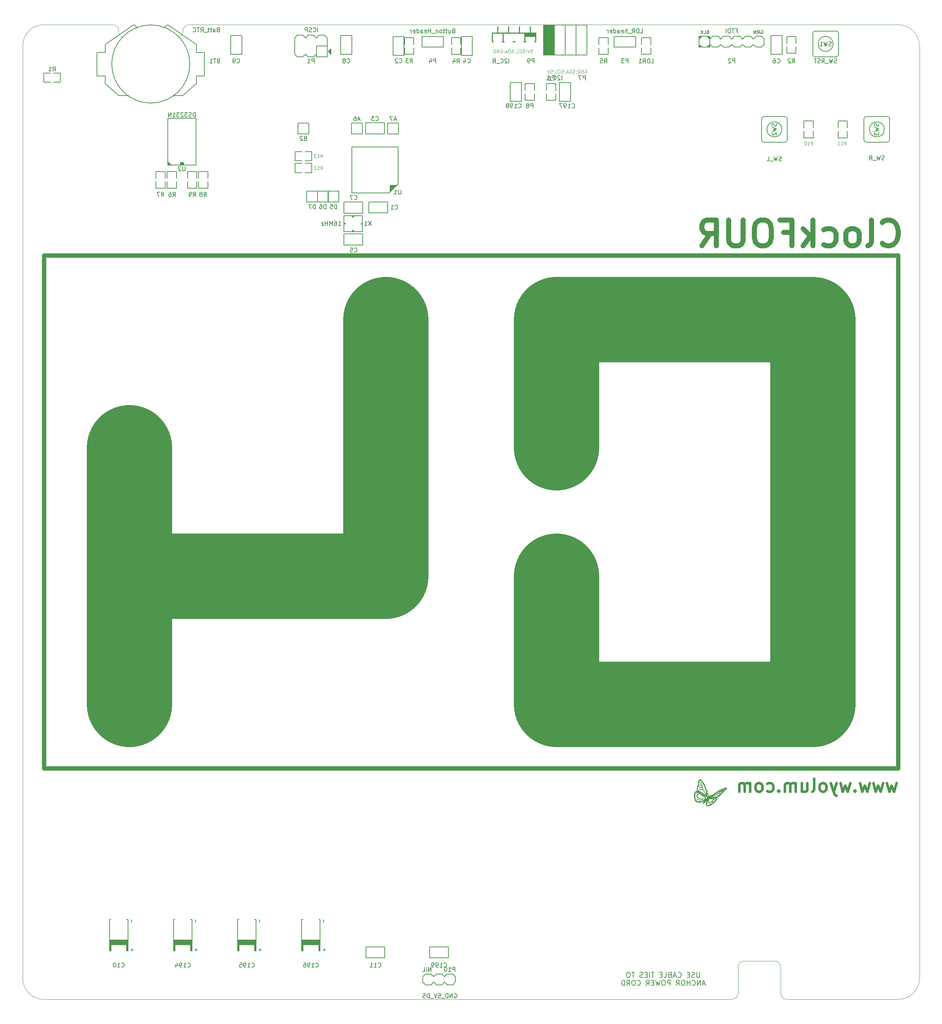
<source format=gbo>
%FSLAX46Y46*%
G04 Gerber Fmt 4.6, Leading zero omitted, Abs format (unit mm)*
G04 Created by KiCad (PCBNEW (2014-09-25 BZR 5147)-product) date Monday 20 October 2014 05:28:17 PM IST*
%MOMM*%
G01*
G04 APERTURE LIST*
%ADD10C,0.150000*%
%ADD11C,0.100000*%
%ADD12C,1.200000*%
%ADD13C,1.000000*%
%ADD14C,20.000000*%
%ADD15C,0.600000*%
%ADD16C,0.200000*%
%ADD17C,0.152400*%
%ADD18C,0.127000*%
%ADD19C,0.002540*%
%ADD20C,0.254000*%
%ADD21C,0.101600*%
%ADD22R,1.300480X1.498600*%
%ADD23C,6.500000*%
%ADD24R,1.524000X1.524000*%
%ADD25O,2.000000X3.500000*%
%ADD26O,3.500000X2.000000*%
%ADD27C,2.500000*%
%ADD28C,2.100000*%
%ADD29R,1.998980X0.599440*%
%ADD30R,1.498600X1.300480*%
%ADD31R,1.300480X1.049020*%
%ADD32R,0.449580X1.998980*%
%ADD33R,1.998980X0.449580*%
%ADD34R,1.600000X1.600000*%
%ADD35C,1.600000*%
%ADD36C,1.524000*%
%ADD37R,3.048000X3.048000*%
%ADD38R,1.550000X1.350000*%
%ADD39R,1.350000X1.550000*%
%ADD40C,1.778000*%
%ADD41R,1.778000X1.778000*%
%ADD42R,2.800000X5.100000*%
%ADD43C,18.000000*%
%ADD44R,1.400000X2.100000*%
%ADD45R,2.100000X1.400000*%
%ADD46C,1.800000*%
G04 APERTURE END LIST*
D10*
X155104762Y-267700000D02*
X155200000Y-267652381D01*
X155342857Y-267652381D01*
X155485715Y-267700000D01*
X155580953Y-267795238D01*
X155628572Y-267890476D01*
X155676191Y-268080952D01*
X155676191Y-268223810D01*
X155628572Y-268414286D01*
X155580953Y-268509524D01*
X155485715Y-268604762D01*
X155342857Y-268652381D01*
X155247619Y-268652381D01*
X155104762Y-268604762D01*
X155057143Y-268557143D01*
X155057143Y-268223810D01*
X155247619Y-268223810D01*
X154628572Y-268652381D02*
X154628572Y-267652381D01*
X154057143Y-268652381D01*
X154057143Y-267652381D01*
X153580953Y-268652381D02*
X153580953Y-267652381D01*
X153342858Y-267652381D01*
X153200000Y-267700000D01*
X153104762Y-267795238D01*
X153057143Y-267890476D01*
X153009524Y-268080952D01*
X153009524Y-268223810D01*
X153057143Y-268414286D01*
X153104762Y-268509524D01*
X153200000Y-268604762D01*
X153342858Y-268652381D01*
X153580953Y-268652381D01*
X152819048Y-268747619D02*
X152057143Y-268747619D01*
X151342857Y-267652381D02*
X151819048Y-267652381D01*
X151866667Y-268128571D01*
X151819048Y-268080952D01*
X151723810Y-268033333D01*
X151485714Y-268033333D01*
X151390476Y-268080952D01*
X151342857Y-268128571D01*
X151295238Y-268223810D01*
X151295238Y-268461905D01*
X151342857Y-268557143D01*
X151390476Y-268604762D01*
X151485714Y-268652381D01*
X151723810Y-268652381D01*
X151819048Y-268604762D01*
X151866667Y-268557143D01*
X151009524Y-267652381D02*
X150676191Y-268652381D01*
X150342857Y-267652381D01*
X150247619Y-268747619D02*
X149485714Y-268747619D01*
X149247619Y-268652381D02*
X149247619Y-267652381D01*
X149009524Y-267652381D01*
X148866666Y-267700000D01*
X148771428Y-267795238D01*
X148723809Y-267890476D01*
X148676190Y-268080952D01*
X148676190Y-268223810D01*
X148723809Y-268414286D01*
X148771428Y-268509524D01*
X148866666Y-268604762D01*
X149009524Y-268652381D01*
X149247619Y-268652381D01*
X147771428Y-267652381D02*
X148247619Y-267652381D01*
X148295238Y-268128571D01*
X148247619Y-268080952D01*
X148152381Y-268033333D01*
X147914285Y-268033333D01*
X147819047Y-268080952D01*
X147771428Y-268128571D01*
X147723809Y-268223810D01*
X147723809Y-268461905D01*
X147771428Y-268557143D01*
X147819047Y-268604762D01*
X147914285Y-268652381D01*
X148152381Y-268652381D01*
X148247619Y-268604762D01*
X148295238Y-268557143D01*
D11*
X220000000Y-269000000D02*
X59000000Y-269000000D01*
X233000000Y-269000000D02*
X259000000Y-269000000D01*
X231500000Y-261500000D02*
X231500000Y-267500000D01*
X221500000Y-267500000D02*
X221500000Y-261500000D01*
X231500000Y-267500000D02*
G75*
G03X233000000Y-269000000I1500000J0D01*
G74*
G01*
X220000000Y-269000000D02*
G75*
G03X221500000Y-267500000I0J1500000D01*
G74*
G01*
X231500000Y-261500000D02*
G75*
G03X230000000Y-260000000I-1500000J0D01*
G74*
G01*
X223000000Y-260000000D02*
G75*
G03X221500000Y-261500000I0J-1500000D01*
G74*
G01*
X185633332Y-51600000D02*
X185709523Y-51561905D01*
X185823808Y-51561905D01*
X185938094Y-51600000D01*
X186014285Y-51676190D01*
X186052380Y-51752381D01*
X186090475Y-51904762D01*
X186090475Y-52019048D01*
X186052380Y-52171429D01*
X186014285Y-52247619D01*
X185938094Y-52323810D01*
X185823808Y-52361905D01*
X185747618Y-52361905D01*
X185633332Y-52323810D01*
X185595237Y-52285714D01*
X185595237Y-52019048D01*
X185747618Y-52019048D01*
X185252380Y-52361905D02*
X185252380Y-51561905D01*
X184795237Y-52361905D01*
X184795237Y-51561905D01*
X184414285Y-52361905D02*
X184414285Y-51561905D01*
X184223809Y-51561905D01*
X184109523Y-51600000D01*
X184033332Y-51676190D01*
X183995237Y-51752381D01*
X183957142Y-51904762D01*
X183957142Y-52019048D01*
X183995237Y-52171429D01*
X184033332Y-52247619D01*
X184109523Y-52323810D01*
X184223809Y-52361905D01*
X184414285Y-52361905D01*
X183614285Y-52285714D02*
X183576190Y-52323810D01*
X183614285Y-52361905D01*
X183652380Y-52323810D01*
X183614285Y-52285714D01*
X183614285Y-52361905D01*
X183614285Y-51866667D02*
X183576190Y-51904762D01*
X183614285Y-51942857D01*
X183652380Y-51904762D01*
X183614285Y-51866667D01*
X183614285Y-51942857D01*
X183271428Y-52323810D02*
X183157142Y-52361905D01*
X182966666Y-52361905D01*
X182890476Y-52323810D01*
X182852380Y-52285714D01*
X182814285Y-52209524D01*
X182814285Y-52133333D01*
X182852380Y-52057143D01*
X182890476Y-52019048D01*
X182966666Y-51980952D01*
X183119047Y-51942857D01*
X183195238Y-51904762D01*
X183233333Y-51866667D01*
X183271428Y-51790476D01*
X183271428Y-51714286D01*
X183233333Y-51638095D01*
X183195238Y-51600000D01*
X183119047Y-51561905D01*
X182928571Y-51561905D01*
X182814285Y-51600000D01*
X182471428Y-52361905D02*
X182471428Y-51561905D01*
X182280952Y-51561905D01*
X182166666Y-51600000D01*
X182090475Y-51676190D01*
X182052380Y-51752381D01*
X182014285Y-51904762D01*
X182014285Y-52019048D01*
X182052380Y-52171429D01*
X182090475Y-52247619D01*
X182166666Y-52323810D01*
X182280952Y-52361905D01*
X182471428Y-52361905D01*
X181709523Y-52133333D02*
X181328571Y-52133333D01*
X181785714Y-52361905D02*
X181519047Y-51561905D01*
X181252380Y-52361905D01*
X180985714Y-52285714D02*
X180947619Y-52323810D01*
X180985714Y-52361905D01*
X181023809Y-52323810D01*
X180985714Y-52285714D01*
X180985714Y-52361905D01*
X180985714Y-51866667D02*
X180947619Y-51904762D01*
X180985714Y-51942857D01*
X181023809Y-51904762D01*
X180985714Y-51866667D01*
X180985714Y-51942857D01*
X180642857Y-52323810D02*
X180528571Y-52361905D01*
X180338095Y-52361905D01*
X180261905Y-52323810D01*
X180223809Y-52285714D01*
X180185714Y-52209524D01*
X180185714Y-52133333D01*
X180223809Y-52057143D01*
X180261905Y-52019048D01*
X180338095Y-51980952D01*
X180490476Y-51942857D01*
X180566667Y-51904762D01*
X180604762Y-51866667D01*
X180642857Y-51790476D01*
X180642857Y-51714286D01*
X180604762Y-51638095D01*
X180566667Y-51600000D01*
X180490476Y-51561905D01*
X180300000Y-51561905D01*
X180185714Y-51600000D01*
X179385714Y-52285714D02*
X179423809Y-52323810D01*
X179538095Y-52361905D01*
X179614285Y-52361905D01*
X179728571Y-52323810D01*
X179804762Y-52247619D01*
X179842857Y-52171429D01*
X179880952Y-52019048D01*
X179880952Y-51904762D01*
X179842857Y-51752381D01*
X179804762Y-51676190D01*
X179728571Y-51600000D01*
X179614285Y-51561905D01*
X179538095Y-51561905D01*
X179423809Y-51600000D01*
X179385714Y-51638095D01*
X178661904Y-52361905D02*
X179042857Y-52361905D01*
X179042857Y-51561905D01*
X178395238Y-52285714D02*
X178357143Y-52323810D01*
X178395238Y-52361905D01*
X178433333Y-52323810D01*
X178395238Y-52285714D01*
X178395238Y-52361905D01*
X178395238Y-51866667D02*
X178357143Y-51904762D01*
X178395238Y-51942857D01*
X178433333Y-51904762D01*
X178395238Y-51866667D01*
X178395238Y-51942857D01*
X177633333Y-51561905D02*
X178014286Y-51561905D01*
X178052381Y-51942857D01*
X178014286Y-51904762D01*
X177938095Y-51866667D01*
X177747619Y-51866667D01*
X177671429Y-51904762D01*
X177633333Y-51942857D01*
X177595238Y-52019048D01*
X177595238Y-52209524D01*
X177633333Y-52285714D01*
X177671429Y-52323810D01*
X177747619Y-52361905D01*
X177938095Y-52361905D01*
X178014286Y-52323810D01*
X178052381Y-52285714D01*
X177366667Y-51561905D02*
X177100000Y-52361905D01*
X176833333Y-51561905D01*
X172921427Y-46811905D02*
X173302380Y-46811905D01*
X173340475Y-47192857D01*
X173302380Y-47154762D01*
X173226189Y-47116667D01*
X173035713Y-47116667D01*
X172959523Y-47154762D01*
X172921427Y-47192857D01*
X172883332Y-47269048D01*
X172883332Y-47459524D01*
X172921427Y-47535714D01*
X172959523Y-47573810D01*
X173035713Y-47611905D01*
X173226189Y-47611905D01*
X173302380Y-47573810D01*
X173340475Y-47535714D01*
X172654761Y-46811905D02*
X172388094Y-47611905D01*
X172121427Y-46811905D01*
X171854761Y-47535714D02*
X171816666Y-47573810D01*
X171854761Y-47611905D01*
X171892856Y-47573810D01*
X171854761Y-47535714D01*
X171854761Y-47611905D01*
X171854761Y-47116667D02*
X171816666Y-47154762D01*
X171854761Y-47192857D01*
X171892856Y-47154762D01*
X171854761Y-47116667D01*
X171854761Y-47192857D01*
X171511904Y-47573810D02*
X171397618Y-47611905D01*
X171207142Y-47611905D01*
X171130952Y-47573810D01*
X171092856Y-47535714D01*
X171054761Y-47459524D01*
X171054761Y-47383333D01*
X171092856Y-47307143D01*
X171130952Y-47269048D01*
X171207142Y-47230952D01*
X171359523Y-47192857D01*
X171435714Y-47154762D01*
X171473809Y-47116667D01*
X171511904Y-47040476D01*
X171511904Y-46964286D01*
X171473809Y-46888095D01*
X171435714Y-46850000D01*
X171359523Y-46811905D01*
X171169047Y-46811905D01*
X171054761Y-46850000D01*
X170254761Y-47535714D02*
X170292856Y-47573810D01*
X170407142Y-47611905D01*
X170483332Y-47611905D01*
X170597618Y-47573810D01*
X170673809Y-47497619D01*
X170711904Y-47421429D01*
X170749999Y-47269048D01*
X170749999Y-47154762D01*
X170711904Y-47002381D01*
X170673809Y-46926190D01*
X170597618Y-46850000D01*
X170483332Y-46811905D01*
X170407142Y-46811905D01*
X170292856Y-46850000D01*
X170254761Y-46888095D01*
X169530951Y-47611905D02*
X169911904Y-47611905D01*
X169911904Y-46811905D01*
X169264285Y-47535714D02*
X169226190Y-47573810D01*
X169264285Y-47611905D01*
X169302380Y-47573810D01*
X169264285Y-47535714D01*
X169264285Y-47611905D01*
X169264285Y-47116667D02*
X169226190Y-47154762D01*
X169264285Y-47192857D01*
X169302380Y-47154762D01*
X169264285Y-47116667D01*
X169264285Y-47192857D01*
X168921428Y-47573810D02*
X168807142Y-47611905D01*
X168616666Y-47611905D01*
X168540476Y-47573810D01*
X168502380Y-47535714D01*
X168464285Y-47459524D01*
X168464285Y-47383333D01*
X168502380Y-47307143D01*
X168540476Y-47269048D01*
X168616666Y-47230952D01*
X168769047Y-47192857D01*
X168845238Y-47154762D01*
X168883333Y-47116667D01*
X168921428Y-47040476D01*
X168921428Y-46964286D01*
X168883333Y-46888095D01*
X168845238Y-46850000D01*
X168769047Y-46811905D01*
X168578571Y-46811905D01*
X168464285Y-46850000D01*
X168121428Y-47611905D02*
X168121428Y-46811905D01*
X167930952Y-46811905D01*
X167816666Y-46850000D01*
X167740475Y-46926190D01*
X167702380Y-47002381D01*
X167664285Y-47154762D01*
X167664285Y-47269048D01*
X167702380Y-47421429D01*
X167740475Y-47497619D01*
X167816666Y-47573810D01*
X167930952Y-47611905D01*
X168121428Y-47611905D01*
X167359523Y-47383333D02*
X166978571Y-47383333D01*
X167435714Y-47611905D02*
X167169047Y-46811905D01*
X166902380Y-47611905D01*
X166635714Y-47535714D02*
X166597619Y-47573810D01*
X166635714Y-47611905D01*
X166673809Y-47573810D01*
X166635714Y-47535714D01*
X166635714Y-47611905D01*
X166635714Y-47116667D02*
X166597619Y-47154762D01*
X166635714Y-47192857D01*
X166673809Y-47154762D01*
X166635714Y-47116667D01*
X166635714Y-47192857D01*
X165835714Y-46850000D02*
X165911905Y-46811905D01*
X166026190Y-46811905D01*
X166140476Y-46850000D01*
X166216667Y-46926190D01*
X166254762Y-47002381D01*
X166292857Y-47154762D01*
X166292857Y-47269048D01*
X166254762Y-47421429D01*
X166216667Y-47497619D01*
X166140476Y-47573810D01*
X166026190Y-47611905D01*
X165950000Y-47611905D01*
X165835714Y-47573810D01*
X165797619Y-47535714D01*
X165797619Y-47269048D01*
X165950000Y-47269048D01*
X165454762Y-47611905D02*
X165454762Y-46811905D01*
X164997619Y-47611905D01*
X164997619Y-46811905D01*
X164616667Y-47611905D02*
X164616667Y-46811905D01*
X164426191Y-46811905D01*
X164311905Y-46850000D01*
X164235714Y-46926190D01*
X164197619Y-47002381D01*
X164159524Y-47154762D01*
X164159524Y-47269048D01*
X164197619Y-47421429D01*
X164235714Y-47497619D01*
X164311905Y-47573810D01*
X164426191Y-47611905D01*
X164616667Y-47611905D01*
D12*
X255285713Y-92142857D02*
X255571427Y-92428571D01*
X256428570Y-92714286D01*
X256999999Y-92714286D01*
X257857142Y-92428571D01*
X258428570Y-91857143D01*
X258714285Y-91285714D01*
X258999999Y-90142857D01*
X258999999Y-89285714D01*
X258714285Y-88142857D01*
X258428570Y-87571429D01*
X257857142Y-87000000D01*
X256999999Y-86714286D01*
X256428570Y-86714286D01*
X255571427Y-87000000D01*
X255285713Y-87285714D01*
X251857142Y-92714286D02*
X252428570Y-92428571D01*
X252714285Y-91857143D01*
X252714285Y-86714286D01*
X248714285Y-92714286D02*
X249285713Y-92428571D01*
X249571428Y-92142857D01*
X249857142Y-91571429D01*
X249857142Y-89857143D01*
X249571428Y-89285714D01*
X249285713Y-89000000D01*
X248714285Y-88714286D01*
X247857142Y-88714286D01*
X247285713Y-89000000D01*
X246999999Y-89285714D01*
X246714285Y-89857143D01*
X246714285Y-91571429D01*
X246999999Y-92142857D01*
X247285713Y-92428571D01*
X247857142Y-92714286D01*
X248714285Y-92714286D01*
X241571428Y-92428571D02*
X242142857Y-92714286D01*
X243285714Y-92714286D01*
X243857142Y-92428571D01*
X244142857Y-92142857D01*
X244428571Y-91571429D01*
X244428571Y-89857143D01*
X244142857Y-89285714D01*
X243857142Y-89000000D01*
X243285714Y-88714286D01*
X242142857Y-88714286D01*
X241571428Y-89000000D01*
X239000000Y-92714286D02*
X239000000Y-86714286D01*
X238428571Y-90428571D02*
X236714285Y-92714286D01*
X236714285Y-88714286D02*
X239000000Y-91000000D01*
X232142857Y-89571429D02*
X234142857Y-89571429D01*
X234142857Y-92714286D02*
X234142857Y-86714286D01*
X231285714Y-86714286D01*
X227857142Y-86714286D02*
X226714285Y-86714286D01*
X226142857Y-87000000D01*
X225571428Y-87571429D01*
X225285714Y-88714286D01*
X225285714Y-90714286D01*
X225571428Y-91857143D01*
X226142857Y-92428571D01*
X226714285Y-92714286D01*
X227857142Y-92714286D01*
X228428571Y-92428571D01*
X229000000Y-91857143D01*
X229285714Y-90714286D01*
X229285714Y-88714286D01*
X229000000Y-87571429D01*
X228428571Y-87000000D01*
X227857142Y-86714286D01*
X222714286Y-86714286D02*
X222714286Y-91571429D01*
X222428571Y-92142857D01*
X222142857Y-92428571D01*
X221571428Y-92714286D01*
X220428571Y-92714286D01*
X219857143Y-92428571D01*
X219571428Y-92142857D01*
X219285714Y-91571429D01*
X219285714Y-86714286D01*
X213000000Y-92714286D02*
X215000000Y-89857143D01*
X216428572Y-92714286D02*
X216428572Y-86714286D01*
X214142857Y-86714286D01*
X213571429Y-87000000D01*
X213285714Y-87285714D01*
X213000000Y-87857143D01*
X213000000Y-88714286D01*
X213285714Y-89285714D01*
X213571429Y-89571429D01*
X214142857Y-89857143D01*
X216428572Y-89857143D01*
D13*
X59000000Y-215000000D02*
X59000000Y-95000000D01*
X259000000Y-215000000D02*
X59000000Y-215000000D01*
X259000000Y-95000000D02*
X259000000Y-215000000D01*
X59000000Y-95000000D02*
X259000000Y-95000000D01*
D14*
X79000000Y-170000000D02*
X79000000Y-140000000D01*
X79000000Y-170000000D02*
X139000000Y-170000000D01*
X139000000Y-110000000D02*
X139000000Y-170000000D01*
X79000000Y-200000000D02*
X79000000Y-170000000D01*
X179000000Y-200000000D02*
X179000000Y-170000000D01*
X239000000Y-200000000D02*
X179000000Y-200000000D01*
X239000000Y-110000000D02*
X239000000Y-200000000D01*
X179000000Y-110000000D02*
X239000000Y-110000000D01*
X179000000Y-140000000D02*
X179000000Y-110000000D01*
D15*
X258571429Y-218357143D02*
X258000000Y-220357143D01*
X257428571Y-218928571D01*
X256857143Y-220357143D01*
X256285714Y-218357143D01*
X255428572Y-218357143D02*
X254857143Y-220357143D01*
X254285714Y-218928571D01*
X253714286Y-220357143D01*
X253142857Y-218357143D01*
X252285715Y-218357143D02*
X251714286Y-220357143D01*
X251142857Y-218928571D01*
X250571429Y-220357143D01*
X250000000Y-218357143D01*
X248857143Y-220071429D02*
X248714286Y-220214286D01*
X248857143Y-220357143D01*
X249000000Y-220214286D01*
X248857143Y-220071429D01*
X248857143Y-220357143D01*
X247714287Y-218357143D02*
X247142858Y-220357143D01*
X246571429Y-218928571D01*
X246000001Y-220357143D01*
X245428572Y-218357143D01*
X244571430Y-218357143D02*
X243857144Y-220357143D01*
X243142858Y-218357143D02*
X243857144Y-220357143D01*
X244142858Y-221071429D01*
X244285715Y-221214286D01*
X244571430Y-221357143D01*
X241571430Y-220357143D02*
X241857144Y-220214286D01*
X242000001Y-220071429D01*
X242142858Y-219785714D01*
X242142858Y-218928571D01*
X242000001Y-218642857D01*
X241857144Y-218500000D01*
X241571430Y-218357143D01*
X241142858Y-218357143D01*
X240857144Y-218500000D01*
X240714287Y-218642857D01*
X240571430Y-218928571D01*
X240571430Y-219785714D01*
X240714287Y-220071429D01*
X240857144Y-220214286D01*
X241142858Y-220357143D01*
X241571430Y-220357143D01*
X238857144Y-220357143D02*
X239142858Y-220214286D01*
X239285715Y-219928571D01*
X239285715Y-217357143D01*
X236428572Y-218357143D02*
X236428572Y-220357143D01*
X237714286Y-218357143D02*
X237714286Y-219928571D01*
X237571429Y-220214286D01*
X237285715Y-220357143D01*
X236857143Y-220357143D01*
X236571429Y-220214286D01*
X236428572Y-220071429D01*
X235000000Y-220357143D02*
X235000000Y-218357143D01*
X235000000Y-218642857D02*
X234857143Y-218500000D01*
X234571429Y-218357143D01*
X234142857Y-218357143D01*
X233857143Y-218500000D01*
X233714286Y-218785714D01*
X233714286Y-220357143D01*
X233714286Y-218785714D02*
X233571429Y-218500000D01*
X233285715Y-218357143D01*
X232857143Y-218357143D01*
X232571429Y-218500000D01*
X232428572Y-218785714D01*
X232428572Y-220357143D01*
X231000000Y-220071429D02*
X230857143Y-220214286D01*
X231000000Y-220357143D01*
X231142857Y-220214286D01*
X231000000Y-220071429D01*
X231000000Y-220357143D01*
X228285715Y-220214286D02*
X228571429Y-220357143D01*
X229142858Y-220357143D01*
X229428572Y-220214286D01*
X229571429Y-220071429D01*
X229714286Y-219785714D01*
X229714286Y-218928571D01*
X229571429Y-218642857D01*
X229428572Y-218500000D01*
X229142858Y-218357143D01*
X228571429Y-218357143D01*
X228285715Y-218500000D01*
X226571429Y-220357143D02*
X226857143Y-220214286D01*
X227000000Y-220071429D01*
X227142857Y-219785714D01*
X227142857Y-218928571D01*
X227000000Y-218642857D01*
X226857143Y-218500000D01*
X226571429Y-218357143D01*
X226142857Y-218357143D01*
X225857143Y-218500000D01*
X225714286Y-218642857D01*
X225571429Y-218928571D01*
X225571429Y-219785714D01*
X225714286Y-220071429D01*
X225857143Y-220214286D01*
X226142857Y-220357143D01*
X226571429Y-220357143D01*
X224285714Y-220357143D02*
X224285714Y-218357143D01*
X224285714Y-218642857D02*
X224142857Y-218500000D01*
X223857143Y-218357143D01*
X223428571Y-218357143D01*
X223142857Y-218500000D01*
X223000000Y-218785714D01*
X223000000Y-220357143D01*
X223000000Y-218785714D02*
X222857143Y-218500000D01*
X222571429Y-218357143D01*
X222142857Y-218357143D01*
X221857143Y-218500000D01*
X221714286Y-218785714D01*
X221714286Y-220357143D01*
D11*
X264000000Y-46000000D02*
X264000000Y-264000000D01*
X93000000Y-41000000D02*
X259000000Y-41000000D01*
X75000000Y-41000000D02*
X59000000Y-41000000D01*
X76500000Y-42500000D02*
X76500000Y-42600000D01*
X76500000Y-42500000D02*
G75*
G03X75000000Y-41000000I-1500000J0D01*
G74*
G01*
X91500000Y-42500000D02*
X91500000Y-42600000D01*
X93000000Y-41000000D02*
G75*
G03X91500000Y-42500000I0J-1500000D01*
G74*
G01*
X90000000Y-44100000D02*
G75*
G03X91500000Y-42600000I0J1500000D01*
G74*
G01*
X76500000Y-42600000D02*
G75*
G03X78000000Y-44100000I1500000J0D01*
G74*
G01*
X84000000Y-44100000D02*
X90000000Y-44100000D01*
X84000000Y-44100000D02*
X78000000Y-44100000D01*
X54000000Y-264000000D02*
X54000000Y-46000000D01*
X259000000Y-269000000D02*
G75*
G03X264000000Y-264000000I0J5000000D01*
G74*
G01*
X264000000Y-46000000D02*
G75*
G03X259000000Y-41000000I-5000000J0D01*
G74*
G01*
X59000000Y-41000000D02*
G75*
G03X54000000Y-46000000I0J-5000000D01*
G74*
G01*
X54000000Y-264000000D02*
G75*
G03X59000000Y-269000000I5000000J0D01*
G74*
G01*
X230000000Y-260000000D02*
X223000000Y-260000000D01*
D16*
X212514286Y-262652857D02*
X212514286Y-263624286D01*
X212457143Y-263738571D01*
X212400000Y-263795714D01*
X212285714Y-263852857D01*
X212057143Y-263852857D01*
X211942857Y-263795714D01*
X211885714Y-263738571D01*
X211828571Y-263624286D01*
X211828571Y-262652857D01*
X211314286Y-263795714D02*
X211142857Y-263852857D01*
X210857143Y-263852857D01*
X210742857Y-263795714D01*
X210685714Y-263738571D01*
X210628571Y-263624286D01*
X210628571Y-263510000D01*
X210685714Y-263395714D01*
X210742857Y-263338571D01*
X210857143Y-263281429D01*
X211085714Y-263224286D01*
X211200000Y-263167143D01*
X211257143Y-263110000D01*
X211314286Y-262995714D01*
X211314286Y-262881429D01*
X211257143Y-262767143D01*
X211200000Y-262710000D01*
X211085714Y-262652857D01*
X210800000Y-262652857D01*
X210628571Y-262710000D01*
X210114286Y-263224286D02*
X209714286Y-263224286D01*
X209542857Y-263852857D02*
X210114286Y-263852857D01*
X210114286Y-262652857D01*
X209542857Y-262652857D01*
X207428571Y-263738571D02*
X207485714Y-263795714D01*
X207657143Y-263852857D01*
X207771429Y-263852857D01*
X207942857Y-263795714D01*
X208057143Y-263681429D01*
X208114286Y-263567143D01*
X208171429Y-263338571D01*
X208171429Y-263167143D01*
X208114286Y-262938571D01*
X208057143Y-262824286D01*
X207942857Y-262710000D01*
X207771429Y-262652857D01*
X207657143Y-262652857D01*
X207485714Y-262710000D01*
X207428571Y-262767143D01*
X206971429Y-263510000D02*
X206400000Y-263510000D01*
X207085714Y-263852857D02*
X206685714Y-262652857D01*
X206285714Y-263852857D01*
X205485715Y-263224286D02*
X205314286Y-263281429D01*
X205257143Y-263338571D01*
X205200000Y-263452857D01*
X205200000Y-263624286D01*
X205257143Y-263738571D01*
X205314286Y-263795714D01*
X205428572Y-263852857D01*
X205885715Y-263852857D01*
X205885715Y-262652857D01*
X205485715Y-262652857D01*
X205371429Y-262710000D01*
X205314286Y-262767143D01*
X205257143Y-262881429D01*
X205257143Y-262995714D01*
X205314286Y-263110000D01*
X205371429Y-263167143D01*
X205485715Y-263224286D01*
X205885715Y-263224286D01*
X204114286Y-263852857D02*
X204685715Y-263852857D01*
X204685715Y-262652857D01*
X203714286Y-263224286D02*
X203314286Y-263224286D01*
X203142857Y-263852857D02*
X203714286Y-263852857D01*
X203714286Y-262652857D01*
X203142857Y-262652857D01*
X201885714Y-262652857D02*
X201200000Y-262652857D01*
X201542857Y-263852857D02*
X201542857Y-262652857D01*
X200800000Y-263852857D02*
X200800000Y-262652857D01*
X200228571Y-263224286D02*
X199828571Y-263224286D01*
X199657142Y-263852857D02*
X200228571Y-263852857D01*
X200228571Y-262652857D01*
X199657142Y-262652857D01*
X199200000Y-263795714D02*
X199028571Y-263852857D01*
X198742857Y-263852857D01*
X198628571Y-263795714D01*
X198571428Y-263738571D01*
X198514285Y-263624286D01*
X198514285Y-263510000D01*
X198571428Y-263395714D01*
X198628571Y-263338571D01*
X198742857Y-263281429D01*
X198971428Y-263224286D01*
X199085714Y-263167143D01*
X199142857Y-263110000D01*
X199200000Y-262995714D01*
X199200000Y-262881429D01*
X199142857Y-262767143D01*
X199085714Y-262710000D01*
X198971428Y-262652857D01*
X198685714Y-262652857D01*
X198514285Y-262710000D01*
X197257142Y-262652857D02*
X196571428Y-262652857D01*
X196914285Y-263852857D02*
X196914285Y-262652857D01*
X195942856Y-262652857D02*
X195714285Y-262652857D01*
X195599999Y-262710000D01*
X195485713Y-262824286D01*
X195428571Y-263052857D01*
X195428571Y-263452857D01*
X195485713Y-263681429D01*
X195599999Y-263795714D01*
X195714285Y-263852857D01*
X195942856Y-263852857D01*
X196057142Y-263795714D01*
X196171428Y-263681429D01*
X196228571Y-263452857D01*
X196228571Y-263052857D01*
X196171428Y-262824286D01*
X196057142Y-262710000D01*
X195942856Y-262652857D01*
X213771429Y-265390000D02*
X213200000Y-265390000D01*
X213885714Y-265732857D02*
X213485714Y-264532857D01*
X213085714Y-265732857D01*
X212685715Y-265732857D02*
X212685715Y-264532857D01*
X212000000Y-265732857D01*
X212000000Y-264532857D01*
X210742857Y-265618571D02*
X210800000Y-265675714D01*
X210971429Y-265732857D01*
X211085715Y-265732857D01*
X211257143Y-265675714D01*
X211371429Y-265561429D01*
X211428572Y-265447143D01*
X211485715Y-265218571D01*
X211485715Y-265047143D01*
X211428572Y-264818571D01*
X211371429Y-264704286D01*
X211257143Y-264590000D01*
X211085715Y-264532857D01*
X210971429Y-264532857D01*
X210800000Y-264590000D01*
X210742857Y-264647143D01*
X210228572Y-265732857D02*
X210228572Y-264532857D01*
X210228572Y-265104286D02*
X209542857Y-265104286D01*
X209542857Y-265732857D02*
X209542857Y-264532857D01*
X208742857Y-264532857D02*
X208514286Y-264532857D01*
X208400000Y-264590000D01*
X208285714Y-264704286D01*
X208228572Y-264932857D01*
X208228572Y-265332857D01*
X208285714Y-265561429D01*
X208400000Y-265675714D01*
X208514286Y-265732857D01*
X208742857Y-265732857D01*
X208857143Y-265675714D01*
X208971429Y-265561429D01*
X209028572Y-265332857D01*
X209028572Y-264932857D01*
X208971429Y-264704286D01*
X208857143Y-264590000D01*
X208742857Y-264532857D01*
X207028571Y-265732857D02*
X207428571Y-265161429D01*
X207714286Y-265732857D02*
X207714286Y-264532857D01*
X207257143Y-264532857D01*
X207142857Y-264590000D01*
X207085714Y-264647143D01*
X207028571Y-264761429D01*
X207028571Y-264932857D01*
X207085714Y-265047143D01*
X207142857Y-265104286D01*
X207257143Y-265161429D01*
X207714286Y-265161429D01*
X205600000Y-265732857D02*
X205600000Y-264532857D01*
X205142857Y-264532857D01*
X205028571Y-264590000D01*
X204971428Y-264647143D01*
X204914285Y-264761429D01*
X204914285Y-264932857D01*
X204971428Y-265047143D01*
X205028571Y-265104286D01*
X205142857Y-265161429D01*
X205600000Y-265161429D01*
X204171428Y-264532857D02*
X203942857Y-264532857D01*
X203828571Y-264590000D01*
X203714285Y-264704286D01*
X203657143Y-264932857D01*
X203657143Y-265332857D01*
X203714285Y-265561429D01*
X203828571Y-265675714D01*
X203942857Y-265732857D01*
X204171428Y-265732857D01*
X204285714Y-265675714D01*
X204400000Y-265561429D01*
X204457143Y-265332857D01*
X204457143Y-264932857D01*
X204400000Y-264704286D01*
X204285714Y-264590000D01*
X204171428Y-264532857D01*
X203257142Y-264532857D02*
X202971428Y-265732857D01*
X202742857Y-264875714D01*
X202514285Y-265732857D01*
X202228571Y-264532857D01*
X201771428Y-265104286D02*
X201371428Y-265104286D01*
X201199999Y-265732857D02*
X201771428Y-265732857D01*
X201771428Y-264532857D01*
X201199999Y-264532857D01*
X199999999Y-265732857D02*
X200399999Y-265161429D01*
X200685714Y-265732857D02*
X200685714Y-264532857D01*
X200228571Y-264532857D01*
X200114285Y-264590000D01*
X200057142Y-264647143D01*
X199999999Y-264761429D01*
X199999999Y-264932857D01*
X200057142Y-265047143D01*
X200114285Y-265104286D01*
X200228571Y-265161429D01*
X200685714Y-265161429D01*
X197885713Y-265618571D02*
X197942856Y-265675714D01*
X198114285Y-265732857D01*
X198228571Y-265732857D01*
X198399999Y-265675714D01*
X198514285Y-265561429D01*
X198571428Y-265447143D01*
X198628571Y-265218571D01*
X198628571Y-265047143D01*
X198571428Y-264818571D01*
X198514285Y-264704286D01*
X198399999Y-264590000D01*
X198228571Y-264532857D01*
X198114285Y-264532857D01*
X197942856Y-264590000D01*
X197885713Y-264647143D01*
X197142856Y-264532857D02*
X196914285Y-264532857D01*
X196799999Y-264590000D01*
X196685713Y-264704286D01*
X196628571Y-264932857D01*
X196628571Y-265332857D01*
X196685713Y-265561429D01*
X196799999Y-265675714D01*
X196914285Y-265732857D01*
X197142856Y-265732857D01*
X197257142Y-265675714D01*
X197371428Y-265561429D01*
X197428571Y-265332857D01*
X197428571Y-264932857D01*
X197371428Y-264704286D01*
X197257142Y-264590000D01*
X197142856Y-264532857D01*
X195428570Y-265732857D02*
X195828570Y-265161429D01*
X196114285Y-265732857D02*
X196114285Y-264532857D01*
X195657142Y-264532857D01*
X195542856Y-264590000D01*
X195485713Y-264647143D01*
X195428570Y-264761429D01*
X195428570Y-264932857D01*
X195485713Y-265047143D01*
X195542856Y-265104286D01*
X195657142Y-265161429D01*
X196114285Y-265161429D01*
X194914285Y-265732857D02*
X194914285Y-264532857D01*
X194628570Y-264532857D01*
X194457142Y-264590000D01*
X194342856Y-264704286D01*
X194285713Y-264818571D01*
X194228570Y-265047143D01*
X194228570Y-265218571D01*
X194285713Y-265447143D01*
X194342856Y-265561429D01*
X194457142Y-265675714D01*
X194628570Y-265732857D01*
X194914285Y-265732857D01*
D17*
X61281000Y-52320500D02*
X62868500Y-52320500D01*
X62868500Y-52320500D02*
X62868500Y-54479500D01*
X62868500Y-54479500D02*
X61281000Y-54479500D01*
X60519000Y-54479500D02*
X58995000Y-54479500D01*
X58995000Y-54479500D02*
X58931500Y-54479500D01*
X58931500Y-54479500D02*
X58931500Y-52320500D01*
X58931500Y-52320500D02*
X60519000Y-52320500D01*
X123070000Y-79930000D02*
X120530000Y-79930000D01*
X120530000Y-82470000D02*
X123070000Y-82470000D01*
X120530000Y-79930000D02*
X120530000Y-82470000D01*
X123070000Y-82470000D02*
X123070000Y-79930000D01*
X125570000Y-79930000D02*
X123030000Y-79930000D01*
X123030000Y-82470000D02*
X125570000Y-82470000D01*
X123030000Y-79930000D02*
X123030000Y-82470000D01*
X125570000Y-82470000D02*
X125570000Y-79930000D01*
X128070000Y-79930000D02*
X125530000Y-79930000D01*
X125530000Y-82470000D02*
X128070000Y-82470000D01*
X125530000Y-79930000D02*
X125530000Y-82470000D01*
X128070000Y-82470000D02*
X128070000Y-79930000D01*
X142020000Y-63980000D02*
X139480000Y-63980000D01*
X139480000Y-66520000D02*
X142020000Y-66520000D01*
X139480000Y-63980000D02*
X139480000Y-66520000D01*
X142020000Y-66520000D02*
X142020000Y-63980000D01*
X133520000Y-63980000D02*
X130980000Y-63980000D01*
X130980000Y-66520000D02*
X133520000Y-66520000D01*
X130980000Y-63980000D02*
X130980000Y-66520000D01*
X133520000Y-66520000D02*
X133520000Y-63980000D01*
X88823500Y-73861000D02*
X87998000Y-73035500D01*
X88252000Y-73861000D02*
X88061500Y-73670500D01*
X88442500Y-73861000D02*
X88061500Y-73480000D01*
X87998000Y-73226000D02*
X88633000Y-73861000D01*
X90919000Y-73861000D02*
X90919000Y-73226000D01*
X91681000Y-73861000D02*
X91681000Y-73226000D01*
X91681000Y-73226000D02*
X90919000Y-73226000D01*
X91681000Y-73353000D02*
X90919000Y-73353000D01*
X91681000Y-73607000D02*
X90919000Y-73607000D01*
X91681000Y-73734000D02*
X90919000Y-73734000D01*
X91681000Y-73480000D02*
X90919000Y-73480000D01*
X94602000Y-73861000D02*
X94602000Y-62939000D01*
X87998000Y-62939000D02*
X87998000Y-73861000D01*
X87998000Y-62939000D02*
X94602000Y-62939000D01*
X94602000Y-73861000D02*
X87998000Y-73861000D01*
X87379500Y-77681000D02*
X87379500Y-79268500D01*
X87379500Y-79268500D02*
X85220500Y-79268500D01*
X85220500Y-79268500D02*
X85220500Y-77681000D01*
X85220500Y-76919000D02*
X85220500Y-75395000D01*
X85220500Y-75395000D02*
X85220500Y-75331500D01*
X85220500Y-75331500D02*
X87379500Y-75331500D01*
X87379500Y-75331500D02*
X87379500Y-76919000D01*
X89979500Y-77681000D02*
X89979500Y-79268500D01*
X89979500Y-79268500D02*
X87820500Y-79268500D01*
X87820500Y-79268500D02*
X87820500Y-77681000D01*
X87820500Y-76919000D02*
X87820500Y-75395000D01*
X87820500Y-75395000D02*
X87820500Y-75331500D01*
X87820500Y-75331500D02*
X89979500Y-75331500D01*
X89979500Y-75331500D02*
X89979500Y-76919000D01*
X94779500Y-77681000D02*
X94779500Y-79268500D01*
X94779500Y-79268500D02*
X92620500Y-79268500D01*
X92620500Y-79268500D02*
X92620500Y-77681000D01*
X92620500Y-76919000D02*
X92620500Y-75395000D01*
X92620500Y-75395000D02*
X92620500Y-75331500D01*
X92620500Y-75331500D02*
X94779500Y-75331500D01*
X94779500Y-75331500D02*
X94779500Y-76919000D01*
X131400000Y-86026000D02*
X131400000Y-85708500D01*
X131273000Y-85708500D02*
X131273000Y-86026000D01*
X131273000Y-86026000D02*
X131527000Y-86026000D01*
X131527000Y-86026000D02*
X131527000Y-85708500D01*
X131400000Y-89074000D02*
X131400000Y-89391500D01*
X131527000Y-89391500D02*
X131527000Y-89074000D01*
X131527000Y-89074000D02*
X131273000Y-89074000D01*
X131273000Y-89074000D02*
X131273000Y-89391500D01*
X129241000Y-87486500D02*
X129558500Y-87486500D01*
X129558500Y-87486500D02*
X129558500Y-87613500D01*
X129558500Y-87613500D02*
X129241000Y-87613500D01*
X133559000Y-87486500D02*
X133241500Y-87486500D01*
X133241500Y-87486500D02*
X133241500Y-87613500D01*
X133241500Y-87613500D02*
X133559000Y-87613500D01*
X133559000Y-87550000D02*
X133559000Y-85772000D01*
X133559000Y-85772000D02*
X133559000Y-85708500D01*
X133559000Y-85708500D02*
X129241000Y-85708500D01*
X129241000Y-85708500D02*
X129241000Y-89391500D01*
X129241000Y-89391500D02*
X133559000Y-89391500D01*
X133559000Y-89391500D02*
X133559000Y-87550000D01*
X140691000Y-79191000D02*
X140691000Y-79381500D01*
X140691000Y-79191000D02*
X140881500Y-79191000D01*
X140564000Y-79064000D02*
X140564000Y-79508500D01*
X140564000Y-79064000D02*
X141008500Y-79064000D01*
X140437000Y-78937000D02*
X140437000Y-79635500D01*
X140437000Y-78937000D02*
X141135500Y-78937000D01*
X140310000Y-78810000D02*
X140310000Y-79762500D01*
X140310000Y-78810000D02*
X141262500Y-78810000D01*
X140183000Y-78683000D02*
X140183000Y-79889500D01*
X140183000Y-78683000D02*
X141389500Y-78683000D01*
X140056000Y-80143500D02*
X140056000Y-78556000D01*
X140056000Y-78556000D02*
X141580000Y-78556000D01*
X141897500Y-78238500D02*
X141897500Y-69602500D01*
X141897500Y-69602500D02*
X131102500Y-69602500D01*
X131102500Y-69602500D02*
X131102500Y-80397500D01*
X131102500Y-80397500D02*
X139802000Y-80397500D01*
X139802000Y-80397500D02*
X141897500Y-78238500D01*
D10*
X125691000Y-47143000D02*
X125691000Y-47397000D01*
X125818000Y-47016000D02*
X125818000Y-47524000D01*
X125945000Y-46889000D02*
X125945000Y-47651000D01*
X126072000Y-46762000D02*
X126072000Y-47778000D01*
X125564000Y-47270000D02*
X126199000Y-46635000D01*
X126199000Y-46635000D02*
X126199000Y-47905000D01*
X126199000Y-47905000D02*
X125564000Y-47270000D01*
D17*
X125310000Y-47905000D02*
X125310000Y-48540000D01*
X125310000Y-48540000D02*
X124675000Y-48540000D01*
X122770000Y-47905000D02*
X122770000Y-48540000D01*
X122770000Y-48540000D02*
X123405000Y-48540000D01*
X123405000Y-46000000D02*
X122770000Y-46000000D01*
X122770000Y-46000000D02*
X122770000Y-46635000D01*
X124675000Y-46000000D02*
X125310000Y-46000000D01*
X122770000Y-47905000D02*
X122770000Y-47270000D01*
X122770000Y-47270000D02*
X122770000Y-46635000D01*
X123405000Y-46000000D02*
X124675000Y-46000000D01*
X123405000Y-48540000D02*
X124675000Y-48540000D01*
X120865000Y-48540000D02*
X122135000Y-48540000D01*
X118325000Y-48540000D02*
X119595000Y-48540000D01*
X117690000Y-44095000D02*
X117690000Y-47905000D01*
X119595000Y-43460000D02*
X118325000Y-43460000D01*
X122135000Y-43460000D02*
X120865000Y-43460000D01*
X124675000Y-43460000D02*
X123405000Y-43460000D01*
X125310000Y-47905000D02*
X125310000Y-44095000D01*
X118325000Y-43460000D02*
X117690000Y-44095000D01*
X120865000Y-43460000D02*
X120230000Y-44095000D01*
X120230000Y-44095000D02*
X119595000Y-43460000D01*
X123405000Y-43460000D02*
X122770000Y-44095000D01*
X122770000Y-44095000D02*
X122135000Y-43460000D01*
X125310000Y-44095000D02*
X124675000Y-43460000D01*
X122135000Y-48540000D02*
X122770000Y-47905000D01*
X119595000Y-48540000D02*
X120230000Y-47905000D01*
X120230000Y-47905000D02*
X120865000Y-48540000D01*
X117690000Y-47905000D02*
X118325000Y-48540000D01*
X143420500Y-45619000D02*
X143420500Y-44031500D01*
X143420500Y-44031500D02*
X145579500Y-44031500D01*
X145579500Y-44031500D02*
X145579500Y-45619000D01*
X145579500Y-46381000D02*
X145579500Y-47905000D01*
X145579500Y-47905000D02*
X145579500Y-47968500D01*
X145579500Y-47968500D02*
X143420500Y-47968500D01*
X143420500Y-47968500D02*
X143420500Y-46381000D01*
D10*
X147500000Y-46250000D02*
X152500000Y-46250000D01*
X152500000Y-46250000D02*
X152500000Y-43750000D01*
X152500000Y-43750000D02*
X147500000Y-43750000D01*
X147500000Y-43750000D02*
X147500000Y-46250000D01*
D17*
X156579500Y-46381000D02*
X156579500Y-47968500D01*
X156579500Y-47968500D02*
X154420500Y-47968500D01*
X154420500Y-47968500D02*
X154420500Y-46381000D01*
X154420500Y-45619000D02*
X154420500Y-44095000D01*
X154420500Y-44095000D02*
X154420500Y-44031500D01*
X154420500Y-44031500D02*
X156579500Y-44031500D01*
X156579500Y-44031500D02*
X156579500Y-45619000D01*
X188920500Y-45619000D02*
X188920500Y-44031500D01*
X188920500Y-44031500D02*
X191079500Y-44031500D01*
X191079500Y-44031500D02*
X191079500Y-45619000D01*
X191079500Y-46381000D02*
X191079500Y-47905000D01*
X191079500Y-47905000D02*
X191079500Y-47968500D01*
X191079500Y-47968500D02*
X188920500Y-47968500D01*
X188920500Y-47968500D02*
X188920500Y-46381000D01*
D10*
X197500000Y-43750000D02*
X192500000Y-43750000D01*
X192500000Y-43750000D02*
X192500000Y-46250000D01*
X192500000Y-46250000D02*
X197500000Y-46250000D01*
X197500000Y-46250000D02*
X197500000Y-43750000D01*
D17*
X198920500Y-45619000D02*
X198920500Y-44031500D01*
X198920500Y-44031500D02*
X201079500Y-44031500D01*
X201079500Y-44031500D02*
X201079500Y-45619000D01*
X201079500Y-46381000D02*
X201079500Y-47905000D01*
X201079500Y-47905000D02*
X201079500Y-47968500D01*
X201079500Y-47968500D02*
X198920500Y-47968500D01*
X198920500Y-47968500D02*
X198920500Y-46381000D01*
X235079500Y-46131000D02*
X235079500Y-47718500D01*
X235079500Y-47718500D02*
X232920500Y-47718500D01*
X232920500Y-47718500D02*
X232920500Y-46131000D01*
X232920500Y-45369000D02*
X232920500Y-43845000D01*
X232920500Y-43845000D02*
X232920500Y-43781500D01*
X232920500Y-43781500D02*
X235079500Y-43781500D01*
X235079500Y-43781500D02*
X235079500Y-45369000D01*
X97379500Y-77681000D02*
X97379500Y-79268500D01*
X97379500Y-79268500D02*
X95220500Y-79268500D01*
X95220500Y-79268500D02*
X95220500Y-77681000D01*
X95220500Y-76919000D02*
X95220500Y-75395000D01*
X95220500Y-75395000D02*
X95220500Y-75331500D01*
X95220500Y-75331500D02*
X97379500Y-75331500D01*
X97379500Y-75331500D02*
X97379500Y-76919000D01*
D18*
X74404500Y-255079500D02*
X78595500Y-255079500D01*
X74404500Y-255206500D02*
X78595500Y-255206500D01*
X74404500Y-255333500D02*
X78595500Y-255333500D01*
X78595500Y-255460500D02*
X74404500Y-255460500D01*
X74404500Y-255587500D02*
X78595500Y-255587500D01*
X78595500Y-255714500D02*
X74404500Y-255714500D01*
X74404500Y-255841500D02*
X78595500Y-255841500D01*
X74404500Y-257619500D02*
X74404500Y-255968500D01*
X74404500Y-255968500D02*
X78595500Y-255968500D01*
X78595500Y-255968500D02*
X78595500Y-257619500D01*
X78468500Y-257683000D02*
X78468500Y-256095500D01*
X78468500Y-256095500D02*
X74531500Y-256095500D01*
X74531500Y-256095500D02*
X74531500Y-257619500D01*
X74658500Y-257683000D02*
X74658500Y-256222500D01*
X74658500Y-256222500D02*
X78341500Y-256222500D01*
X78341500Y-256222500D02*
X78341500Y-257683000D01*
X74658500Y-250317000D02*
X74341000Y-250317000D01*
X78341500Y-257683000D02*
X78659000Y-257683000D01*
X78659000Y-257683000D02*
X78659000Y-250317000D01*
X78659000Y-250317000D02*
X78341500Y-250317000D01*
X74341000Y-250317000D02*
X74341000Y-257683000D01*
X74341000Y-257683000D02*
X74658500Y-257683000D01*
X119404500Y-255079500D02*
X123595500Y-255079500D01*
X119404500Y-255206500D02*
X123595500Y-255206500D01*
X119404500Y-255333500D02*
X123595500Y-255333500D01*
X123595500Y-255460500D02*
X119404500Y-255460500D01*
X119404500Y-255587500D02*
X123595500Y-255587500D01*
X123595500Y-255714500D02*
X119404500Y-255714500D01*
X119404500Y-255841500D02*
X123595500Y-255841500D01*
X119404500Y-257619500D02*
X119404500Y-255968500D01*
X119404500Y-255968500D02*
X123595500Y-255968500D01*
X123595500Y-255968500D02*
X123595500Y-257619500D01*
X123468500Y-257683000D02*
X123468500Y-256095500D01*
X123468500Y-256095500D02*
X119531500Y-256095500D01*
X119531500Y-256095500D02*
X119531500Y-257619500D01*
X119658500Y-257683000D02*
X119658500Y-256222500D01*
X119658500Y-256222500D02*
X123341500Y-256222500D01*
X123341500Y-256222500D02*
X123341500Y-257683000D01*
X119658500Y-250317000D02*
X119341000Y-250317000D01*
X123341500Y-257683000D02*
X123659000Y-257683000D01*
X123659000Y-257683000D02*
X123659000Y-250317000D01*
X123659000Y-250317000D02*
X123341500Y-250317000D01*
X119341000Y-250317000D02*
X119341000Y-257683000D01*
X119341000Y-257683000D02*
X119658500Y-257683000D01*
X104404500Y-255079500D02*
X108595500Y-255079500D01*
X104404500Y-255206500D02*
X108595500Y-255206500D01*
X104404500Y-255333500D02*
X108595500Y-255333500D01*
X108595500Y-255460500D02*
X104404500Y-255460500D01*
X104404500Y-255587500D02*
X108595500Y-255587500D01*
X108595500Y-255714500D02*
X104404500Y-255714500D01*
X104404500Y-255841500D02*
X108595500Y-255841500D01*
X104404500Y-257619500D02*
X104404500Y-255968500D01*
X104404500Y-255968500D02*
X108595500Y-255968500D01*
X108595500Y-255968500D02*
X108595500Y-257619500D01*
X108468500Y-257683000D02*
X108468500Y-256095500D01*
X108468500Y-256095500D02*
X104531500Y-256095500D01*
X104531500Y-256095500D02*
X104531500Y-257619500D01*
X104658500Y-257683000D02*
X104658500Y-256222500D01*
X104658500Y-256222500D02*
X108341500Y-256222500D01*
X108341500Y-256222500D02*
X108341500Y-257683000D01*
X104658500Y-250317000D02*
X104341000Y-250317000D01*
X108341500Y-257683000D02*
X108659000Y-257683000D01*
X108659000Y-257683000D02*
X108659000Y-250317000D01*
X108659000Y-250317000D02*
X108341500Y-250317000D01*
X104341000Y-250317000D02*
X104341000Y-257683000D01*
X104341000Y-257683000D02*
X104658500Y-257683000D01*
X89404500Y-255079500D02*
X93595500Y-255079500D01*
X89404500Y-255206500D02*
X93595500Y-255206500D01*
X89404500Y-255333500D02*
X93595500Y-255333500D01*
X93595500Y-255460500D02*
X89404500Y-255460500D01*
X89404500Y-255587500D02*
X93595500Y-255587500D01*
X93595500Y-255714500D02*
X89404500Y-255714500D01*
X89404500Y-255841500D02*
X93595500Y-255841500D01*
X89404500Y-257619500D02*
X89404500Y-255968500D01*
X89404500Y-255968500D02*
X93595500Y-255968500D01*
X93595500Y-255968500D02*
X93595500Y-257619500D01*
X93468500Y-257683000D02*
X93468500Y-256095500D01*
X93468500Y-256095500D02*
X89531500Y-256095500D01*
X89531500Y-256095500D02*
X89531500Y-257619500D01*
X89658500Y-257683000D02*
X89658500Y-256222500D01*
X89658500Y-256222500D02*
X93341500Y-256222500D01*
X93341500Y-256222500D02*
X93341500Y-257683000D01*
X89658500Y-250317000D02*
X89341000Y-250317000D01*
X93341500Y-257683000D02*
X93659000Y-257683000D01*
X93659000Y-257683000D02*
X93659000Y-250317000D01*
X93659000Y-250317000D02*
X93341500Y-250317000D01*
X89341000Y-250317000D02*
X89341000Y-257683000D01*
X89341000Y-257683000D02*
X89658500Y-257683000D01*
D10*
X231800000Y-47950000D02*
X231800000Y-43550000D01*
X231800000Y-43550000D02*
X229200000Y-43550000D01*
X229200000Y-43550000D02*
X229200000Y-47950000D01*
X229200000Y-47950000D02*
X231800000Y-47950000D01*
X159300000Y-48200000D02*
X159300000Y-43800000D01*
X159300000Y-43800000D02*
X156700000Y-43800000D01*
X156700000Y-43800000D02*
X156700000Y-48200000D01*
X156700000Y-48200000D02*
X159300000Y-48200000D01*
X143300000Y-48200000D02*
X143300000Y-43800000D01*
X143300000Y-43800000D02*
X140700000Y-43800000D01*
X140700000Y-43800000D02*
X140700000Y-48200000D01*
X140700000Y-48200000D02*
X143300000Y-48200000D01*
X128450000Y-43550000D02*
X128450000Y-47950000D01*
X128450000Y-47950000D02*
X131050000Y-47950000D01*
X131050000Y-47950000D02*
X131050000Y-43550000D01*
X131050000Y-43550000D02*
X128450000Y-43550000D01*
X102700000Y-43550000D02*
X102700000Y-47950000D01*
X102700000Y-47950000D02*
X105300000Y-47950000D01*
X105300000Y-47950000D02*
X105300000Y-43550000D01*
X105300000Y-43550000D02*
X102700000Y-43550000D01*
X138700000Y-63950000D02*
X134300000Y-63950000D01*
X134300000Y-63950000D02*
X134300000Y-66550000D01*
X134300000Y-66550000D02*
X138700000Y-66550000D01*
X138700000Y-66550000D02*
X138700000Y-63950000D01*
X139450000Y-82450000D02*
X135050000Y-82450000D01*
X135050000Y-82450000D02*
X135050000Y-85050000D01*
X135050000Y-85050000D02*
X139450000Y-85050000D01*
X139450000Y-85050000D02*
X139450000Y-82450000D01*
X129200000Y-85100000D02*
X133600000Y-85100000D01*
X133600000Y-85100000D02*
X133600000Y-82500000D01*
X133600000Y-82500000D02*
X129200000Y-82500000D01*
X129200000Y-82500000D02*
X129200000Y-85100000D01*
X129200000Y-92550000D02*
X133600000Y-92550000D01*
X133600000Y-92550000D02*
X133600000Y-89950000D01*
X133600000Y-89950000D02*
X129200000Y-89950000D01*
X129200000Y-89950000D02*
X129200000Y-92550000D01*
X138800000Y-256700000D02*
X134400000Y-256700000D01*
X134400000Y-256700000D02*
X134400000Y-259300000D01*
X134400000Y-259300000D02*
X138800000Y-259300000D01*
X138800000Y-259300000D02*
X138800000Y-256700000D01*
D17*
X214539000Y-46206500D02*
X214539000Y-46079500D01*
X214666000Y-46206500D02*
X214666000Y-45952500D01*
X214793000Y-46206500D02*
X214793000Y-45825500D01*
X212761000Y-46206500D02*
X212761000Y-46079500D01*
X212634000Y-46206500D02*
X212634000Y-45952500D01*
X212507000Y-46206500D02*
X212507000Y-45825500D01*
X212761000Y-43793500D02*
X212761000Y-43920500D01*
X212634000Y-43793500D02*
X212634000Y-44047500D01*
X212507000Y-43793500D02*
X212507000Y-44174500D01*
X214539000Y-43793500D02*
X214539000Y-43920500D01*
X214666000Y-43793500D02*
X214666000Y-43984000D01*
X214793000Y-43793500D02*
X214793000Y-44174500D01*
X214285000Y-46270000D02*
X214856500Y-46270000D01*
X214856500Y-46270000D02*
X214920000Y-46270000D01*
X214920000Y-46270000D02*
X214920000Y-45698500D01*
X212380000Y-45635000D02*
X212380000Y-46270000D01*
X212380000Y-46270000D02*
X213015000Y-46270000D01*
X214920000Y-44365000D02*
X214920000Y-43730000D01*
X214920000Y-43730000D02*
X214285000Y-43730000D01*
X212380000Y-44365000D02*
X212380000Y-43730000D01*
X212380000Y-43730000D02*
X213015000Y-43730000D01*
X214920000Y-45635000D02*
X214920000Y-44365000D01*
X212380000Y-45635000D02*
X212380000Y-44365000D01*
X212380000Y-44365000D02*
X213015000Y-43730000D01*
X213015000Y-43730000D02*
X214285000Y-43730000D01*
X214285000Y-43730000D02*
X214920000Y-44365000D01*
X214920000Y-44365000D02*
X215555000Y-43730000D01*
X215555000Y-43730000D02*
X216825000Y-43730000D01*
X216825000Y-43730000D02*
X217460000Y-44365000D01*
X217460000Y-44365000D02*
X218095000Y-43730000D01*
X218095000Y-43730000D02*
X219365000Y-43730000D01*
X219365000Y-43730000D02*
X220000000Y-44365000D01*
X220000000Y-44365000D02*
X220635000Y-43730000D01*
X220635000Y-43730000D02*
X221905000Y-43730000D01*
X221905000Y-43730000D02*
X222540000Y-44365000D01*
X222540000Y-44365000D02*
X223175000Y-43730000D01*
X223175000Y-43730000D02*
X224445000Y-43730000D01*
X224445000Y-43730000D02*
X225080000Y-44365000D01*
X225080000Y-44365000D02*
X225715000Y-43730000D01*
X225715000Y-43730000D02*
X226985000Y-43730000D01*
X226985000Y-43730000D02*
X227620000Y-44365000D01*
X227620000Y-44365000D02*
X227620000Y-45635000D01*
X227620000Y-45635000D02*
X226985000Y-46270000D01*
X226985000Y-46270000D02*
X225715000Y-46270000D01*
X225715000Y-46270000D02*
X225080000Y-45635000D01*
X225080000Y-45635000D02*
X224445000Y-46270000D01*
X224445000Y-46270000D02*
X223175000Y-46270000D01*
X223175000Y-46270000D02*
X222540000Y-45635000D01*
X222540000Y-45635000D02*
X221905000Y-46270000D01*
X221905000Y-46270000D02*
X220635000Y-46270000D01*
X220635000Y-46270000D02*
X220000000Y-45635000D01*
X220000000Y-45635000D02*
X219365000Y-46270000D01*
X219365000Y-46270000D02*
X218095000Y-46270000D01*
X218095000Y-46270000D02*
X217460000Y-45635000D01*
X217460000Y-45635000D02*
X216825000Y-46270000D01*
X216825000Y-46270000D02*
X215555000Y-46270000D01*
X215555000Y-46270000D02*
X214920000Y-45635000D01*
X214920000Y-45635000D02*
X214285000Y-46270000D01*
X214285000Y-46270000D02*
X213015000Y-46270000D01*
X213015000Y-46270000D02*
X212380000Y-45635000D01*
D19*
G36*
X212659400Y-217558800D02*
X212634000Y-217558800D01*
X212634000Y-217584200D01*
X212659400Y-217584200D01*
X212659400Y-217558800D01*
X212659400Y-217558800D01*
G37*
X212659400Y-217558800D02*
X212634000Y-217558800D01*
X212634000Y-217584200D01*
X212659400Y-217584200D01*
X212659400Y-217558800D01*
G36*
X212634000Y-217558800D02*
X212608600Y-217558800D01*
X212608600Y-217584200D01*
X212634000Y-217584200D01*
X212634000Y-217558800D01*
X212634000Y-217558800D01*
G37*
X212634000Y-217558800D02*
X212608600Y-217558800D01*
X212608600Y-217584200D01*
X212634000Y-217584200D01*
X212634000Y-217558800D01*
G36*
X212608600Y-217558800D02*
X212583200Y-217558800D01*
X212583200Y-217584200D01*
X212608600Y-217584200D01*
X212608600Y-217558800D01*
X212608600Y-217558800D01*
G37*
X212608600Y-217558800D02*
X212583200Y-217558800D01*
X212583200Y-217584200D01*
X212608600Y-217584200D01*
X212608600Y-217558800D01*
G36*
X212583200Y-217558800D02*
X212557800Y-217558800D01*
X212557800Y-217584200D01*
X212583200Y-217584200D01*
X212583200Y-217558800D01*
X212583200Y-217558800D01*
G37*
X212583200Y-217558800D02*
X212557800Y-217558800D01*
X212557800Y-217584200D01*
X212583200Y-217584200D01*
X212583200Y-217558800D01*
G36*
X212557800Y-217558800D02*
X212532400Y-217558800D01*
X212532400Y-217584200D01*
X212557800Y-217584200D01*
X212557800Y-217558800D01*
X212557800Y-217558800D01*
G37*
X212557800Y-217558800D02*
X212532400Y-217558800D01*
X212532400Y-217584200D01*
X212557800Y-217584200D01*
X212557800Y-217558800D01*
G36*
X212684800Y-217584200D02*
X212659400Y-217584200D01*
X212659400Y-217609600D01*
X212684800Y-217609600D01*
X212684800Y-217584200D01*
X212684800Y-217584200D01*
G37*
X212684800Y-217584200D02*
X212659400Y-217584200D01*
X212659400Y-217609600D01*
X212684800Y-217609600D01*
X212684800Y-217584200D01*
G36*
X212659400Y-217584200D02*
X212634000Y-217584200D01*
X212634000Y-217609600D01*
X212659400Y-217609600D01*
X212659400Y-217584200D01*
X212659400Y-217584200D01*
G37*
X212659400Y-217584200D02*
X212634000Y-217584200D01*
X212634000Y-217609600D01*
X212659400Y-217609600D01*
X212659400Y-217584200D01*
G36*
X212634000Y-217584200D02*
X212608600Y-217584200D01*
X212608600Y-217609600D01*
X212634000Y-217609600D01*
X212634000Y-217584200D01*
X212634000Y-217584200D01*
G37*
X212634000Y-217584200D02*
X212608600Y-217584200D01*
X212608600Y-217609600D01*
X212634000Y-217609600D01*
X212634000Y-217584200D01*
G36*
X212608600Y-217584200D02*
X212583200Y-217584200D01*
X212583200Y-217609600D01*
X212608600Y-217609600D01*
X212608600Y-217584200D01*
X212608600Y-217584200D01*
G37*
X212608600Y-217584200D02*
X212583200Y-217584200D01*
X212583200Y-217609600D01*
X212608600Y-217609600D01*
X212608600Y-217584200D01*
G36*
X212583200Y-217584200D02*
X212557800Y-217584200D01*
X212557800Y-217609600D01*
X212583200Y-217609600D01*
X212583200Y-217584200D01*
X212583200Y-217584200D01*
G37*
X212583200Y-217584200D02*
X212557800Y-217584200D01*
X212557800Y-217609600D01*
X212583200Y-217609600D01*
X212583200Y-217584200D01*
G36*
X212557800Y-217584200D02*
X212532400Y-217584200D01*
X212532400Y-217609600D01*
X212557800Y-217609600D01*
X212557800Y-217584200D01*
X212557800Y-217584200D01*
G37*
X212557800Y-217584200D02*
X212532400Y-217584200D01*
X212532400Y-217609600D01*
X212557800Y-217609600D01*
X212557800Y-217584200D01*
G36*
X212532400Y-217584200D02*
X212507000Y-217584200D01*
X212507000Y-217609600D01*
X212532400Y-217609600D01*
X212532400Y-217584200D01*
X212532400Y-217584200D01*
G37*
X212532400Y-217584200D02*
X212507000Y-217584200D01*
X212507000Y-217609600D01*
X212532400Y-217609600D01*
X212532400Y-217584200D01*
G36*
X212507000Y-217584200D02*
X212481600Y-217584200D01*
X212481600Y-217609600D01*
X212507000Y-217609600D01*
X212507000Y-217584200D01*
X212507000Y-217584200D01*
G37*
X212507000Y-217584200D02*
X212481600Y-217584200D01*
X212481600Y-217609600D01*
X212507000Y-217609600D01*
X212507000Y-217584200D01*
G36*
X212481600Y-217584200D02*
X212456200Y-217584200D01*
X212456200Y-217609600D01*
X212481600Y-217609600D01*
X212481600Y-217584200D01*
X212481600Y-217584200D01*
G37*
X212481600Y-217584200D02*
X212456200Y-217584200D01*
X212456200Y-217609600D01*
X212481600Y-217609600D01*
X212481600Y-217584200D01*
G36*
X212456200Y-217584200D02*
X212430800Y-217584200D01*
X212430800Y-217609600D01*
X212456200Y-217609600D01*
X212456200Y-217584200D01*
X212456200Y-217584200D01*
G37*
X212456200Y-217584200D02*
X212430800Y-217584200D01*
X212430800Y-217609600D01*
X212456200Y-217609600D01*
X212456200Y-217584200D01*
G36*
X212735600Y-217609600D02*
X212710200Y-217609600D01*
X212710200Y-217635000D01*
X212735600Y-217635000D01*
X212735600Y-217609600D01*
X212735600Y-217609600D01*
G37*
X212735600Y-217609600D02*
X212710200Y-217609600D01*
X212710200Y-217635000D01*
X212735600Y-217635000D01*
X212735600Y-217609600D01*
G36*
X212710200Y-217609600D02*
X212684800Y-217609600D01*
X212684800Y-217635000D01*
X212710200Y-217635000D01*
X212710200Y-217609600D01*
X212710200Y-217609600D01*
G37*
X212710200Y-217609600D02*
X212684800Y-217609600D01*
X212684800Y-217635000D01*
X212710200Y-217635000D01*
X212710200Y-217609600D01*
G36*
X212684800Y-217609600D02*
X212659400Y-217609600D01*
X212659400Y-217635000D01*
X212684800Y-217635000D01*
X212684800Y-217609600D01*
X212684800Y-217609600D01*
G37*
X212684800Y-217609600D02*
X212659400Y-217609600D01*
X212659400Y-217635000D01*
X212684800Y-217635000D01*
X212684800Y-217609600D01*
G36*
X212659400Y-217609600D02*
X212634000Y-217609600D01*
X212634000Y-217635000D01*
X212659400Y-217635000D01*
X212659400Y-217609600D01*
X212659400Y-217609600D01*
G37*
X212659400Y-217609600D02*
X212634000Y-217609600D01*
X212634000Y-217635000D01*
X212659400Y-217635000D01*
X212659400Y-217609600D01*
G36*
X212634000Y-217609600D02*
X212608600Y-217609600D01*
X212608600Y-217635000D01*
X212634000Y-217635000D01*
X212634000Y-217609600D01*
X212634000Y-217609600D01*
G37*
X212634000Y-217609600D02*
X212608600Y-217609600D01*
X212608600Y-217635000D01*
X212634000Y-217635000D01*
X212634000Y-217609600D01*
G36*
X212608600Y-217609600D02*
X212583200Y-217609600D01*
X212583200Y-217635000D01*
X212608600Y-217635000D01*
X212608600Y-217609600D01*
X212608600Y-217609600D01*
G37*
X212608600Y-217609600D02*
X212583200Y-217609600D01*
X212583200Y-217635000D01*
X212608600Y-217635000D01*
X212608600Y-217609600D01*
G36*
X212583200Y-217609600D02*
X212557800Y-217609600D01*
X212557800Y-217635000D01*
X212583200Y-217635000D01*
X212583200Y-217609600D01*
X212583200Y-217609600D01*
G37*
X212583200Y-217609600D02*
X212557800Y-217609600D01*
X212557800Y-217635000D01*
X212583200Y-217635000D01*
X212583200Y-217609600D01*
G36*
X212557800Y-217609600D02*
X212532400Y-217609600D01*
X212532400Y-217635000D01*
X212557800Y-217635000D01*
X212557800Y-217609600D01*
X212557800Y-217609600D01*
G37*
X212557800Y-217609600D02*
X212532400Y-217609600D01*
X212532400Y-217635000D01*
X212557800Y-217635000D01*
X212557800Y-217609600D01*
G36*
X212532400Y-217609600D02*
X212507000Y-217609600D01*
X212507000Y-217635000D01*
X212532400Y-217635000D01*
X212532400Y-217609600D01*
X212532400Y-217609600D01*
G37*
X212532400Y-217609600D02*
X212507000Y-217609600D01*
X212507000Y-217635000D01*
X212532400Y-217635000D01*
X212532400Y-217609600D01*
G36*
X212507000Y-217609600D02*
X212481600Y-217609600D01*
X212481600Y-217635000D01*
X212507000Y-217635000D01*
X212507000Y-217609600D01*
X212507000Y-217609600D01*
G37*
X212507000Y-217609600D02*
X212481600Y-217609600D01*
X212481600Y-217635000D01*
X212507000Y-217635000D01*
X212507000Y-217609600D01*
G36*
X212481600Y-217609600D02*
X212456200Y-217609600D01*
X212456200Y-217635000D01*
X212481600Y-217635000D01*
X212481600Y-217609600D01*
X212481600Y-217609600D01*
G37*
X212481600Y-217609600D02*
X212456200Y-217609600D01*
X212456200Y-217635000D01*
X212481600Y-217635000D01*
X212481600Y-217609600D01*
G36*
X212456200Y-217609600D02*
X212430800Y-217609600D01*
X212430800Y-217635000D01*
X212456200Y-217635000D01*
X212456200Y-217609600D01*
X212456200Y-217609600D01*
G37*
X212456200Y-217609600D02*
X212430800Y-217609600D01*
X212430800Y-217635000D01*
X212456200Y-217635000D01*
X212456200Y-217609600D01*
G36*
X212430800Y-217609600D02*
X212405400Y-217609600D01*
X212405400Y-217635000D01*
X212430800Y-217635000D01*
X212430800Y-217609600D01*
X212430800Y-217609600D01*
G37*
X212430800Y-217609600D02*
X212405400Y-217609600D01*
X212405400Y-217635000D01*
X212430800Y-217635000D01*
X212430800Y-217609600D01*
G36*
X212405400Y-217609600D02*
X212380000Y-217609600D01*
X212380000Y-217635000D01*
X212405400Y-217635000D01*
X212405400Y-217609600D01*
X212405400Y-217609600D01*
G37*
X212405400Y-217609600D02*
X212380000Y-217609600D01*
X212380000Y-217635000D01*
X212405400Y-217635000D01*
X212405400Y-217609600D01*
G36*
X212380000Y-217609600D02*
X212354600Y-217609600D01*
X212354600Y-217635000D01*
X212380000Y-217635000D01*
X212380000Y-217609600D01*
X212380000Y-217609600D01*
G37*
X212380000Y-217609600D02*
X212354600Y-217609600D01*
X212354600Y-217635000D01*
X212380000Y-217635000D01*
X212380000Y-217609600D01*
G36*
X212786400Y-217635000D02*
X212761000Y-217635000D01*
X212761000Y-217660400D01*
X212786400Y-217660400D01*
X212786400Y-217635000D01*
X212786400Y-217635000D01*
G37*
X212786400Y-217635000D02*
X212761000Y-217635000D01*
X212761000Y-217660400D01*
X212786400Y-217660400D01*
X212786400Y-217635000D01*
G36*
X212761000Y-217635000D02*
X212735600Y-217635000D01*
X212735600Y-217660400D01*
X212761000Y-217660400D01*
X212761000Y-217635000D01*
X212761000Y-217635000D01*
G37*
X212761000Y-217635000D02*
X212735600Y-217635000D01*
X212735600Y-217660400D01*
X212761000Y-217660400D01*
X212761000Y-217635000D01*
G36*
X212735600Y-217635000D02*
X212710200Y-217635000D01*
X212710200Y-217660400D01*
X212735600Y-217660400D01*
X212735600Y-217635000D01*
X212735600Y-217635000D01*
G37*
X212735600Y-217635000D02*
X212710200Y-217635000D01*
X212710200Y-217660400D01*
X212735600Y-217660400D01*
X212735600Y-217635000D01*
G36*
X212710200Y-217635000D02*
X212684800Y-217635000D01*
X212684800Y-217660400D01*
X212710200Y-217660400D01*
X212710200Y-217635000D01*
X212710200Y-217635000D01*
G37*
X212710200Y-217635000D02*
X212684800Y-217635000D01*
X212684800Y-217660400D01*
X212710200Y-217660400D01*
X212710200Y-217635000D01*
G36*
X212684800Y-217635000D02*
X212659400Y-217635000D01*
X212659400Y-217660400D01*
X212684800Y-217660400D01*
X212684800Y-217635000D01*
X212684800Y-217635000D01*
G37*
X212684800Y-217635000D02*
X212659400Y-217635000D01*
X212659400Y-217660400D01*
X212684800Y-217660400D01*
X212684800Y-217635000D01*
G36*
X212659400Y-217635000D02*
X212634000Y-217635000D01*
X212634000Y-217660400D01*
X212659400Y-217660400D01*
X212659400Y-217635000D01*
X212659400Y-217635000D01*
G37*
X212659400Y-217635000D02*
X212634000Y-217635000D01*
X212634000Y-217660400D01*
X212659400Y-217660400D01*
X212659400Y-217635000D01*
G36*
X212634000Y-217635000D02*
X212608600Y-217635000D01*
X212608600Y-217660400D01*
X212634000Y-217660400D01*
X212634000Y-217635000D01*
X212634000Y-217635000D01*
G37*
X212634000Y-217635000D02*
X212608600Y-217635000D01*
X212608600Y-217660400D01*
X212634000Y-217660400D01*
X212634000Y-217635000D01*
G36*
X212608600Y-217635000D02*
X212583200Y-217635000D01*
X212583200Y-217660400D01*
X212608600Y-217660400D01*
X212608600Y-217635000D01*
X212608600Y-217635000D01*
G37*
X212608600Y-217635000D02*
X212583200Y-217635000D01*
X212583200Y-217660400D01*
X212608600Y-217660400D01*
X212608600Y-217635000D01*
G36*
X212583200Y-217635000D02*
X212557800Y-217635000D01*
X212557800Y-217660400D01*
X212583200Y-217660400D01*
X212583200Y-217635000D01*
X212583200Y-217635000D01*
G37*
X212583200Y-217635000D02*
X212557800Y-217635000D01*
X212557800Y-217660400D01*
X212583200Y-217660400D01*
X212583200Y-217635000D01*
G36*
X212557800Y-217635000D02*
X212532400Y-217635000D01*
X212532400Y-217660400D01*
X212557800Y-217660400D01*
X212557800Y-217635000D01*
X212557800Y-217635000D01*
G37*
X212557800Y-217635000D02*
X212532400Y-217635000D01*
X212532400Y-217660400D01*
X212557800Y-217660400D01*
X212557800Y-217635000D01*
G36*
X212532400Y-217635000D02*
X212507000Y-217635000D01*
X212507000Y-217660400D01*
X212532400Y-217660400D01*
X212532400Y-217635000D01*
X212532400Y-217635000D01*
G37*
X212532400Y-217635000D02*
X212507000Y-217635000D01*
X212507000Y-217660400D01*
X212532400Y-217660400D01*
X212532400Y-217635000D01*
G36*
X212507000Y-217635000D02*
X212481600Y-217635000D01*
X212481600Y-217660400D01*
X212507000Y-217660400D01*
X212507000Y-217635000D01*
X212507000Y-217635000D01*
G37*
X212507000Y-217635000D02*
X212481600Y-217635000D01*
X212481600Y-217660400D01*
X212507000Y-217660400D01*
X212507000Y-217635000D01*
G36*
X212481600Y-217635000D02*
X212456200Y-217635000D01*
X212456200Y-217660400D01*
X212481600Y-217660400D01*
X212481600Y-217635000D01*
X212481600Y-217635000D01*
G37*
X212481600Y-217635000D02*
X212456200Y-217635000D01*
X212456200Y-217660400D01*
X212481600Y-217660400D01*
X212481600Y-217635000D01*
G36*
X212456200Y-217635000D02*
X212430800Y-217635000D01*
X212430800Y-217660400D01*
X212456200Y-217660400D01*
X212456200Y-217635000D01*
X212456200Y-217635000D01*
G37*
X212456200Y-217635000D02*
X212430800Y-217635000D01*
X212430800Y-217660400D01*
X212456200Y-217660400D01*
X212456200Y-217635000D01*
G36*
X212430800Y-217635000D02*
X212405400Y-217635000D01*
X212405400Y-217660400D01*
X212430800Y-217660400D01*
X212430800Y-217635000D01*
X212430800Y-217635000D01*
G37*
X212430800Y-217635000D02*
X212405400Y-217635000D01*
X212405400Y-217660400D01*
X212430800Y-217660400D01*
X212430800Y-217635000D01*
G36*
X212405400Y-217635000D02*
X212380000Y-217635000D01*
X212380000Y-217660400D01*
X212405400Y-217660400D01*
X212405400Y-217635000D01*
X212405400Y-217635000D01*
G37*
X212405400Y-217635000D02*
X212380000Y-217635000D01*
X212380000Y-217660400D01*
X212405400Y-217660400D01*
X212405400Y-217635000D01*
G36*
X212380000Y-217635000D02*
X212354600Y-217635000D01*
X212354600Y-217660400D01*
X212380000Y-217660400D01*
X212380000Y-217635000D01*
X212380000Y-217635000D01*
G37*
X212380000Y-217635000D02*
X212354600Y-217635000D01*
X212354600Y-217660400D01*
X212380000Y-217660400D01*
X212380000Y-217635000D01*
G36*
X212354600Y-217635000D02*
X212329200Y-217635000D01*
X212329200Y-217660400D01*
X212354600Y-217660400D01*
X212354600Y-217635000D01*
X212354600Y-217635000D01*
G37*
X212354600Y-217635000D02*
X212329200Y-217635000D01*
X212329200Y-217660400D01*
X212354600Y-217660400D01*
X212354600Y-217635000D01*
G36*
X212811800Y-217660400D02*
X212786400Y-217660400D01*
X212786400Y-217685800D01*
X212811800Y-217685800D01*
X212811800Y-217660400D01*
X212811800Y-217660400D01*
G37*
X212811800Y-217660400D02*
X212786400Y-217660400D01*
X212786400Y-217685800D01*
X212811800Y-217685800D01*
X212811800Y-217660400D01*
G36*
X212786400Y-217660400D02*
X212761000Y-217660400D01*
X212761000Y-217685800D01*
X212786400Y-217685800D01*
X212786400Y-217660400D01*
X212786400Y-217660400D01*
G37*
X212786400Y-217660400D02*
X212761000Y-217660400D01*
X212761000Y-217685800D01*
X212786400Y-217685800D01*
X212786400Y-217660400D01*
G36*
X212761000Y-217660400D02*
X212735600Y-217660400D01*
X212735600Y-217685800D01*
X212761000Y-217685800D01*
X212761000Y-217660400D01*
X212761000Y-217660400D01*
G37*
X212761000Y-217660400D02*
X212735600Y-217660400D01*
X212735600Y-217685800D01*
X212761000Y-217685800D01*
X212761000Y-217660400D01*
G36*
X212735600Y-217660400D02*
X212710200Y-217660400D01*
X212710200Y-217685800D01*
X212735600Y-217685800D01*
X212735600Y-217660400D01*
X212735600Y-217660400D01*
G37*
X212735600Y-217660400D02*
X212710200Y-217660400D01*
X212710200Y-217685800D01*
X212735600Y-217685800D01*
X212735600Y-217660400D01*
G36*
X212710200Y-217660400D02*
X212684800Y-217660400D01*
X212684800Y-217685800D01*
X212710200Y-217685800D01*
X212710200Y-217660400D01*
X212710200Y-217660400D01*
G37*
X212710200Y-217660400D02*
X212684800Y-217660400D01*
X212684800Y-217685800D01*
X212710200Y-217685800D01*
X212710200Y-217660400D01*
G36*
X212684800Y-217660400D02*
X212659400Y-217660400D01*
X212659400Y-217685800D01*
X212684800Y-217685800D01*
X212684800Y-217660400D01*
X212684800Y-217660400D01*
G37*
X212684800Y-217660400D02*
X212659400Y-217660400D01*
X212659400Y-217685800D01*
X212684800Y-217685800D01*
X212684800Y-217660400D01*
G36*
X212659400Y-217660400D02*
X212634000Y-217660400D01*
X212634000Y-217685800D01*
X212659400Y-217685800D01*
X212659400Y-217660400D01*
X212659400Y-217660400D01*
G37*
X212659400Y-217660400D02*
X212634000Y-217660400D01*
X212634000Y-217685800D01*
X212659400Y-217685800D01*
X212659400Y-217660400D01*
G36*
X212634000Y-217660400D02*
X212608600Y-217660400D01*
X212608600Y-217685800D01*
X212634000Y-217685800D01*
X212634000Y-217660400D01*
X212634000Y-217660400D01*
G37*
X212634000Y-217660400D02*
X212608600Y-217660400D01*
X212608600Y-217685800D01*
X212634000Y-217685800D01*
X212634000Y-217660400D01*
G36*
X212608600Y-217660400D02*
X212583200Y-217660400D01*
X212583200Y-217685800D01*
X212608600Y-217685800D01*
X212608600Y-217660400D01*
X212608600Y-217660400D01*
G37*
X212608600Y-217660400D02*
X212583200Y-217660400D01*
X212583200Y-217685800D01*
X212608600Y-217685800D01*
X212608600Y-217660400D01*
G36*
X212583200Y-217660400D02*
X212557800Y-217660400D01*
X212557800Y-217685800D01*
X212583200Y-217685800D01*
X212583200Y-217660400D01*
X212583200Y-217660400D01*
G37*
X212583200Y-217660400D02*
X212557800Y-217660400D01*
X212557800Y-217685800D01*
X212583200Y-217685800D01*
X212583200Y-217660400D01*
G36*
X212557800Y-217660400D02*
X212532400Y-217660400D01*
X212532400Y-217685800D01*
X212557800Y-217685800D01*
X212557800Y-217660400D01*
X212557800Y-217660400D01*
G37*
X212557800Y-217660400D02*
X212532400Y-217660400D01*
X212532400Y-217685800D01*
X212557800Y-217685800D01*
X212557800Y-217660400D01*
G36*
X212532400Y-217660400D02*
X212507000Y-217660400D01*
X212507000Y-217685800D01*
X212532400Y-217685800D01*
X212532400Y-217660400D01*
X212532400Y-217660400D01*
G37*
X212532400Y-217660400D02*
X212507000Y-217660400D01*
X212507000Y-217685800D01*
X212532400Y-217685800D01*
X212532400Y-217660400D01*
G36*
X212507000Y-217660400D02*
X212481600Y-217660400D01*
X212481600Y-217685800D01*
X212507000Y-217685800D01*
X212507000Y-217660400D01*
X212507000Y-217660400D01*
G37*
X212507000Y-217660400D02*
X212481600Y-217660400D01*
X212481600Y-217685800D01*
X212507000Y-217685800D01*
X212507000Y-217660400D01*
G36*
X212481600Y-217660400D02*
X212456200Y-217660400D01*
X212456200Y-217685800D01*
X212481600Y-217685800D01*
X212481600Y-217660400D01*
X212481600Y-217660400D01*
G37*
X212481600Y-217660400D02*
X212456200Y-217660400D01*
X212456200Y-217685800D01*
X212481600Y-217685800D01*
X212481600Y-217660400D01*
G36*
X212456200Y-217660400D02*
X212430800Y-217660400D01*
X212430800Y-217685800D01*
X212456200Y-217685800D01*
X212456200Y-217660400D01*
X212456200Y-217660400D01*
G37*
X212456200Y-217660400D02*
X212430800Y-217660400D01*
X212430800Y-217685800D01*
X212456200Y-217685800D01*
X212456200Y-217660400D01*
G36*
X212430800Y-217660400D02*
X212405400Y-217660400D01*
X212405400Y-217685800D01*
X212430800Y-217685800D01*
X212430800Y-217660400D01*
X212430800Y-217660400D01*
G37*
X212430800Y-217660400D02*
X212405400Y-217660400D01*
X212405400Y-217685800D01*
X212430800Y-217685800D01*
X212430800Y-217660400D01*
G36*
X212405400Y-217660400D02*
X212380000Y-217660400D01*
X212380000Y-217685800D01*
X212405400Y-217685800D01*
X212405400Y-217660400D01*
X212405400Y-217660400D01*
G37*
X212405400Y-217660400D02*
X212380000Y-217660400D01*
X212380000Y-217685800D01*
X212405400Y-217685800D01*
X212405400Y-217660400D01*
G36*
X212380000Y-217660400D02*
X212354600Y-217660400D01*
X212354600Y-217685800D01*
X212380000Y-217685800D01*
X212380000Y-217660400D01*
X212380000Y-217660400D01*
G37*
X212380000Y-217660400D02*
X212354600Y-217660400D01*
X212354600Y-217685800D01*
X212380000Y-217685800D01*
X212380000Y-217660400D01*
G36*
X212354600Y-217660400D02*
X212329200Y-217660400D01*
X212329200Y-217685800D01*
X212354600Y-217685800D01*
X212354600Y-217660400D01*
X212354600Y-217660400D01*
G37*
X212354600Y-217660400D02*
X212329200Y-217660400D01*
X212329200Y-217685800D01*
X212354600Y-217685800D01*
X212354600Y-217660400D01*
G36*
X212329200Y-217660400D02*
X212303800Y-217660400D01*
X212303800Y-217685800D01*
X212329200Y-217685800D01*
X212329200Y-217660400D01*
X212329200Y-217660400D01*
G37*
X212329200Y-217660400D02*
X212303800Y-217660400D01*
X212303800Y-217685800D01*
X212329200Y-217685800D01*
X212329200Y-217660400D01*
G36*
X212862600Y-217685800D02*
X212837200Y-217685800D01*
X212837200Y-217711200D01*
X212862600Y-217711200D01*
X212862600Y-217685800D01*
X212862600Y-217685800D01*
G37*
X212862600Y-217685800D02*
X212837200Y-217685800D01*
X212837200Y-217711200D01*
X212862600Y-217711200D01*
X212862600Y-217685800D01*
G36*
X212837200Y-217685800D02*
X212811800Y-217685800D01*
X212811800Y-217711200D01*
X212837200Y-217711200D01*
X212837200Y-217685800D01*
X212837200Y-217685800D01*
G37*
X212837200Y-217685800D02*
X212811800Y-217685800D01*
X212811800Y-217711200D01*
X212837200Y-217711200D01*
X212837200Y-217685800D01*
G36*
X212811800Y-217685800D02*
X212786400Y-217685800D01*
X212786400Y-217711200D01*
X212811800Y-217711200D01*
X212811800Y-217685800D01*
X212811800Y-217685800D01*
G37*
X212811800Y-217685800D02*
X212786400Y-217685800D01*
X212786400Y-217711200D01*
X212811800Y-217711200D01*
X212811800Y-217685800D01*
G36*
X212786400Y-217685800D02*
X212761000Y-217685800D01*
X212761000Y-217711200D01*
X212786400Y-217711200D01*
X212786400Y-217685800D01*
X212786400Y-217685800D01*
G37*
X212786400Y-217685800D02*
X212761000Y-217685800D01*
X212761000Y-217711200D01*
X212786400Y-217711200D01*
X212786400Y-217685800D01*
G36*
X212761000Y-217685800D02*
X212735600Y-217685800D01*
X212735600Y-217711200D01*
X212761000Y-217711200D01*
X212761000Y-217685800D01*
X212761000Y-217685800D01*
G37*
X212761000Y-217685800D02*
X212735600Y-217685800D01*
X212735600Y-217711200D01*
X212761000Y-217711200D01*
X212761000Y-217685800D01*
G36*
X212735600Y-217685800D02*
X212710200Y-217685800D01*
X212710200Y-217711200D01*
X212735600Y-217711200D01*
X212735600Y-217685800D01*
X212735600Y-217685800D01*
G37*
X212735600Y-217685800D02*
X212710200Y-217685800D01*
X212710200Y-217711200D01*
X212735600Y-217711200D01*
X212735600Y-217685800D01*
G36*
X212710200Y-217685800D02*
X212684800Y-217685800D01*
X212684800Y-217711200D01*
X212710200Y-217711200D01*
X212710200Y-217685800D01*
X212710200Y-217685800D01*
G37*
X212710200Y-217685800D02*
X212684800Y-217685800D01*
X212684800Y-217711200D01*
X212710200Y-217711200D01*
X212710200Y-217685800D01*
G36*
X212684800Y-217685800D02*
X212659400Y-217685800D01*
X212659400Y-217711200D01*
X212684800Y-217711200D01*
X212684800Y-217685800D01*
X212684800Y-217685800D01*
G37*
X212684800Y-217685800D02*
X212659400Y-217685800D01*
X212659400Y-217711200D01*
X212684800Y-217711200D01*
X212684800Y-217685800D01*
G36*
X212659400Y-217685800D02*
X212634000Y-217685800D01*
X212634000Y-217711200D01*
X212659400Y-217711200D01*
X212659400Y-217685800D01*
X212659400Y-217685800D01*
G37*
X212659400Y-217685800D02*
X212634000Y-217685800D01*
X212634000Y-217711200D01*
X212659400Y-217711200D01*
X212659400Y-217685800D01*
G36*
X212634000Y-217685800D02*
X212608600Y-217685800D01*
X212608600Y-217711200D01*
X212634000Y-217711200D01*
X212634000Y-217685800D01*
X212634000Y-217685800D01*
G37*
X212634000Y-217685800D02*
X212608600Y-217685800D01*
X212608600Y-217711200D01*
X212634000Y-217711200D01*
X212634000Y-217685800D01*
G36*
X212608600Y-217685800D02*
X212583200Y-217685800D01*
X212583200Y-217711200D01*
X212608600Y-217711200D01*
X212608600Y-217685800D01*
X212608600Y-217685800D01*
G37*
X212608600Y-217685800D02*
X212583200Y-217685800D01*
X212583200Y-217711200D01*
X212608600Y-217711200D01*
X212608600Y-217685800D01*
G36*
X212583200Y-217685800D02*
X212557800Y-217685800D01*
X212557800Y-217711200D01*
X212583200Y-217711200D01*
X212583200Y-217685800D01*
X212583200Y-217685800D01*
G37*
X212583200Y-217685800D02*
X212557800Y-217685800D01*
X212557800Y-217711200D01*
X212583200Y-217711200D01*
X212583200Y-217685800D01*
G36*
X212557800Y-217685800D02*
X212532400Y-217685800D01*
X212532400Y-217711200D01*
X212557800Y-217711200D01*
X212557800Y-217685800D01*
X212557800Y-217685800D01*
G37*
X212557800Y-217685800D02*
X212532400Y-217685800D01*
X212532400Y-217711200D01*
X212557800Y-217711200D01*
X212557800Y-217685800D01*
G36*
X212532400Y-217685800D02*
X212507000Y-217685800D01*
X212507000Y-217711200D01*
X212532400Y-217711200D01*
X212532400Y-217685800D01*
X212532400Y-217685800D01*
G37*
X212532400Y-217685800D02*
X212507000Y-217685800D01*
X212507000Y-217711200D01*
X212532400Y-217711200D01*
X212532400Y-217685800D01*
G36*
X212507000Y-217685800D02*
X212481600Y-217685800D01*
X212481600Y-217711200D01*
X212507000Y-217711200D01*
X212507000Y-217685800D01*
X212507000Y-217685800D01*
G37*
X212507000Y-217685800D02*
X212481600Y-217685800D01*
X212481600Y-217711200D01*
X212507000Y-217711200D01*
X212507000Y-217685800D01*
G36*
X212481600Y-217685800D02*
X212456200Y-217685800D01*
X212456200Y-217711200D01*
X212481600Y-217711200D01*
X212481600Y-217685800D01*
X212481600Y-217685800D01*
G37*
X212481600Y-217685800D02*
X212456200Y-217685800D01*
X212456200Y-217711200D01*
X212481600Y-217711200D01*
X212481600Y-217685800D01*
G36*
X212456200Y-217685800D02*
X212430800Y-217685800D01*
X212430800Y-217711200D01*
X212456200Y-217711200D01*
X212456200Y-217685800D01*
X212456200Y-217685800D01*
G37*
X212456200Y-217685800D02*
X212430800Y-217685800D01*
X212430800Y-217711200D01*
X212456200Y-217711200D01*
X212456200Y-217685800D01*
G36*
X212430800Y-217685800D02*
X212405400Y-217685800D01*
X212405400Y-217711200D01*
X212430800Y-217711200D01*
X212430800Y-217685800D01*
X212430800Y-217685800D01*
G37*
X212430800Y-217685800D02*
X212405400Y-217685800D01*
X212405400Y-217711200D01*
X212430800Y-217711200D01*
X212430800Y-217685800D01*
G36*
X212405400Y-217685800D02*
X212380000Y-217685800D01*
X212380000Y-217711200D01*
X212405400Y-217711200D01*
X212405400Y-217685800D01*
X212405400Y-217685800D01*
G37*
X212405400Y-217685800D02*
X212380000Y-217685800D01*
X212380000Y-217711200D01*
X212405400Y-217711200D01*
X212405400Y-217685800D01*
G36*
X212380000Y-217685800D02*
X212354600Y-217685800D01*
X212354600Y-217711200D01*
X212380000Y-217711200D01*
X212380000Y-217685800D01*
X212380000Y-217685800D01*
G37*
X212380000Y-217685800D02*
X212354600Y-217685800D01*
X212354600Y-217711200D01*
X212380000Y-217711200D01*
X212380000Y-217685800D01*
G36*
X212354600Y-217685800D02*
X212329200Y-217685800D01*
X212329200Y-217711200D01*
X212354600Y-217711200D01*
X212354600Y-217685800D01*
X212354600Y-217685800D01*
G37*
X212354600Y-217685800D02*
X212329200Y-217685800D01*
X212329200Y-217711200D01*
X212354600Y-217711200D01*
X212354600Y-217685800D01*
G36*
X212329200Y-217685800D02*
X212303800Y-217685800D01*
X212303800Y-217711200D01*
X212329200Y-217711200D01*
X212329200Y-217685800D01*
X212329200Y-217685800D01*
G37*
X212329200Y-217685800D02*
X212303800Y-217685800D01*
X212303800Y-217711200D01*
X212329200Y-217711200D01*
X212329200Y-217685800D01*
G36*
X212888000Y-217711200D02*
X212862600Y-217711200D01*
X212862600Y-217736600D01*
X212888000Y-217736600D01*
X212888000Y-217711200D01*
X212888000Y-217711200D01*
G37*
X212888000Y-217711200D02*
X212862600Y-217711200D01*
X212862600Y-217736600D01*
X212888000Y-217736600D01*
X212888000Y-217711200D01*
G36*
X212862600Y-217711200D02*
X212837200Y-217711200D01*
X212837200Y-217736600D01*
X212862600Y-217736600D01*
X212862600Y-217711200D01*
X212862600Y-217711200D01*
G37*
X212862600Y-217711200D02*
X212837200Y-217711200D01*
X212837200Y-217736600D01*
X212862600Y-217736600D01*
X212862600Y-217711200D01*
G36*
X212837200Y-217711200D02*
X212811800Y-217711200D01*
X212811800Y-217736600D01*
X212837200Y-217736600D01*
X212837200Y-217711200D01*
X212837200Y-217711200D01*
G37*
X212837200Y-217711200D02*
X212811800Y-217711200D01*
X212811800Y-217736600D01*
X212837200Y-217736600D01*
X212837200Y-217711200D01*
G36*
X212811800Y-217711200D02*
X212786400Y-217711200D01*
X212786400Y-217736600D01*
X212811800Y-217736600D01*
X212811800Y-217711200D01*
X212811800Y-217711200D01*
G37*
X212811800Y-217711200D02*
X212786400Y-217711200D01*
X212786400Y-217736600D01*
X212811800Y-217736600D01*
X212811800Y-217711200D01*
G36*
X212786400Y-217711200D02*
X212761000Y-217711200D01*
X212761000Y-217736600D01*
X212786400Y-217736600D01*
X212786400Y-217711200D01*
X212786400Y-217711200D01*
G37*
X212786400Y-217711200D02*
X212761000Y-217711200D01*
X212761000Y-217736600D01*
X212786400Y-217736600D01*
X212786400Y-217711200D01*
G36*
X212761000Y-217711200D02*
X212735600Y-217711200D01*
X212735600Y-217736600D01*
X212761000Y-217736600D01*
X212761000Y-217711200D01*
X212761000Y-217711200D01*
G37*
X212761000Y-217711200D02*
X212735600Y-217711200D01*
X212735600Y-217736600D01*
X212761000Y-217736600D01*
X212761000Y-217711200D01*
G36*
X212735600Y-217711200D02*
X212710200Y-217711200D01*
X212710200Y-217736600D01*
X212735600Y-217736600D01*
X212735600Y-217711200D01*
X212735600Y-217711200D01*
G37*
X212735600Y-217711200D02*
X212710200Y-217711200D01*
X212710200Y-217736600D01*
X212735600Y-217736600D01*
X212735600Y-217711200D01*
G36*
X212710200Y-217711200D02*
X212684800Y-217711200D01*
X212684800Y-217736600D01*
X212710200Y-217736600D01*
X212710200Y-217711200D01*
X212710200Y-217711200D01*
G37*
X212710200Y-217711200D02*
X212684800Y-217711200D01*
X212684800Y-217736600D01*
X212710200Y-217736600D01*
X212710200Y-217711200D01*
G36*
X212684800Y-217711200D02*
X212659400Y-217711200D01*
X212659400Y-217736600D01*
X212684800Y-217736600D01*
X212684800Y-217711200D01*
X212684800Y-217711200D01*
G37*
X212684800Y-217711200D02*
X212659400Y-217711200D01*
X212659400Y-217736600D01*
X212684800Y-217736600D01*
X212684800Y-217711200D01*
G36*
X212659400Y-217711200D02*
X212634000Y-217711200D01*
X212634000Y-217736600D01*
X212659400Y-217736600D01*
X212659400Y-217711200D01*
X212659400Y-217711200D01*
G37*
X212659400Y-217711200D02*
X212634000Y-217711200D01*
X212634000Y-217736600D01*
X212659400Y-217736600D01*
X212659400Y-217711200D01*
G36*
X212634000Y-217711200D02*
X212608600Y-217711200D01*
X212608600Y-217736600D01*
X212634000Y-217736600D01*
X212634000Y-217711200D01*
X212634000Y-217711200D01*
G37*
X212634000Y-217711200D02*
X212608600Y-217711200D01*
X212608600Y-217736600D01*
X212634000Y-217736600D01*
X212634000Y-217711200D01*
G36*
X212608600Y-217711200D02*
X212583200Y-217711200D01*
X212583200Y-217736600D01*
X212608600Y-217736600D01*
X212608600Y-217711200D01*
X212608600Y-217711200D01*
G37*
X212608600Y-217711200D02*
X212583200Y-217711200D01*
X212583200Y-217736600D01*
X212608600Y-217736600D01*
X212608600Y-217711200D01*
G36*
X212583200Y-217711200D02*
X212557800Y-217711200D01*
X212557800Y-217736600D01*
X212583200Y-217736600D01*
X212583200Y-217711200D01*
X212583200Y-217711200D01*
G37*
X212583200Y-217711200D02*
X212557800Y-217711200D01*
X212557800Y-217736600D01*
X212583200Y-217736600D01*
X212583200Y-217711200D01*
G36*
X212557800Y-217711200D02*
X212532400Y-217711200D01*
X212532400Y-217736600D01*
X212557800Y-217736600D01*
X212557800Y-217711200D01*
X212557800Y-217711200D01*
G37*
X212557800Y-217711200D02*
X212532400Y-217711200D01*
X212532400Y-217736600D01*
X212557800Y-217736600D01*
X212557800Y-217711200D01*
G36*
X212532400Y-217711200D02*
X212507000Y-217711200D01*
X212507000Y-217736600D01*
X212532400Y-217736600D01*
X212532400Y-217711200D01*
X212532400Y-217711200D01*
G37*
X212532400Y-217711200D02*
X212507000Y-217711200D01*
X212507000Y-217736600D01*
X212532400Y-217736600D01*
X212532400Y-217711200D01*
G36*
X212507000Y-217711200D02*
X212481600Y-217711200D01*
X212481600Y-217736600D01*
X212507000Y-217736600D01*
X212507000Y-217711200D01*
X212507000Y-217711200D01*
G37*
X212507000Y-217711200D02*
X212481600Y-217711200D01*
X212481600Y-217736600D01*
X212507000Y-217736600D01*
X212507000Y-217711200D01*
G36*
X212481600Y-217711200D02*
X212456200Y-217711200D01*
X212456200Y-217736600D01*
X212481600Y-217736600D01*
X212481600Y-217711200D01*
X212481600Y-217711200D01*
G37*
X212481600Y-217711200D02*
X212456200Y-217711200D01*
X212456200Y-217736600D01*
X212481600Y-217736600D01*
X212481600Y-217711200D01*
G36*
X212456200Y-217711200D02*
X212430800Y-217711200D01*
X212430800Y-217736600D01*
X212456200Y-217736600D01*
X212456200Y-217711200D01*
X212456200Y-217711200D01*
G37*
X212456200Y-217711200D02*
X212430800Y-217711200D01*
X212430800Y-217736600D01*
X212456200Y-217736600D01*
X212456200Y-217711200D01*
G36*
X212430800Y-217711200D02*
X212405400Y-217711200D01*
X212405400Y-217736600D01*
X212430800Y-217736600D01*
X212430800Y-217711200D01*
X212430800Y-217711200D01*
G37*
X212430800Y-217711200D02*
X212405400Y-217711200D01*
X212405400Y-217736600D01*
X212430800Y-217736600D01*
X212430800Y-217711200D01*
G36*
X212405400Y-217711200D02*
X212380000Y-217711200D01*
X212380000Y-217736600D01*
X212405400Y-217736600D01*
X212405400Y-217711200D01*
X212405400Y-217711200D01*
G37*
X212405400Y-217711200D02*
X212380000Y-217711200D01*
X212380000Y-217736600D01*
X212405400Y-217736600D01*
X212405400Y-217711200D01*
G36*
X212380000Y-217711200D02*
X212354600Y-217711200D01*
X212354600Y-217736600D01*
X212380000Y-217736600D01*
X212380000Y-217711200D01*
X212380000Y-217711200D01*
G37*
X212380000Y-217711200D02*
X212354600Y-217711200D01*
X212354600Y-217736600D01*
X212380000Y-217736600D01*
X212380000Y-217711200D01*
G36*
X212354600Y-217711200D02*
X212329200Y-217711200D01*
X212329200Y-217736600D01*
X212354600Y-217736600D01*
X212354600Y-217711200D01*
X212354600Y-217711200D01*
G37*
X212354600Y-217711200D02*
X212329200Y-217711200D01*
X212329200Y-217736600D01*
X212354600Y-217736600D01*
X212354600Y-217711200D01*
G36*
X212329200Y-217711200D02*
X212303800Y-217711200D01*
X212303800Y-217736600D01*
X212329200Y-217736600D01*
X212329200Y-217711200D01*
X212329200Y-217711200D01*
G37*
X212329200Y-217711200D02*
X212303800Y-217711200D01*
X212303800Y-217736600D01*
X212329200Y-217736600D01*
X212329200Y-217711200D01*
G36*
X212303800Y-217711200D02*
X212278400Y-217711200D01*
X212278400Y-217736600D01*
X212303800Y-217736600D01*
X212303800Y-217711200D01*
X212303800Y-217711200D01*
G37*
X212303800Y-217711200D02*
X212278400Y-217711200D01*
X212278400Y-217736600D01*
X212303800Y-217736600D01*
X212303800Y-217711200D01*
G36*
X212938800Y-217736600D02*
X212913400Y-217736600D01*
X212913400Y-217762000D01*
X212938800Y-217762000D01*
X212938800Y-217736600D01*
X212938800Y-217736600D01*
G37*
X212938800Y-217736600D02*
X212913400Y-217736600D01*
X212913400Y-217762000D01*
X212938800Y-217762000D01*
X212938800Y-217736600D01*
G36*
X212913400Y-217736600D02*
X212888000Y-217736600D01*
X212888000Y-217762000D01*
X212913400Y-217762000D01*
X212913400Y-217736600D01*
X212913400Y-217736600D01*
G37*
X212913400Y-217736600D02*
X212888000Y-217736600D01*
X212888000Y-217762000D01*
X212913400Y-217762000D01*
X212913400Y-217736600D01*
G36*
X212888000Y-217736600D02*
X212862600Y-217736600D01*
X212862600Y-217762000D01*
X212888000Y-217762000D01*
X212888000Y-217736600D01*
X212888000Y-217736600D01*
G37*
X212888000Y-217736600D02*
X212862600Y-217736600D01*
X212862600Y-217762000D01*
X212888000Y-217762000D01*
X212888000Y-217736600D01*
G36*
X212862600Y-217736600D02*
X212837200Y-217736600D01*
X212837200Y-217762000D01*
X212862600Y-217762000D01*
X212862600Y-217736600D01*
X212862600Y-217736600D01*
G37*
X212862600Y-217736600D02*
X212837200Y-217736600D01*
X212837200Y-217762000D01*
X212862600Y-217762000D01*
X212862600Y-217736600D01*
G36*
X212837200Y-217736600D02*
X212811800Y-217736600D01*
X212811800Y-217762000D01*
X212837200Y-217762000D01*
X212837200Y-217736600D01*
X212837200Y-217736600D01*
G37*
X212837200Y-217736600D02*
X212811800Y-217736600D01*
X212811800Y-217762000D01*
X212837200Y-217762000D01*
X212837200Y-217736600D01*
G36*
X212811800Y-217736600D02*
X212786400Y-217736600D01*
X212786400Y-217762000D01*
X212811800Y-217762000D01*
X212811800Y-217736600D01*
X212811800Y-217736600D01*
G37*
X212811800Y-217736600D02*
X212786400Y-217736600D01*
X212786400Y-217762000D01*
X212811800Y-217762000D01*
X212811800Y-217736600D01*
G36*
X212786400Y-217736600D02*
X212761000Y-217736600D01*
X212761000Y-217762000D01*
X212786400Y-217762000D01*
X212786400Y-217736600D01*
X212786400Y-217736600D01*
G37*
X212786400Y-217736600D02*
X212761000Y-217736600D01*
X212761000Y-217762000D01*
X212786400Y-217762000D01*
X212786400Y-217736600D01*
G36*
X212761000Y-217736600D02*
X212735600Y-217736600D01*
X212735600Y-217762000D01*
X212761000Y-217762000D01*
X212761000Y-217736600D01*
X212761000Y-217736600D01*
G37*
X212761000Y-217736600D02*
X212735600Y-217736600D01*
X212735600Y-217762000D01*
X212761000Y-217762000D01*
X212761000Y-217736600D01*
G36*
X212735600Y-217736600D02*
X212710200Y-217736600D01*
X212710200Y-217762000D01*
X212735600Y-217762000D01*
X212735600Y-217736600D01*
X212735600Y-217736600D01*
G37*
X212735600Y-217736600D02*
X212710200Y-217736600D01*
X212710200Y-217762000D01*
X212735600Y-217762000D01*
X212735600Y-217736600D01*
G36*
X212710200Y-217736600D02*
X212684800Y-217736600D01*
X212684800Y-217762000D01*
X212710200Y-217762000D01*
X212710200Y-217736600D01*
X212710200Y-217736600D01*
G37*
X212710200Y-217736600D02*
X212684800Y-217736600D01*
X212684800Y-217762000D01*
X212710200Y-217762000D01*
X212710200Y-217736600D01*
G36*
X212684800Y-217736600D02*
X212659400Y-217736600D01*
X212659400Y-217762000D01*
X212684800Y-217762000D01*
X212684800Y-217736600D01*
X212684800Y-217736600D01*
G37*
X212684800Y-217736600D02*
X212659400Y-217736600D01*
X212659400Y-217762000D01*
X212684800Y-217762000D01*
X212684800Y-217736600D01*
G36*
X212659400Y-217736600D02*
X212634000Y-217736600D01*
X212634000Y-217762000D01*
X212659400Y-217762000D01*
X212659400Y-217736600D01*
X212659400Y-217736600D01*
G37*
X212659400Y-217736600D02*
X212634000Y-217736600D01*
X212634000Y-217762000D01*
X212659400Y-217762000D01*
X212659400Y-217736600D01*
G36*
X212481600Y-217736600D02*
X212456200Y-217736600D01*
X212456200Y-217762000D01*
X212481600Y-217762000D01*
X212481600Y-217736600D01*
X212481600Y-217736600D01*
G37*
X212481600Y-217736600D02*
X212456200Y-217736600D01*
X212456200Y-217762000D01*
X212481600Y-217762000D01*
X212481600Y-217736600D01*
G36*
X212456200Y-217736600D02*
X212430800Y-217736600D01*
X212430800Y-217762000D01*
X212456200Y-217762000D01*
X212456200Y-217736600D01*
X212456200Y-217736600D01*
G37*
X212456200Y-217736600D02*
X212430800Y-217736600D01*
X212430800Y-217762000D01*
X212456200Y-217762000D01*
X212456200Y-217736600D01*
G36*
X212430800Y-217736600D02*
X212405400Y-217736600D01*
X212405400Y-217762000D01*
X212430800Y-217762000D01*
X212430800Y-217736600D01*
X212430800Y-217736600D01*
G37*
X212430800Y-217736600D02*
X212405400Y-217736600D01*
X212405400Y-217762000D01*
X212430800Y-217762000D01*
X212430800Y-217736600D01*
G36*
X212405400Y-217736600D02*
X212380000Y-217736600D01*
X212380000Y-217762000D01*
X212405400Y-217762000D01*
X212405400Y-217736600D01*
X212405400Y-217736600D01*
G37*
X212405400Y-217736600D02*
X212380000Y-217736600D01*
X212380000Y-217762000D01*
X212405400Y-217762000D01*
X212405400Y-217736600D01*
G36*
X212380000Y-217736600D02*
X212354600Y-217736600D01*
X212354600Y-217762000D01*
X212380000Y-217762000D01*
X212380000Y-217736600D01*
X212380000Y-217736600D01*
G37*
X212380000Y-217736600D02*
X212354600Y-217736600D01*
X212354600Y-217762000D01*
X212380000Y-217762000D01*
X212380000Y-217736600D01*
G36*
X212354600Y-217736600D02*
X212329200Y-217736600D01*
X212329200Y-217762000D01*
X212354600Y-217762000D01*
X212354600Y-217736600D01*
X212354600Y-217736600D01*
G37*
X212354600Y-217736600D02*
X212329200Y-217736600D01*
X212329200Y-217762000D01*
X212354600Y-217762000D01*
X212354600Y-217736600D01*
G36*
X212329200Y-217736600D02*
X212303800Y-217736600D01*
X212303800Y-217762000D01*
X212329200Y-217762000D01*
X212329200Y-217736600D01*
X212329200Y-217736600D01*
G37*
X212329200Y-217736600D02*
X212303800Y-217736600D01*
X212303800Y-217762000D01*
X212329200Y-217762000D01*
X212329200Y-217736600D01*
G36*
X212303800Y-217736600D02*
X212278400Y-217736600D01*
X212278400Y-217762000D01*
X212303800Y-217762000D01*
X212303800Y-217736600D01*
X212303800Y-217736600D01*
G37*
X212303800Y-217736600D02*
X212278400Y-217736600D01*
X212278400Y-217762000D01*
X212303800Y-217762000D01*
X212303800Y-217736600D01*
G36*
X212964200Y-217762000D02*
X212938800Y-217762000D01*
X212938800Y-217787400D01*
X212964200Y-217787400D01*
X212964200Y-217762000D01*
X212964200Y-217762000D01*
G37*
X212964200Y-217762000D02*
X212938800Y-217762000D01*
X212938800Y-217787400D01*
X212964200Y-217787400D01*
X212964200Y-217762000D01*
G36*
X212938800Y-217762000D02*
X212913400Y-217762000D01*
X212913400Y-217787400D01*
X212938800Y-217787400D01*
X212938800Y-217762000D01*
X212938800Y-217762000D01*
G37*
X212938800Y-217762000D02*
X212913400Y-217762000D01*
X212913400Y-217787400D01*
X212938800Y-217787400D01*
X212938800Y-217762000D01*
G36*
X212913400Y-217762000D02*
X212888000Y-217762000D01*
X212888000Y-217787400D01*
X212913400Y-217787400D01*
X212913400Y-217762000D01*
X212913400Y-217762000D01*
G37*
X212913400Y-217762000D02*
X212888000Y-217762000D01*
X212888000Y-217787400D01*
X212913400Y-217787400D01*
X212913400Y-217762000D01*
G36*
X212888000Y-217762000D02*
X212862600Y-217762000D01*
X212862600Y-217787400D01*
X212888000Y-217787400D01*
X212888000Y-217762000D01*
X212888000Y-217762000D01*
G37*
X212888000Y-217762000D02*
X212862600Y-217762000D01*
X212862600Y-217787400D01*
X212888000Y-217787400D01*
X212888000Y-217762000D01*
G36*
X212862600Y-217762000D02*
X212837200Y-217762000D01*
X212837200Y-217787400D01*
X212862600Y-217787400D01*
X212862600Y-217762000D01*
X212862600Y-217762000D01*
G37*
X212862600Y-217762000D02*
X212837200Y-217762000D01*
X212837200Y-217787400D01*
X212862600Y-217787400D01*
X212862600Y-217762000D01*
G36*
X212837200Y-217762000D02*
X212811800Y-217762000D01*
X212811800Y-217787400D01*
X212837200Y-217787400D01*
X212837200Y-217762000D01*
X212837200Y-217762000D01*
G37*
X212837200Y-217762000D02*
X212811800Y-217762000D01*
X212811800Y-217787400D01*
X212837200Y-217787400D01*
X212837200Y-217762000D01*
G36*
X212811800Y-217762000D02*
X212786400Y-217762000D01*
X212786400Y-217787400D01*
X212811800Y-217787400D01*
X212811800Y-217762000D01*
X212811800Y-217762000D01*
G37*
X212811800Y-217762000D02*
X212786400Y-217762000D01*
X212786400Y-217787400D01*
X212811800Y-217787400D01*
X212811800Y-217762000D01*
G36*
X212786400Y-217762000D02*
X212761000Y-217762000D01*
X212761000Y-217787400D01*
X212786400Y-217787400D01*
X212786400Y-217762000D01*
X212786400Y-217762000D01*
G37*
X212786400Y-217762000D02*
X212761000Y-217762000D01*
X212761000Y-217787400D01*
X212786400Y-217787400D01*
X212786400Y-217762000D01*
G36*
X212761000Y-217762000D02*
X212735600Y-217762000D01*
X212735600Y-217787400D01*
X212761000Y-217787400D01*
X212761000Y-217762000D01*
X212761000Y-217762000D01*
G37*
X212761000Y-217762000D02*
X212735600Y-217762000D01*
X212735600Y-217787400D01*
X212761000Y-217787400D01*
X212761000Y-217762000D01*
G36*
X212735600Y-217762000D02*
X212710200Y-217762000D01*
X212710200Y-217787400D01*
X212735600Y-217787400D01*
X212735600Y-217762000D01*
X212735600Y-217762000D01*
G37*
X212735600Y-217762000D02*
X212710200Y-217762000D01*
X212710200Y-217787400D01*
X212735600Y-217787400D01*
X212735600Y-217762000D01*
G36*
X212710200Y-217762000D02*
X212684800Y-217762000D01*
X212684800Y-217787400D01*
X212710200Y-217787400D01*
X212710200Y-217762000D01*
X212710200Y-217762000D01*
G37*
X212710200Y-217762000D02*
X212684800Y-217762000D01*
X212684800Y-217787400D01*
X212710200Y-217787400D01*
X212710200Y-217762000D01*
G36*
X212456200Y-217762000D02*
X212430800Y-217762000D01*
X212430800Y-217787400D01*
X212456200Y-217787400D01*
X212456200Y-217762000D01*
X212456200Y-217762000D01*
G37*
X212456200Y-217762000D02*
X212430800Y-217762000D01*
X212430800Y-217787400D01*
X212456200Y-217787400D01*
X212456200Y-217762000D01*
G36*
X212430800Y-217762000D02*
X212405400Y-217762000D01*
X212405400Y-217787400D01*
X212430800Y-217787400D01*
X212430800Y-217762000D01*
X212430800Y-217762000D01*
G37*
X212430800Y-217762000D02*
X212405400Y-217762000D01*
X212405400Y-217787400D01*
X212430800Y-217787400D01*
X212430800Y-217762000D01*
G36*
X212405400Y-217762000D02*
X212380000Y-217762000D01*
X212380000Y-217787400D01*
X212405400Y-217787400D01*
X212405400Y-217762000D01*
X212405400Y-217762000D01*
G37*
X212405400Y-217762000D02*
X212380000Y-217762000D01*
X212380000Y-217787400D01*
X212405400Y-217787400D01*
X212405400Y-217762000D01*
G36*
X212380000Y-217762000D02*
X212354600Y-217762000D01*
X212354600Y-217787400D01*
X212380000Y-217787400D01*
X212380000Y-217762000D01*
X212380000Y-217762000D01*
G37*
X212380000Y-217762000D02*
X212354600Y-217762000D01*
X212354600Y-217787400D01*
X212380000Y-217787400D01*
X212380000Y-217762000D01*
G36*
X212354600Y-217762000D02*
X212329200Y-217762000D01*
X212329200Y-217787400D01*
X212354600Y-217787400D01*
X212354600Y-217762000D01*
X212354600Y-217762000D01*
G37*
X212354600Y-217762000D02*
X212329200Y-217762000D01*
X212329200Y-217787400D01*
X212354600Y-217787400D01*
X212354600Y-217762000D01*
G36*
X212329200Y-217762000D02*
X212303800Y-217762000D01*
X212303800Y-217787400D01*
X212329200Y-217787400D01*
X212329200Y-217762000D01*
X212329200Y-217762000D01*
G37*
X212329200Y-217762000D02*
X212303800Y-217762000D01*
X212303800Y-217787400D01*
X212329200Y-217787400D01*
X212329200Y-217762000D01*
G36*
X212303800Y-217762000D02*
X212278400Y-217762000D01*
X212278400Y-217787400D01*
X212303800Y-217787400D01*
X212303800Y-217762000D01*
X212303800Y-217762000D01*
G37*
X212303800Y-217762000D02*
X212278400Y-217762000D01*
X212278400Y-217787400D01*
X212303800Y-217787400D01*
X212303800Y-217762000D01*
G36*
X212278400Y-217762000D02*
X212253000Y-217762000D01*
X212253000Y-217787400D01*
X212278400Y-217787400D01*
X212278400Y-217762000D01*
X212278400Y-217762000D01*
G37*
X212278400Y-217762000D02*
X212253000Y-217762000D01*
X212253000Y-217787400D01*
X212278400Y-217787400D01*
X212278400Y-217762000D01*
G36*
X212989600Y-217787400D02*
X212964200Y-217787400D01*
X212964200Y-217812800D01*
X212989600Y-217812800D01*
X212989600Y-217787400D01*
X212989600Y-217787400D01*
G37*
X212989600Y-217787400D02*
X212964200Y-217787400D01*
X212964200Y-217812800D01*
X212989600Y-217812800D01*
X212989600Y-217787400D01*
G36*
X212964200Y-217787400D02*
X212938800Y-217787400D01*
X212938800Y-217812800D01*
X212964200Y-217812800D01*
X212964200Y-217787400D01*
X212964200Y-217787400D01*
G37*
X212964200Y-217787400D02*
X212938800Y-217787400D01*
X212938800Y-217812800D01*
X212964200Y-217812800D01*
X212964200Y-217787400D01*
G36*
X212938800Y-217787400D02*
X212913400Y-217787400D01*
X212913400Y-217812800D01*
X212938800Y-217812800D01*
X212938800Y-217787400D01*
X212938800Y-217787400D01*
G37*
X212938800Y-217787400D02*
X212913400Y-217787400D01*
X212913400Y-217812800D01*
X212938800Y-217812800D01*
X212938800Y-217787400D01*
G36*
X212913400Y-217787400D02*
X212888000Y-217787400D01*
X212888000Y-217812800D01*
X212913400Y-217812800D01*
X212913400Y-217787400D01*
X212913400Y-217787400D01*
G37*
X212913400Y-217787400D02*
X212888000Y-217787400D01*
X212888000Y-217812800D01*
X212913400Y-217812800D01*
X212913400Y-217787400D01*
G36*
X212888000Y-217787400D02*
X212862600Y-217787400D01*
X212862600Y-217812800D01*
X212888000Y-217812800D01*
X212888000Y-217787400D01*
X212888000Y-217787400D01*
G37*
X212888000Y-217787400D02*
X212862600Y-217787400D01*
X212862600Y-217812800D01*
X212888000Y-217812800D01*
X212888000Y-217787400D01*
G36*
X212862600Y-217787400D02*
X212837200Y-217787400D01*
X212837200Y-217812800D01*
X212862600Y-217812800D01*
X212862600Y-217787400D01*
X212862600Y-217787400D01*
G37*
X212862600Y-217787400D02*
X212837200Y-217787400D01*
X212837200Y-217812800D01*
X212862600Y-217812800D01*
X212862600Y-217787400D01*
G36*
X212837200Y-217787400D02*
X212811800Y-217787400D01*
X212811800Y-217812800D01*
X212837200Y-217812800D01*
X212837200Y-217787400D01*
X212837200Y-217787400D01*
G37*
X212837200Y-217787400D02*
X212811800Y-217787400D01*
X212811800Y-217812800D01*
X212837200Y-217812800D01*
X212837200Y-217787400D01*
G36*
X212811800Y-217787400D02*
X212786400Y-217787400D01*
X212786400Y-217812800D01*
X212811800Y-217812800D01*
X212811800Y-217787400D01*
X212811800Y-217787400D01*
G37*
X212811800Y-217787400D02*
X212786400Y-217787400D01*
X212786400Y-217812800D01*
X212811800Y-217812800D01*
X212811800Y-217787400D01*
G36*
X212786400Y-217787400D02*
X212761000Y-217787400D01*
X212761000Y-217812800D01*
X212786400Y-217812800D01*
X212786400Y-217787400D01*
X212786400Y-217787400D01*
G37*
X212786400Y-217787400D02*
X212761000Y-217787400D01*
X212761000Y-217812800D01*
X212786400Y-217812800D01*
X212786400Y-217787400D01*
G36*
X212761000Y-217787400D02*
X212735600Y-217787400D01*
X212735600Y-217812800D01*
X212761000Y-217812800D01*
X212761000Y-217787400D01*
X212761000Y-217787400D01*
G37*
X212761000Y-217787400D02*
X212735600Y-217787400D01*
X212735600Y-217812800D01*
X212761000Y-217812800D01*
X212761000Y-217787400D01*
G36*
X212735600Y-217787400D02*
X212710200Y-217787400D01*
X212710200Y-217812800D01*
X212735600Y-217812800D01*
X212735600Y-217787400D01*
X212735600Y-217787400D01*
G37*
X212735600Y-217787400D02*
X212710200Y-217787400D01*
X212710200Y-217812800D01*
X212735600Y-217812800D01*
X212735600Y-217787400D01*
G36*
X212430800Y-217787400D02*
X212405400Y-217787400D01*
X212405400Y-217812800D01*
X212430800Y-217812800D01*
X212430800Y-217787400D01*
X212430800Y-217787400D01*
G37*
X212430800Y-217787400D02*
X212405400Y-217787400D01*
X212405400Y-217812800D01*
X212430800Y-217812800D01*
X212430800Y-217787400D01*
G36*
X212405400Y-217787400D02*
X212380000Y-217787400D01*
X212380000Y-217812800D01*
X212405400Y-217812800D01*
X212405400Y-217787400D01*
X212405400Y-217787400D01*
G37*
X212405400Y-217787400D02*
X212380000Y-217787400D01*
X212380000Y-217812800D01*
X212405400Y-217812800D01*
X212405400Y-217787400D01*
G36*
X212380000Y-217787400D02*
X212354600Y-217787400D01*
X212354600Y-217812800D01*
X212380000Y-217812800D01*
X212380000Y-217787400D01*
X212380000Y-217787400D01*
G37*
X212380000Y-217787400D02*
X212354600Y-217787400D01*
X212354600Y-217812800D01*
X212380000Y-217812800D01*
X212380000Y-217787400D01*
G36*
X212354600Y-217787400D02*
X212329200Y-217787400D01*
X212329200Y-217812800D01*
X212354600Y-217812800D01*
X212354600Y-217787400D01*
X212354600Y-217787400D01*
G37*
X212354600Y-217787400D02*
X212329200Y-217787400D01*
X212329200Y-217812800D01*
X212354600Y-217812800D01*
X212354600Y-217787400D01*
G36*
X212329200Y-217787400D02*
X212303800Y-217787400D01*
X212303800Y-217812800D01*
X212329200Y-217812800D01*
X212329200Y-217787400D01*
X212329200Y-217787400D01*
G37*
X212329200Y-217787400D02*
X212303800Y-217787400D01*
X212303800Y-217812800D01*
X212329200Y-217812800D01*
X212329200Y-217787400D01*
G36*
X212303800Y-217787400D02*
X212278400Y-217787400D01*
X212278400Y-217812800D01*
X212303800Y-217812800D01*
X212303800Y-217787400D01*
X212303800Y-217787400D01*
G37*
X212303800Y-217787400D02*
X212278400Y-217787400D01*
X212278400Y-217812800D01*
X212303800Y-217812800D01*
X212303800Y-217787400D01*
G36*
X212278400Y-217787400D02*
X212253000Y-217787400D01*
X212253000Y-217812800D01*
X212278400Y-217812800D01*
X212278400Y-217787400D01*
X212278400Y-217787400D01*
G37*
X212278400Y-217787400D02*
X212253000Y-217787400D01*
X212253000Y-217812800D01*
X212278400Y-217812800D01*
X212278400Y-217787400D01*
G36*
X212253000Y-217787400D02*
X212227600Y-217787400D01*
X212227600Y-217812800D01*
X212253000Y-217812800D01*
X212253000Y-217787400D01*
X212253000Y-217787400D01*
G37*
X212253000Y-217787400D02*
X212227600Y-217787400D01*
X212227600Y-217812800D01*
X212253000Y-217812800D01*
X212253000Y-217787400D01*
G36*
X212989600Y-217812800D02*
X212964200Y-217812800D01*
X212964200Y-217838200D01*
X212989600Y-217838200D01*
X212989600Y-217812800D01*
X212989600Y-217812800D01*
G37*
X212989600Y-217812800D02*
X212964200Y-217812800D01*
X212964200Y-217838200D01*
X212989600Y-217838200D01*
X212989600Y-217812800D01*
G36*
X212964200Y-217812800D02*
X212938800Y-217812800D01*
X212938800Y-217838200D01*
X212964200Y-217838200D01*
X212964200Y-217812800D01*
X212964200Y-217812800D01*
G37*
X212964200Y-217812800D02*
X212938800Y-217812800D01*
X212938800Y-217838200D01*
X212964200Y-217838200D01*
X212964200Y-217812800D01*
G36*
X212938800Y-217812800D02*
X212913400Y-217812800D01*
X212913400Y-217838200D01*
X212938800Y-217838200D01*
X212938800Y-217812800D01*
X212938800Y-217812800D01*
G37*
X212938800Y-217812800D02*
X212913400Y-217812800D01*
X212913400Y-217838200D01*
X212938800Y-217838200D01*
X212938800Y-217812800D01*
G36*
X212913400Y-217812800D02*
X212888000Y-217812800D01*
X212888000Y-217838200D01*
X212913400Y-217838200D01*
X212913400Y-217812800D01*
X212913400Y-217812800D01*
G37*
X212913400Y-217812800D02*
X212888000Y-217812800D01*
X212888000Y-217838200D01*
X212913400Y-217838200D01*
X212913400Y-217812800D01*
G36*
X212888000Y-217812800D02*
X212862600Y-217812800D01*
X212862600Y-217838200D01*
X212888000Y-217838200D01*
X212888000Y-217812800D01*
X212888000Y-217812800D01*
G37*
X212888000Y-217812800D02*
X212862600Y-217812800D01*
X212862600Y-217838200D01*
X212888000Y-217838200D01*
X212888000Y-217812800D01*
G36*
X212862600Y-217812800D02*
X212837200Y-217812800D01*
X212837200Y-217838200D01*
X212862600Y-217838200D01*
X212862600Y-217812800D01*
X212862600Y-217812800D01*
G37*
X212862600Y-217812800D02*
X212837200Y-217812800D01*
X212837200Y-217838200D01*
X212862600Y-217838200D01*
X212862600Y-217812800D01*
G36*
X212837200Y-217812800D02*
X212811800Y-217812800D01*
X212811800Y-217838200D01*
X212837200Y-217838200D01*
X212837200Y-217812800D01*
X212837200Y-217812800D01*
G37*
X212837200Y-217812800D02*
X212811800Y-217812800D01*
X212811800Y-217838200D01*
X212837200Y-217838200D01*
X212837200Y-217812800D01*
G36*
X212811800Y-217812800D02*
X212786400Y-217812800D01*
X212786400Y-217838200D01*
X212811800Y-217838200D01*
X212811800Y-217812800D01*
X212811800Y-217812800D01*
G37*
X212811800Y-217812800D02*
X212786400Y-217812800D01*
X212786400Y-217838200D01*
X212811800Y-217838200D01*
X212811800Y-217812800D01*
G36*
X212786400Y-217812800D02*
X212761000Y-217812800D01*
X212761000Y-217838200D01*
X212786400Y-217838200D01*
X212786400Y-217812800D01*
X212786400Y-217812800D01*
G37*
X212786400Y-217812800D02*
X212761000Y-217812800D01*
X212761000Y-217838200D01*
X212786400Y-217838200D01*
X212786400Y-217812800D01*
G36*
X212405400Y-217812800D02*
X212380000Y-217812800D01*
X212380000Y-217838200D01*
X212405400Y-217838200D01*
X212405400Y-217812800D01*
X212405400Y-217812800D01*
G37*
X212405400Y-217812800D02*
X212380000Y-217812800D01*
X212380000Y-217838200D01*
X212405400Y-217838200D01*
X212405400Y-217812800D01*
G36*
X212380000Y-217812800D02*
X212354600Y-217812800D01*
X212354600Y-217838200D01*
X212380000Y-217838200D01*
X212380000Y-217812800D01*
X212380000Y-217812800D01*
G37*
X212380000Y-217812800D02*
X212354600Y-217812800D01*
X212354600Y-217838200D01*
X212380000Y-217838200D01*
X212380000Y-217812800D01*
G36*
X212354600Y-217812800D02*
X212329200Y-217812800D01*
X212329200Y-217838200D01*
X212354600Y-217838200D01*
X212354600Y-217812800D01*
X212354600Y-217812800D01*
G37*
X212354600Y-217812800D02*
X212329200Y-217812800D01*
X212329200Y-217838200D01*
X212354600Y-217838200D01*
X212354600Y-217812800D01*
G36*
X212329200Y-217812800D02*
X212303800Y-217812800D01*
X212303800Y-217838200D01*
X212329200Y-217838200D01*
X212329200Y-217812800D01*
X212329200Y-217812800D01*
G37*
X212329200Y-217812800D02*
X212303800Y-217812800D01*
X212303800Y-217838200D01*
X212329200Y-217838200D01*
X212329200Y-217812800D01*
G36*
X212303800Y-217812800D02*
X212278400Y-217812800D01*
X212278400Y-217838200D01*
X212303800Y-217838200D01*
X212303800Y-217812800D01*
X212303800Y-217812800D01*
G37*
X212303800Y-217812800D02*
X212278400Y-217812800D01*
X212278400Y-217838200D01*
X212303800Y-217838200D01*
X212303800Y-217812800D01*
G36*
X212278400Y-217812800D02*
X212253000Y-217812800D01*
X212253000Y-217838200D01*
X212278400Y-217838200D01*
X212278400Y-217812800D01*
X212278400Y-217812800D01*
G37*
X212278400Y-217812800D02*
X212253000Y-217812800D01*
X212253000Y-217838200D01*
X212278400Y-217838200D01*
X212278400Y-217812800D01*
G36*
X212253000Y-217812800D02*
X212227600Y-217812800D01*
X212227600Y-217838200D01*
X212253000Y-217838200D01*
X212253000Y-217812800D01*
X212253000Y-217812800D01*
G37*
X212253000Y-217812800D02*
X212227600Y-217812800D01*
X212227600Y-217838200D01*
X212253000Y-217838200D01*
X212253000Y-217812800D01*
G36*
X213015000Y-217838200D02*
X212989600Y-217838200D01*
X212989600Y-217863600D01*
X213015000Y-217863600D01*
X213015000Y-217838200D01*
X213015000Y-217838200D01*
G37*
X213015000Y-217838200D02*
X212989600Y-217838200D01*
X212989600Y-217863600D01*
X213015000Y-217863600D01*
X213015000Y-217838200D01*
G36*
X212989600Y-217838200D02*
X212964200Y-217838200D01*
X212964200Y-217863600D01*
X212989600Y-217863600D01*
X212989600Y-217838200D01*
X212989600Y-217838200D01*
G37*
X212989600Y-217838200D02*
X212964200Y-217838200D01*
X212964200Y-217863600D01*
X212989600Y-217863600D01*
X212989600Y-217838200D01*
G36*
X212964200Y-217838200D02*
X212938800Y-217838200D01*
X212938800Y-217863600D01*
X212964200Y-217863600D01*
X212964200Y-217838200D01*
X212964200Y-217838200D01*
G37*
X212964200Y-217838200D02*
X212938800Y-217838200D01*
X212938800Y-217863600D01*
X212964200Y-217863600D01*
X212964200Y-217838200D01*
G36*
X212938800Y-217838200D02*
X212913400Y-217838200D01*
X212913400Y-217863600D01*
X212938800Y-217863600D01*
X212938800Y-217838200D01*
X212938800Y-217838200D01*
G37*
X212938800Y-217838200D02*
X212913400Y-217838200D01*
X212913400Y-217863600D01*
X212938800Y-217863600D01*
X212938800Y-217838200D01*
G36*
X212913400Y-217838200D02*
X212888000Y-217838200D01*
X212888000Y-217863600D01*
X212913400Y-217863600D01*
X212913400Y-217838200D01*
X212913400Y-217838200D01*
G37*
X212913400Y-217838200D02*
X212888000Y-217838200D01*
X212888000Y-217863600D01*
X212913400Y-217863600D01*
X212913400Y-217838200D01*
G36*
X212888000Y-217838200D02*
X212862600Y-217838200D01*
X212862600Y-217863600D01*
X212888000Y-217863600D01*
X212888000Y-217838200D01*
X212888000Y-217838200D01*
G37*
X212888000Y-217838200D02*
X212862600Y-217838200D01*
X212862600Y-217863600D01*
X212888000Y-217863600D01*
X212888000Y-217838200D01*
G36*
X212862600Y-217838200D02*
X212837200Y-217838200D01*
X212837200Y-217863600D01*
X212862600Y-217863600D01*
X212862600Y-217838200D01*
X212862600Y-217838200D01*
G37*
X212862600Y-217838200D02*
X212837200Y-217838200D01*
X212837200Y-217863600D01*
X212862600Y-217863600D01*
X212862600Y-217838200D01*
G36*
X212837200Y-217838200D02*
X212811800Y-217838200D01*
X212811800Y-217863600D01*
X212837200Y-217863600D01*
X212837200Y-217838200D01*
X212837200Y-217838200D01*
G37*
X212837200Y-217838200D02*
X212811800Y-217838200D01*
X212811800Y-217863600D01*
X212837200Y-217863600D01*
X212837200Y-217838200D01*
G36*
X212811800Y-217838200D02*
X212786400Y-217838200D01*
X212786400Y-217863600D01*
X212811800Y-217863600D01*
X212811800Y-217838200D01*
X212811800Y-217838200D01*
G37*
X212811800Y-217838200D02*
X212786400Y-217838200D01*
X212786400Y-217863600D01*
X212811800Y-217863600D01*
X212811800Y-217838200D01*
G36*
X212380000Y-217838200D02*
X212354600Y-217838200D01*
X212354600Y-217863600D01*
X212380000Y-217863600D01*
X212380000Y-217838200D01*
X212380000Y-217838200D01*
G37*
X212380000Y-217838200D02*
X212354600Y-217838200D01*
X212354600Y-217863600D01*
X212380000Y-217863600D01*
X212380000Y-217838200D01*
G36*
X212354600Y-217838200D02*
X212329200Y-217838200D01*
X212329200Y-217863600D01*
X212354600Y-217863600D01*
X212354600Y-217838200D01*
X212354600Y-217838200D01*
G37*
X212354600Y-217838200D02*
X212329200Y-217838200D01*
X212329200Y-217863600D01*
X212354600Y-217863600D01*
X212354600Y-217838200D01*
G36*
X212329200Y-217838200D02*
X212303800Y-217838200D01*
X212303800Y-217863600D01*
X212329200Y-217863600D01*
X212329200Y-217838200D01*
X212329200Y-217838200D01*
G37*
X212329200Y-217838200D02*
X212303800Y-217838200D01*
X212303800Y-217863600D01*
X212329200Y-217863600D01*
X212329200Y-217838200D01*
G36*
X212303800Y-217838200D02*
X212278400Y-217838200D01*
X212278400Y-217863600D01*
X212303800Y-217863600D01*
X212303800Y-217838200D01*
X212303800Y-217838200D01*
G37*
X212303800Y-217838200D02*
X212278400Y-217838200D01*
X212278400Y-217863600D01*
X212303800Y-217863600D01*
X212303800Y-217838200D01*
G36*
X212278400Y-217838200D02*
X212253000Y-217838200D01*
X212253000Y-217863600D01*
X212278400Y-217863600D01*
X212278400Y-217838200D01*
X212278400Y-217838200D01*
G37*
X212278400Y-217838200D02*
X212253000Y-217838200D01*
X212253000Y-217863600D01*
X212278400Y-217863600D01*
X212278400Y-217838200D01*
G36*
X212253000Y-217838200D02*
X212227600Y-217838200D01*
X212227600Y-217863600D01*
X212253000Y-217863600D01*
X212253000Y-217838200D01*
X212253000Y-217838200D01*
G37*
X212253000Y-217838200D02*
X212227600Y-217838200D01*
X212227600Y-217863600D01*
X212253000Y-217863600D01*
X212253000Y-217838200D01*
G36*
X212227600Y-217838200D02*
X212202200Y-217838200D01*
X212202200Y-217863600D01*
X212227600Y-217863600D01*
X212227600Y-217838200D01*
X212227600Y-217838200D01*
G37*
X212227600Y-217838200D02*
X212202200Y-217838200D01*
X212202200Y-217863600D01*
X212227600Y-217863600D01*
X212227600Y-217838200D01*
G36*
X213040400Y-217863600D02*
X213015000Y-217863600D01*
X213015000Y-217889000D01*
X213040400Y-217889000D01*
X213040400Y-217863600D01*
X213040400Y-217863600D01*
G37*
X213040400Y-217863600D02*
X213015000Y-217863600D01*
X213015000Y-217889000D01*
X213040400Y-217889000D01*
X213040400Y-217863600D01*
G36*
X213015000Y-217863600D02*
X212989600Y-217863600D01*
X212989600Y-217889000D01*
X213015000Y-217889000D01*
X213015000Y-217863600D01*
X213015000Y-217863600D01*
G37*
X213015000Y-217863600D02*
X212989600Y-217863600D01*
X212989600Y-217889000D01*
X213015000Y-217889000D01*
X213015000Y-217863600D01*
G36*
X212989600Y-217863600D02*
X212964200Y-217863600D01*
X212964200Y-217889000D01*
X212989600Y-217889000D01*
X212989600Y-217863600D01*
X212989600Y-217863600D01*
G37*
X212989600Y-217863600D02*
X212964200Y-217863600D01*
X212964200Y-217889000D01*
X212989600Y-217889000D01*
X212989600Y-217863600D01*
G36*
X212964200Y-217863600D02*
X212938800Y-217863600D01*
X212938800Y-217889000D01*
X212964200Y-217889000D01*
X212964200Y-217863600D01*
X212964200Y-217863600D01*
G37*
X212964200Y-217863600D02*
X212938800Y-217863600D01*
X212938800Y-217889000D01*
X212964200Y-217889000D01*
X212964200Y-217863600D01*
G36*
X212938800Y-217863600D02*
X212913400Y-217863600D01*
X212913400Y-217889000D01*
X212938800Y-217889000D01*
X212938800Y-217863600D01*
X212938800Y-217863600D01*
G37*
X212938800Y-217863600D02*
X212913400Y-217863600D01*
X212913400Y-217889000D01*
X212938800Y-217889000D01*
X212938800Y-217863600D01*
G36*
X212913400Y-217863600D02*
X212888000Y-217863600D01*
X212888000Y-217889000D01*
X212913400Y-217889000D01*
X212913400Y-217863600D01*
X212913400Y-217863600D01*
G37*
X212913400Y-217863600D02*
X212888000Y-217863600D01*
X212888000Y-217889000D01*
X212913400Y-217889000D01*
X212913400Y-217863600D01*
G36*
X212888000Y-217863600D02*
X212862600Y-217863600D01*
X212862600Y-217889000D01*
X212888000Y-217889000D01*
X212888000Y-217863600D01*
X212888000Y-217863600D01*
G37*
X212888000Y-217863600D02*
X212862600Y-217863600D01*
X212862600Y-217889000D01*
X212888000Y-217889000D01*
X212888000Y-217863600D01*
G36*
X212862600Y-217863600D02*
X212837200Y-217863600D01*
X212837200Y-217889000D01*
X212862600Y-217889000D01*
X212862600Y-217863600D01*
X212862600Y-217863600D01*
G37*
X212862600Y-217863600D02*
X212837200Y-217863600D01*
X212837200Y-217889000D01*
X212862600Y-217889000D01*
X212862600Y-217863600D01*
G36*
X212837200Y-217863600D02*
X212811800Y-217863600D01*
X212811800Y-217889000D01*
X212837200Y-217889000D01*
X212837200Y-217863600D01*
X212837200Y-217863600D01*
G37*
X212837200Y-217863600D02*
X212811800Y-217863600D01*
X212811800Y-217889000D01*
X212837200Y-217889000D01*
X212837200Y-217863600D01*
G36*
X212380000Y-217863600D02*
X212354600Y-217863600D01*
X212354600Y-217889000D01*
X212380000Y-217889000D01*
X212380000Y-217863600D01*
X212380000Y-217863600D01*
G37*
X212380000Y-217863600D02*
X212354600Y-217863600D01*
X212354600Y-217889000D01*
X212380000Y-217889000D01*
X212380000Y-217863600D01*
G36*
X212354600Y-217863600D02*
X212329200Y-217863600D01*
X212329200Y-217889000D01*
X212354600Y-217889000D01*
X212354600Y-217863600D01*
X212354600Y-217863600D01*
G37*
X212354600Y-217863600D02*
X212329200Y-217863600D01*
X212329200Y-217889000D01*
X212354600Y-217889000D01*
X212354600Y-217863600D01*
G36*
X212329200Y-217863600D02*
X212303800Y-217863600D01*
X212303800Y-217889000D01*
X212329200Y-217889000D01*
X212329200Y-217863600D01*
X212329200Y-217863600D01*
G37*
X212329200Y-217863600D02*
X212303800Y-217863600D01*
X212303800Y-217889000D01*
X212329200Y-217889000D01*
X212329200Y-217863600D01*
G36*
X212303800Y-217863600D02*
X212278400Y-217863600D01*
X212278400Y-217889000D01*
X212303800Y-217889000D01*
X212303800Y-217863600D01*
X212303800Y-217863600D01*
G37*
X212303800Y-217863600D02*
X212278400Y-217863600D01*
X212278400Y-217889000D01*
X212303800Y-217889000D01*
X212303800Y-217863600D01*
G36*
X212278400Y-217863600D02*
X212253000Y-217863600D01*
X212253000Y-217889000D01*
X212278400Y-217889000D01*
X212278400Y-217863600D01*
X212278400Y-217863600D01*
G37*
X212278400Y-217863600D02*
X212253000Y-217863600D01*
X212253000Y-217889000D01*
X212278400Y-217889000D01*
X212278400Y-217863600D01*
G36*
X212253000Y-217863600D02*
X212227600Y-217863600D01*
X212227600Y-217889000D01*
X212253000Y-217889000D01*
X212253000Y-217863600D01*
X212253000Y-217863600D01*
G37*
X212253000Y-217863600D02*
X212227600Y-217863600D01*
X212227600Y-217889000D01*
X212253000Y-217889000D01*
X212253000Y-217863600D01*
G36*
X212227600Y-217863600D02*
X212202200Y-217863600D01*
X212202200Y-217889000D01*
X212227600Y-217889000D01*
X212227600Y-217863600D01*
X212227600Y-217863600D01*
G37*
X212227600Y-217863600D02*
X212202200Y-217863600D01*
X212202200Y-217889000D01*
X212227600Y-217889000D01*
X212227600Y-217863600D01*
G36*
X213040400Y-217889000D02*
X213015000Y-217889000D01*
X213015000Y-217914400D01*
X213040400Y-217914400D01*
X213040400Y-217889000D01*
X213040400Y-217889000D01*
G37*
X213040400Y-217889000D02*
X213015000Y-217889000D01*
X213015000Y-217914400D01*
X213040400Y-217914400D01*
X213040400Y-217889000D01*
G36*
X213015000Y-217889000D02*
X212989600Y-217889000D01*
X212989600Y-217914400D01*
X213015000Y-217914400D01*
X213015000Y-217889000D01*
X213015000Y-217889000D01*
G37*
X213015000Y-217889000D02*
X212989600Y-217889000D01*
X212989600Y-217914400D01*
X213015000Y-217914400D01*
X213015000Y-217889000D01*
G36*
X212989600Y-217889000D02*
X212964200Y-217889000D01*
X212964200Y-217914400D01*
X212989600Y-217914400D01*
X212989600Y-217889000D01*
X212989600Y-217889000D01*
G37*
X212989600Y-217889000D02*
X212964200Y-217889000D01*
X212964200Y-217914400D01*
X212989600Y-217914400D01*
X212989600Y-217889000D01*
G36*
X212964200Y-217889000D02*
X212938800Y-217889000D01*
X212938800Y-217914400D01*
X212964200Y-217914400D01*
X212964200Y-217889000D01*
X212964200Y-217889000D01*
G37*
X212964200Y-217889000D02*
X212938800Y-217889000D01*
X212938800Y-217914400D01*
X212964200Y-217914400D01*
X212964200Y-217889000D01*
G36*
X212938800Y-217889000D02*
X212913400Y-217889000D01*
X212913400Y-217914400D01*
X212938800Y-217914400D01*
X212938800Y-217889000D01*
X212938800Y-217889000D01*
G37*
X212938800Y-217889000D02*
X212913400Y-217889000D01*
X212913400Y-217914400D01*
X212938800Y-217914400D01*
X212938800Y-217889000D01*
G36*
X212913400Y-217889000D02*
X212888000Y-217889000D01*
X212888000Y-217914400D01*
X212913400Y-217914400D01*
X212913400Y-217889000D01*
X212913400Y-217889000D01*
G37*
X212913400Y-217889000D02*
X212888000Y-217889000D01*
X212888000Y-217914400D01*
X212913400Y-217914400D01*
X212913400Y-217889000D01*
G36*
X212888000Y-217889000D02*
X212862600Y-217889000D01*
X212862600Y-217914400D01*
X212888000Y-217914400D01*
X212888000Y-217889000D01*
X212888000Y-217889000D01*
G37*
X212888000Y-217889000D02*
X212862600Y-217889000D01*
X212862600Y-217914400D01*
X212888000Y-217914400D01*
X212888000Y-217889000D01*
G36*
X212862600Y-217889000D02*
X212837200Y-217889000D01*
X212837200Y-217914400D01*
X212862600Y-217914400D01*
X212862600Y-217889000D01*
X212862600Y-217889000D01*
G37*
X212862600Y-217889000D02*
X212837200Y-217889000D01*
X212837200Y-217914400D01*
X212862600Y-217914400D01*
X212862600Y-217889000D01*
G36*
X212354600Y-217889000D02*
X212329200Y-217889000D01*
X212329200Y-217914400D01*
X212354600Y-217914400D01*
X212354600Y-217889000D01*
X212354600Y-217889000D01*
G37*
X212354600Y-217889000D02*
X212329200Y-217889000D01*
X212329200Y-217914400D01*
X212354600Y-217914400D01*
X212354600Y-217889000D01*
G36*
X212329200Y-217889000D02*
X212303800Y-217889000D01*
X212303800Y-217914400D01*
X212329200Y-217914400D01*
X212329200Y-217889000D01*
X212329200Y-217889000D01*
G37*
X212329200Y-217889000D02*
X212303800Y-217889000D01*
X212303800Y-217914400D01*
X212329200Y-217914400D01*
X212329200Y-217889000D01*
G36*
X212303800Y-217889000D02*
X212278400Y-217889000D01*
X212278400Y-217914400D01*
X212303800Y-217914400D01*
X212303800Y-217889000D01*
X212303800Y-217889000D01*
G37*
X212303800Y-217889000D02*
X212278400Y-217889000D01*
X212278400Y-217914400D01*
X212303800Y-217914400D01*
X212303800Y-217889000D01*
G36*
X212278400Y-217889000D02*
X212253000Y-217889000D01*
X212253000Y-217914400D01*
X212278400Y-217914400D01*
X212278400Y-217889000D01*
X212278400Y-217889000D01*
G37*
X212278400Y-217889000D02*
X212253000Y-217889000D01*
X212253000Y-217914400D01*
X212278400Y-217914400D01*
X212278400Y-217889000D01*
G36*
X212253000Y-217889000D02*
X212227600Y-217889000D01*
X212227600Y-217914400D01*
X212253000Y-217914400D01*
X212253000Y-217889000D01*
X212253000Y-217889000D01*
G37*
X212253000Y-217889000D02*
X212227600Y-217889000D01*
X212227600Y-217914400D01*
X212253000Y-217914400D01*
X212253000Y-217889000D01*
G36*
X212227600Y-217889000D02*
X212202200Y-217889000D01*
X212202200Y-217914400D01*
X212227600Y-217914400D01*
X212227600Y-217889000D01*
X212227600Y-217889000D01*
G37*
X212227600Y-217889000D02*
X212202200Y-217889000D01*
X212202200Y-217914400D01*
X212227600Y-217914400D01*
X212227600Y-217889000D01*
G36*
X212202200Y-217889000D02*
X212176800Y-217889000D01*
X212176800Y-217914400D01*
X212202200Y-217914400D01*
X212202200Y-217889000D01*
X212202200Y-217889000D01*
G37*
X212202200Y-217889000D02*
X212176800Y-217889000D01*
X212176800Y-217914400D01*
X212202200Y-217914400D01*
X212202200Y-217889000D01*
G36*
X213065800Y-217914400D02*
X213040400Y-217914400D01*
X213040400Y-217939800D01*
X213065800Y-217939800D01*
X213065800Y-217914400D01*
X213065800Y-217914400D01*
G37*
X213065800Y-217914400D02*
X213040400Y-217914400D01*
X213040400Y-217939800D01*
X213065800Y-217939800D01*
X213065800Y-217914400D01*
G36*
X213040400Y-217914400D02*
X213015000Y-217914400D01*
X213015000Y-217939800D01*
X213040400Y-217939800D01*
X213040400Y-217914400D01*
X213040400Y-217914400D01*
G37*
X213040400Y-217914400D02*
X213015000Y-217914400D01*
X213015000Y-217939800D01*
X213040400Y-217939800D01*
X213040400Y-217914400D01*
G36*
X213015000Y-217914400D02*
X212989600Y-217914400D01*
X212989600Y-217939800D01*
X213015000Y-217939800D01*
X213015000Y-217914400D01*
X213015000Y-217914400D01*
G37*
X213015000Y-217914400D02*
X212989600Y-217914400D01*
X212989600Y-217939800D01*
X213015000Y-217939800D01*
X213015000Y-217914400D01*
G36*
X212989600Y-217914400D02*
X212964200Y-217914400D01*
X212964200Y-217939800D01*
X212989600Y-217939800D01*
X212989600Y-217914400D01*
X212989600Y-217914400D01*
G37*
X212989600Y-217914400D02*
X212964200Y-217914400D01*
X212964200Y-217939800D01*
X212989600Y-217939800D01*
X212989600Y-217914400D01*
G36*
X212964200Y-217914400D02*
X212938800Y-217914400D01*
X212938800Y-217939800D01*
X212964200Y-217939800D01*
X212964200Y-217914400D01*
X212964200Y-217914400D01*
G37*
X212964200Y-217914400D02*
X212938800Y-217914400D01*
X212938800Y-217939800D01*
X212964200Y-217939800D01*
X212964200Y-217914400D01*
G36*
X212938800Y-217914400D02*
X212913400Y-217914400D01*
X212913400Y-217939800D01*
X212938800Y-217939800D01*
X212938800Y-217914400D01*
X212938800Y-217914400D01*
G37*
X212938800Y-217914400D02*
X212913400Y-217914400D01*
X212913400Y-217939800D01*
X212938800Y-217939800D01*
X212938800Y-217914400D01*
G36*
X212913400Y-217914400D02*
X212888000Y-217914400D01*
X212888000Y-217939800D01*
X212913400Y-217939800D01*
X212913400Y-217914400D01*
X212913400Y-217914400D01*
G37*
X212913400Y-217914400D02*
X212888000Y-217914400D01*
X212888000Y-217939800D01*
X212913400Y-217939800D01*
X212913400Y-217914400D01*
G36*
X212888000Y-217914400D02*
X212862600Y-217914400D01*
X212862600Y-217939800D01*
X212888000Y-217939800D01*
X212888000Y-217914400D01*
X212888000Y-217914400D01*
G37*
X212888000Y-217914400D02*
X212862600Y-217914400D01*
X212862600Y-217939800D01*
X212888000Y-217939800D01*
X212888000Y-217914400D01*
G36*
X212354600Y-217914400D02*
X212329200Y-217914400D01*
X212329200Y-217939800D01*
X212354600Y-217939800D01*
X212354600Y-217914400D01*
X212354600Y-217914400D01*
G37*
X212354600Y-217914400D02*
X212329200Y-217914400D01*
X212329200Y-217939800D01*
X212354600Y-217939800D01*
X212354600Y-217914400D01*
G36*
X212329200Y-217914400D02*
X212303800Y-217914400D01*
X212303800Y-217939800D01*
X212329200Y-217939800D01*
X212329200Y-217914400D01*
X212329200Y-217914400D01*
G37*
X212329200Y-217914400D02*
X212303800Y-217914400D01*
X212303800Y-217939800D01*
X212329200Y-217939800D01*
X212329200Y-217914400D01*
G36*
X212303800Y-217914400D02*
X212278400Y-217914400D01*
X212278400Y-217939800D01*
X212303800Y-217939800D01*
X212303800Y-217914400D01*
X212303800Y-217914400D01*
G37*
X212303800Y-217914400D02*
X212278400Y-217914400D01*
X212278400Y-217939800D01*
X212303800Y-217939800D01*
X212303800Y-217914400D01*
G36*
X212278400Y-217914400D02*
X212253000Y-217914400D01*
X212253000Y-217939800D01*
X212278400Y-217939800D01*
X212278400Y-217914400D01*
X212278400Y-217914400D01*
G37*
X212278400Y-217914400D02*
X212253000Y-217914400D01*
X212253000Y-217939800D01*
X212278400Y-217939800D01*
X212278400Y-217914400D01*
G36*
X212253000Y-217914400D02*
X212227600Y-217914400D01*
X212227600Y-217939800D01*
X212253000Y-217939800D01*
X212253000Y-217914400D01*
X212253000Y-217914400D01*
G37*
X212253000Y-217914400D02*
X212227600Y-217914400D01*
X212227600Y-217939800D01*
X212253000Y-217939800D01*
X212253000Y-217914400D01*
G36*
X212227600Y-217914400D02*
X212202200Y-217914400D01*
X212202200Y-217939800D01*
X212227600Y-217939800D01*
X212227600Y-217914400D01*
X212227600Y-217914400D01*
G37*
X212227600Y-217914400D02*
X212202200Y-217914400D01*
X212202200Y-217939800D01*
X212227600Y-217939800D01*
X212227600Y-217914400D01*
G36*
X212202200Y-217914400D02*
X212176800Y-217914400D01*
X212176800Y-217939800D01*
X212202200Y-217939800D01*
X212202200Y-217914400D01*
X212202200Y-217914400D01*
G37*
X212202200Y-217914400D02*
X212176800Y-217914400D01*
X212176800Y-217939800D01*
X212202200Y-217939800D01*
X212202200Y-217914400D01*
G36*
X213091200Y-217939800D02*
X213065800Y-217939800D01*
X213065800Y-217965200D01*
X213091200Y-217965200D01*
X213091200Y-217939800D01*
X213091200Y-217939800D01*
G37*
X213091200Y-217939800D02*
X213065800Y-217939800D01*
X213065800Y-217965200D01*
X213091200Y-217965200D01*
X213091200Y-217939800D01*
G36*
X213065800Y-217939800D02*
X213040400Y-217939800D01*
X213040400Y-217965200D01*
X213065800Y-217965200D01*
X213065800Y-217939800D01*
X213065800Y-217939800D01*
G37*
X213065800Y-217939800D02*
X213040400Y-217939800D01*
X213040400Y-217965200D01*
X213065800Y-217965200D01*
X213065800Y-217939800D01*
G36*
X213040400Y-217939800D02*
X213015000Y-217939800D01*
X213015000Y-217965200D01*
X213040400Y-217965200D01*
X213040400Y-217939800D01*
X213040400Y-217939800D01*
G37*
X213040400Y-217939800D02*
X213015000Y-217939800D01*
X213015000Y-217965200D01*
X213040400Y-217965200D01*
X213040400Y-217939800D01*
G36*
X213015000Y-217939800D02*
X212989600Y-217939800D01*
X212989600Y-217965200D01*
X213015000Y-217965200D01*
X213015000Y-217939800D01*
X213015000Y-217939800D01*
G37*
X213015000Y-217939800D02*
X212989600Y-217939800D01*
X212989600Y-217965200D01*
X213015000Y-217965200D01*
X213015000Y-217939800D01*
G36*
X212989600Y-217939800D02*
X212964200Y-217939800D01*
X212964200Y-217965200D01*
X212989600Y-217965200D01*
X212989600Y-217939800D01*
X212989600Y-217939800D01*
G37*
X212989600Y-217939800D02*
X212964200Y-217939800D01*
X212964200Y-217965200D01*
X212989600Y-217965200D01*
X212989600Y-217939800D01*
G36*
X212964200Y-217939800D02*
X212938800Y-217939800D01*
X212938800Y-217965200D01*
X212964200Y-217965200D01*
X212964200Y-217939800D01*
X212964200Y-217939800D01*
G37*
X212964200Y-217939800D02*
X212938800Y-217939800D01*
X212938800Y-217965200D01*
X212964200Y-217965200D01*
X212964200Y-217939800D01*
G36*
X212938800Y-217939800D02*
X212913400Y-217939800D01*
X212913400Y-217965200D01*
X212938800Y-217965200D01*
X212938800Y-217939800D01*
X212938800Y-217939800D01*
G37*
X212938800Y-217939800D02*
X212913400Y-217939800D01*
X212913400Y-217965200D01*
X212938800Y-217965200D01*
X212938800Y-217939800D01*
G36*
X212913400Y-217939800D02*
X212888000Y-217939800D01*
X212888000Y-217965200D01*
X212913400Y-217965200D01*
X212913400Y-217939800D01*
X212913400Y-217939800D01*
G37*
X212913400Y-217939800D02*
X212888000Y-217939800D01*
X212888000Y-217965200D01*
X212913400Y-217965200D01*
X212913400Y-217939800D01*
G36*
X212354600Y-217939800D02*
X212329200Y-217939800D01*
X212329200Y-217965200D01*
X212354600Y-217965200D01*
X212354600Y-217939800D01*
X212354600Y-217939800D01*
G37*
X212354600Y-217939800D02*
X212329200Y-217939800D01*
X212329200Y-217965200D01*
X212354600Y-217965200D01*
X212354600Y-217939800D01*
G36*
X212329200Y-217939800D02*
X212303800Y-217939800D01*
X212303800Y-217965200D01*
X212329200Y-217965200D01*
X212329200Y-217939800D01*
X212329200Y-217939800D01*
G37*
X212329200Y-217939800D02*
X212303800Y-217939800D01*
X212303800Y-217965200D01*
X212329200Y-217965200D01*
X212329200Y-217939800D01*
G36*
X212303800Y-217939800D02*
X212278400Y-217939800D01*
X212278400Y-217965200D01*
X212303800Y-217965200D01*
X212303800Y-217939800D01*
X212303800Y-217939800D01*
G37*
X212303800Y-217939800D02*
X212278400Y-217939800D01*
X212278400Y-217965200D01*
X212303800Y-217965200D01*
X212303800Y-217939800D01*
G36*
X212278400Y-217939800D02*
X212253000Y-217939800D01*
X212253000Y-217965200D01*
X212278400Y-217965200D01*
X212278400Y-217939800D01*
X212278400Y-217939800D01*
G37*
X212278400Y-217939800D02*
X212253000Y-217939800D01*
X212253000Y-217965200D01*
X212278400Y-217965200D01*
X212278400Y-217939800D01*
G36*
X212253000Y-217939800D02*
X212227600Y-217939800D01*
X212227600Y-217965200D01*
X212253000Y-217965200D01*
X212253000Y-217939800D01*
X212253000Y-217939800D01*
G37*
X212253000Y-217939800D02*
X212227600Y-217939800D01*
X212227600Y-217965200D01*
X212253000Y-217965200D01*
X212253000Y-217939800D01*
G36*
X212227600Y-217939800D02*
X212202200Y-217939800D01*
X212202200Y-217965200D01*
X212227600Y-217965200D01*
X212227600Y-217939800D01*
X212227600Y-217939800D01*
G37*
X212227600Y-217939800D02*
X212202200Y-217939800D01*
X212202200Y-217965200D01*
X212227600Y-217965200D01*
X212227600Y-217939800D01*
G36*
X212202200Y-217939800D02*
X212176800Y-217939800D01*
X212176800Y-217965200D01*
X212202200Y-217965200D01*
X212202200Y-217939800D01*
X212202200Y-217939800D01*
G37*
X212202200Y-217939800D02*
X212176800Y-217939800D01*
X212176800Y-217965200D01*
X212202200Y-217965200D01*
X212202200Y-217939800D01*
G36*
X213116600Y-217965200D02*
X213091200Y-217965200D01*
X213091200Y-217990600D01*
X213116600Y-217990600D01*
X213116600Y-217965200D01*
X213116600Y-217965200D01*
G37*
X213116600Y-217965200D02*
X213091200Y-217965200D01*
X213091200Y-217990600D01*
X213116600Y-217990600D01*
X213116600Y-217965200D01*
G36*
X213091200Y-217965200D02*
X213065800Y-217965200D01*
X213065800Y-217990600D01*
X213091200Y-217990600D01*
X213091200Y-217965200D01*
X213091200Y-217965200D01*
G37*
X213091200Y-217965200D02*
X213065800Y-217965200D01*
X213065800Y-217990600D01*
X213091200Y-217990600D01*
X213091200Y-217965200D01*
G36*
X213065800Y-217965200D02*
X213040400Y-217965200D01*
X213040400Y-217990600D01*
X213065800Y-217990600D01*
X213065800Y-217965200D01*
X213065800Y-217965200D01*
G37*
X213065800Y-217965200D02*
X213040400Y-217965200D01*
X213040400Y-217990600D01*
X213065800Y-217990600D01*
X213065800Y-217965200D01*
G36*
X213040400Y-217965200D02*
X213015000Y-217965200D01*
X213015000Y-217990600D01*
X213040400Y-217990600D01*
X213040400Y-217965200D01*
X213040400Y-217965200D01*
G37*
X213040400Y-217965200D02*
X213015000Y-217965200D01*
X213015000Y-217990600D01*
X213040400Y-217990600D01*
X213040400Y-217965200D01*
G36*
X213015000Y-217965200D02*
X212989600Y-217965200D01*
X212989600Y-217990600D01*
X213015000Y-217990600D01*
X213015000Y-217965200D01*
X213015000Y-217965200D01*
G37*
X213015000Y-217965200D02*
X212989600Y-217965200D01*
X212989600Y-217990600D01*
X213015000Y-217990600D01*
X213015000Y-217965200D01*
G36*
X212989600Y-217965200D02*
X212964200Y-217965200D01*
X212964200Y-217990600D01*
X212989600Y-217990600D01*
X212989600Y-217965200D01*
X212989600Y-217965200D01*
G37*
X212989600Y-217965200D02*
X212964200Y-217965200D01*
X212964200Y-217990600D01*
X212989600Y-217990600D01*
X212989600Y-217965200D01*
G36*
X212964200Y-217965200D02*
X212938800Y-217965200D01*
X212938800Y-217990600D01*
X212964200Y-217990600D01*
X212964200Y-217965200D01*
X212964200Y-217965200D01*
G37*
X212964200Y-217965200D02*
X212938800Y-217965200D01*
X212938800Y-217990600D01*
X212964200Y-217990600D01*
X212964200Y-217965200D01*
G36*
X212938800Y-217965200D02*
X212913400Y-217965200D01*
X212913400Y-217990600D01*
X212938800Y-217990600D01*
X212938800Y-217965200D01*
X212938800Y-217965200D01*
G37*
X212938800Y-217965200D02*
X212913400Y-217965200D01*
X212913400Y-217990600D01*
X212938800Y-217990600D01*
X212938800Y-217965200D01*
G36*
X212354600Y-217965200D02*
X212329200Y-217965200D01*
X212329200Y-217990600D01*
X212354600Y-217990600D01*
X212354600Y-217965200D01*
X212354600Y-217965200D01*
G37*
X212354600Y-217965200D02*
X212329200Y-217965200D01*
X212329200Y-217990600D01*
X212354600Y-217990600D01*
X212354600Y-217965200D01*
G36*
X212329200Y-217965200D02*
X212303800Y-217965200D01*
X212303800Y-217990600D01*
X212329200Y-217990600D01*
X212329200Y-217965200D01*
X212329200Y-217965200D01*
G37*
X212329200Y-217965200D02*
X212303800Y-217965200D01*
X212303800Y-217990600D01*
X212329200Y-217990600D01*
X212329200Y-217965200D01*
G36*
X212303800Y-217965200D02*
X212278400Y-217965200D01*
X212278400Y-217990600D01*
X212303800Y-217990600D01*
X212303800Y-217965200D01*
X212303800Y-217965200D01*
G37*
X212303800Y-217965200D02*
X212278400Y-217965200D01*
X212278400Y-217990600D01*
X212303800Y-217990600D01*
X212303800Y-217965200D01*
G36*
X212278400Y-217965200D02*
X212253000Y-217965200D01*
X212253000Y-217990600D01*
X212278400Y-217990600D01*
X212278400Y-217965200D01*
X212278400Y-217965200D01*
G37*
X212278400Y-217965200D02*
X212253000Y-217965200D01*
X212253000Y-217990600D01*
X212278400Y-217990600D01*
X212278400Y-217965200D01*
G36*
X212253000Y-217965200D02*
X212227600Y-217965200D01*
X212227600Y-217990600D01*
X212253000Y-217990600D01*
X212253000Y-217965200D01*
X212253000Y-217965200D01*
G37*
X212253000Y-217965200D02*
X212227600Y-217965200D01*
X212227600Y-217990600D01*
X212253000Y-217990600D01*
X212253000Y-217965200D01*
G36*
X212227600Y-217965200D02*
X212202200Y-217965200D01*
X212202200Y-217990600D01*
X212227600Y-217990600D01*
X212227600Y-217965200D01*
X212227600Y-217965200D01*
G37*
X212227600Y-217965200D02*
X212202200Y-217965200D01*
X212202200Y-217990600D01*
X212227600Y-217990600D01*
X212227600Y-217965200D01*
G36*
X212202200Y-217965200D02*
X212176800Y-217965200D01*
X212176800Y-217990600D01*
X212202200Y-217990600D01*
X212202200Y-217965200D01*
X212202200Y-217965200D01*
G37*
X212202200Y-217965200D02*
X212176800Y-217965200D01*
X212176800Y-217990600D01*
X212202200Y-217990600D01*
X212202200Y-217965200D01*
G36*
X213116600Y-217990600D02*
X213091200Y-217990600D01*
X213091200Y-218016000D01*
X213116600Y-218016000D01*
X213116600Y-217990600D01*
X213116600Y-217990600D01*
G37*
X213116600Y-217990600D02*
X213091200Y-217990600D01*
X213091200Y-218016000D01*
X213116600Y-218016000D01*
X213116600Y-217990600D01*
G36*
X213091200Y-217990600D02*
X213065800Y-217990600D01*
X213065800Y-218016000D01*
X213091200Y-218016000D01*
X213091200Y-217990600D01*
X213091200Y-217990600D01*
G37*
X213091200Y-217990600D02*
X213065800Y-217990600D01*
X213065800Y-218016000D01*
X213091200Y-218016000D01*
X213091200Y-217990600D01*
G36*
X213065800Y-217990600D02*
X213040400Y-217990600D01*
X213040400Y-218016000D01*
X213065800Y-218016000D01*
X213065800Y-217990600D01*
X213065800Y-217990600D01*
G37*
X213065800Y-217990600D02*
X213040400Y-217990600D01*
X213040400Y-218016000D01*
X213065800Y-218016000D01*
X213065800Y-217990600D01*
G36*
X213040400Y-217990600D02*
X213015000Y-217990600D01*
X213015000Y-218016000D01*
X213040400Y-218016000D01*
X213040400Y-217990600D01*
X213040400Y-217990600D01*
G37*
X213040400Y-217990600D02*
X213015000Y-217990600D01*
X213015000Y-218016000D01*
X213040400Y-218016000D01*
X213040400Y-217990600D01*
G36*
X213015000Y-217990600D02*
X212989600Y-217990600D01*
X212989600Y-218016000D01*
X213015000Y-218016000D01*
X213015000Y-217990600D01*
X213015000Y-217990600D01*
G37*
X213015000Y-217990600D02*
X212989600Y-217990600D01*
X212989600Y-218016000D01*
X213015000Y-218016000D01*
X213015000Y-217990600D01*
G36*
X212989600Y-217990600D02*
X212964200Y-217990600D01*
X212964200Y-218016000D01*
X212989600Y-218016000D01*
X212989600Y-217990600D01*
X212989600Y-217990600D01*
G37*
X212989600Y-217990600D02*
X212964200Y-217990600D01*
X212964200Y-218016000D01*
X212989600Y-218016000D01*
X212989600Y-217990600D01*
G36*
X212964200Y-217990600D02*
X212938800Y-217990600D01*
X212938800Y-218016000D01*
X212964200Y-218016000D01*
X212964200Y-217990600D01*
X212964200Y-217990600D01*
G37*
X212964200Y-217990600D02*
X212938800Y-217990600D01*
X212938800Y-218016000D01*
X212964200Y-218016000D01*
X212964200Y-217990600D01*
G36*
X212938800Y-217990600D02*
X212913400Y-217990600D01*
X212913400Y-218016000D01*
X212938800Y-218016000D01*
X212938800Y-217990600D01*
X212938800Y-217990600D01*
G37*
X212938800Y-217990600D02*
X212913400Y-217990600D01*
X212913400Y-218016000D01*
X212938800Y-218016000D01*
X212938800Y-217990600D01*
G36*
X212354600Y-217990600D02*
X212329200Y-217990600D01*
X212329200Y-218016000D01*
X212354600Y-218016000D01*
X212354600Y-217990600D01*
X212354600Y-217990600D01*
G37*
X212354600Y-217990600D02*
X212329200Y-217990600D01*
X212329200Y-218016000D01*
X212354600Y-218016000D01*
X212354600Y-217990600D01*
G36*
X212329200Y-217990600D02*
X212303800Y-217990600D01*
X212303800Y-218016000D01*
X212329200Y-218016000D01*
X212329200Y-217990600D01*
X212329200Y-217990600D01*
G37*
X212329200Y-217990600D02*
X212303800Y-217990600D01*
X212303800Y-218016000D01*
X212329200Y-218016000D01*
X212329200Y-217990600D01*
G36*
X212303800Y-217990600D02*
X212278400Y-217990600D01*
X212278400Y-218016000D01*
X212303800Y-218016000D01*
X212303800Y-217990600D01*
X212303800Y-217990600D01*
G37*
X212303800Y-217990600D02*
X212278400Y-217990600D01*
X212278400Y-218016000D01*
X212303800Y-218016000D01*
X212303800Y-217990600D01*
G36*
X212278400Y-217990600D02*
X212253000Y-217990600D01*
X212253000Y-218016000D01*
X212278400Y-218016000D01*
X212278400Y-217990600D01*
X212278400Y-217990600D01*
G37*
X212278400Y-217990600D02*
X212253000Y-217990600D01*
X212253000Y-218016000D01*
X212278400Y-218016000D01*
X212278400Y-217990600D01*
G36*
X212253000Y-217990600D02*
X212227600Y-217990600D01*
X212227600Y-218016000D01*
X212253000Y-218016000D01*
X212253000Y-217990600D01*
X212253000Y-217990600D01*
G37*
X212253000Y-217990600D02*
X212227600Y-217990600D01*
X212227600Y-218016000D01*
X212253000Y-218016000D01*
X212253000Y-217990600D01*
G36*
X212227600Y-217990600D02*
X212202200Y-217990600D01*
X212202200Y-218016000D01*
X212227600Y-218016000D01*
X212227600Y-217990600D01*
X212227600Y-217990600D01*
G37*
X212227600Y-217990600D02*
X212202200Y-217990600D01*
X212202200Y-218016000D01*
X212227600Y-218016000D01*
X212227600Y-217990600D01*
G36*
X212202200Y-217990600D02*
X212176800Y-217990600D01*
X212176800Y-218016000D01*
X212202200Y-218016000D01*
X212202200Y-217990600D01*
X212202200Y-217990600D01*
G37*
X212202200Y-217990600D02*
X212176800Y-217990600D01*
X212176800Y-218016000D01*
X212202200Y-218016000D01*
X212202200Y-217990600D01*
G36*
X213142000Y-218016000D02*
X213116600Y-218016000D01*
X213116600Y-218041400D01*
X213142000Y-218041400D01*
X213142000Y-218016000D01*
X213142000Y-218016000D01*
G37*
X213142000Y-218016000D02*
X213116600Y-218016000D01*
X213116600Y-218041400D01*
X213142000Y-218041400D01*
X213142000Y-218016000D01*
G36*
X213116600Y-218016000D02*
X213091200Y-218016000D01*
X213091200Y-218041400D01*
X213116600Y-218041400D01*
X213116600Y-218016000D01*
X213116600Y-218016000D01*
G37*
X213116600Y-218016000D02*
X213091200Y-218016000D01*
X213091200Y-218041400D01*
X213116600Y-218041400D01*
X213116600Y-218016000D01*
G36*
X213091200Y-218016000D02*
X213065800Y-218016000D01*
X213065800Y-218041400D01*
X213091200Y-218041400D01*
X213091200Y-218016000D01*
X213091200Y-218016000D01*
G37*
X213091200Y-218016000D02*
X213065800Y-218016000D01*
X213065800Y-218041400D01*
X213091200Y-218041400D01*
X213091200Y-218016000D01*
G36*
X213065800Y-218016000D02*
X213040400Y-218016000D01*
X213040400Y-218041400D01*
X213065800Y-218041400D01*
X213065800Y-218016000D01*
X213065800Y-218016000D01*
G37*
X213065800Y-218016000D02*
X213040400Y-218016000D01*
X213040400Y-218041400D01*
X213065800Y-218041400D01*
X213065800Y-218016000D01*
G36*
X213040400Y-218016000D02*
X213015000Y-218016000D01*
X213015000Y-218041400D01*
X213040400Y-218041400D01*
X213040400Y-218016000D01*
X213040400Y-218016000D01*
G37*
X213040400Y-218016000D02*
X213015000Y-218016000D01*
X213015000Y-218041400D01*
X213040400Y-218041400D01*
X213040400Y-218016000D01*
G36*
X213015000Y-218016000D02*
X212989600Y-218016000D01*
X212989600Y-218041400D01*
X213015000Y-218041400D01*
X213015000Y-218016000D01*
X213015000Y-218016000D01*
G37*
X213015000Y-218016000D02*
X212989600Y-218016000D01*
X212989600Y-218041400D01*
X213015000Y-218041400D01*
X213015000Y-218016000D01*
G36*
X212989600Y-218016000D02*
X212964200Y-218016000D01*
X212964200Y-218041400D01*
X212989600Y-218041400D01*
X212989600Y-218016000D01*
X212989600Y-218016000D01*
G37*
X212989600Y-218016000D02*
X212964200Y-218016000D01*
X212964200Y-218041400D01*
X212989600Y-218041400D01*
X212989600Y-218016000D01*
G36*
X212964200Y-218016000D02*
X212938800Y-218016000D01*
X212938800Y-218041400D01*
X212964200Y-218041400D01*
X212964200Y-218016000D01*
X212964200Y-218016000D01*
G37*
X212964200Y-218016000D02*
X212938800Y-218016000D01*
X212938800Y-218041400D01*
X212964200Y-218041400D01*
X212964200Y-218016000D01*
G36*
X212329200Y-218016000D02*
X212303800Y-218016000D01*
X212303800Y-218041400D01*
X212329200Y-218041400D01*
X212329200Y-218016000D01*
X212329200Y-218016000D01*
G37*
X212329200Y-218016000D02*
X212303800Y-218016000D01*
X212303800Y-218041400D01*
X212329200Y-218041400D01*
X212329200Y-218016000D01*
G36*
X212303800Y-218016000D02*
X212278400Y-218016000D01*
X212278400Y-218041400D01*
X212303800Y-218041400D01*
X212303800Y-218016000D01*
X212303800Y-218016000D01*
G37*
X212303800Y-218016000D02*
X212278400Y-218016000D01*
X212278400Y-218041400D01*
X212303800Y-218041400D01*
X212303800Y-218016000D01*
G36*
X212278400Y-218016000D02*
X212253000Y-218016000D01*
X212253000Y-218041400D01*
X212278400Y-218041400D01*
X212278400Y-218016000D01*
X212278400Y-218016000D01*
G37*
X212278400Y-218016000D02*
X212253000Y-218016000D01*
X212253000Y-218041400D01*
X212278400Y-218041400D01*
X212278400Y-218016000D01*
G36*
X212253000Y-218016000D02*
X212227600Y-218016000D01*
X212227600Y-218041400D01*
X212253000Y-218041400D01*
X212253000Y-218016000D01*
X212253000Y-218016000D01*
G37*
X212253000Y-218016000D02*
X212227600Y-218016000D01*
X212227600Y-218041400D01*
X212253000Y-218041400D01*
X212253000Y-218016000D01*
G36*
X212227600Y-218016000D02*
X212202200Y-218016000D01*
X212202200Y-218041400D01*
X212227600Y-218041400D01*
X212227600Y-218016000D01*
X212227600Y-218016000D01*
G37*
X212227600Y-218016000D02*
X212202200Y-218016000D01*
X212202200Y-218041400D01*
X212227600Y-218041400D01*
X212227600Y-218016000D01*
G36*
X212202200Y-218016000D02*
X212176800Y-218016000D01*
X212176800Y-218041400D01*
X212202200Y-218041400D01*
X212202200Y-218016000D01*
X212202200Y-218016000D01*
G37*
X212202200Y-218016000D02*
X212176800Y-218016000D01*
X212176800Y-218041400D01*
X212202200Y-218041400D01*
X212202200Y-218016000D01*
G36*
X213167400Y-218041400D02*
X213142000Y-218041400D01*
X213142000Y-218066800D01*
X213167400Y-218066800D01*
X213167400Y-218041400D01*
X213167400Y-218041400D01*
G37*
X213167400Y-218041400D02*
X213142000Y-218041400D01*
X213142000Y-218066800D01*
X213167400Y-218066800D01*
X213167400Y-218041400D01*
G36*
X213142000Y-218041400D02*
X213116600Y-218041400D01*
X213116600Y-218066800D01*
X213142000Y-218066800D01*
X213142000Y-218041400D01*
X213142000Y-218041400D01*
G37*
X213142000Y-218041400D02*
X213116600Y-218041400D01*
X213116600Y-218066800D01*
X213142000Y-218066800D01*
X213142000Y-218041400D01*
G36*
X213116600Y-218041400D02*
X213091200Y-218041400D01*
X213091200Y-218066800D01*
X213116600Y-218066800D01*
X213116600Y-218041400D01*
X213116600Y-218041400D01*
G37*
X213116600Y-218041400D02*
X213091200Y-218041400D01*
X213091200Y-218066800D01*
X213116600Y-218066800D01*
X213116600Y-218041400D01*
G36*
X213091200Y-218041400D02*
X213065800Y-218041400D01*
X213065800Y-218066800D01*
X213091200Y-218066800D01*
X213091200Y-218041400D01*
X213091200Y-218041400D01*
G37*
X213091200Y-218041400D02*
X213065800Y-218041400D01*
X213065800Y-218066800D01*
X213091200Y-218066800D01*
X213091200Y-218041400D01*
G36*
X213065800Y-218041400D02*
X213040400Y-218041400D01*
X213040400Y-218066800D01*
X213065800Y-218066800D01*
X213065800Y-218041400D01*
X213065800Y-218041400D01*
G37*
X213065800Y-218041400D02*
X213040400Y-218041400D01*
X213040400Y-218066800D01*
X213065800Y-218066800D01*
X213065800Y-218041400D01*
G36*
X213040400Y-218041400D02*
X213015000Y-218041400D01*
X213015000Y-218066800D01*
X213040400Y-218066800D01*
X213040400Y-218041400D01*
X213040400Y-218041400D01*
G37*
X213040400Y-218041400D02*
X213015000Y-218041400D01*
X213015000Y-218066800D01*
X213040400Y-218066800D01*
X213040400Y-218041400D01*
G36*
X213015000Y-218041400D02*
X212989600Y-218041400D01*
X212989600Y-218066800D01*
X213015000Y-218066800D01*
X213015000Y-218041400D01*
X213015000Y-218041400D01*
G37*
X213015000Y-218041400D02*
X212989600Y-218041400D01*
X212989600Y-218066800D01*
X213015000Y-218066800D01*
X213015000Y-218041400D01*
G36*
X212989600Y-218041400D02*
X212964200Y-218041400D01*
X212964200Y-218066800D01*
X212989600Y-218066800D01*
X212989600Y-218041400D01*
X212989600Y-218041400D01*
G37*
X212989600Y-218041400D02*
X212964200Y-218041400D01*
X212964200Y-218066800D01*
X212989600Y-218066800D01*
X212989600Y-218041400D01*
G36*
X212329200Y-218041400D02*
X212303800Y-218041400D01*
X212303800Y-218066800D01*
X212329200Y-218066800D01*
X212329200Y-218041400D01*
X212329200Y-218041400D01*
G37*
X212329200Y-218041400D02*
X212303800Y-218041400D01*
X212303800Y-218066800D01*
X212329200Y-218066800D01*
X212329200Y-218041400D01*
G36*
X212303800Y-218041400D02*
X212278400Y-218041400D01*
X212278400Y-218066800D01*
X212303800Y-218066800D01*
X212303800Y-218041400D01*
X212303800Y-218041400D01*
G37*
X212303800Y-218041400D02*
X212278400Y-218041400D01*
X212278400Y-218066800D01*
X212303800Y-218066800D01*
X212303800Y-218041400D01*
G36*
X212278400Y-218041400D02*
X212253000Y-218041400D01*
X212253000Y-218066800D01*
X212278400Y-218066800D01*
X212278400Y-218041400D01*
X212278400Y-218041400D01*
G37*
X212278400Y-218041400D02*
X212253000Y-218041400D01*
X212253000Y-218066800D01*
X212278400Y-218066800D01*
X212278400Y-218041400D01*
G36*
X212253000Y-218041400D02*
X212227600Y-218041400D01*
X212227600Y-218066800D01*
X212253000Y-218066800D01*
X212253000Y-218041400D01*
X212253000Y-218041400D01*
G37*
X212253000Y-218041400D02*
X212227600Y-218041400D01*
X212227600Y-218066800D01*
X212253000Y-218066800D01*
X212253000Y-218041400D01*
G36*
X212227600Y-218041400D02*
X212202200Y-218041400D01*
X212202200Y-218066800D01*
X212227600Y-218066800D01*
X212227600Y-218041400D01*
X212227600Y-218041400D01*
G37*
X212227600Y-218041400D02*
X212202200Y-218041400D01*
X212202200Y-218066800D01*
X212227600Y-218066800D01*
X212227600Y-218041400D01*
G36*
X212202200Y-218041400D02*
X212176800Y-218041400D01*
X212176800Y-218066800D01*
X212202200Y-218066800D01*
X212202200Y-218041400D01*
X212202200Y-218041400D01*
G37*
X212202200Y-218041400D02*
X212176800Y-218041400D01*
X212176800Y-218066800D01*
X212202200Y-218066800D01*
X212202200Y-218041400D01*
G36*
X213167400Y-218066800D02*
X213142000Y-218066800D01*
X213142000Y-218092200D01*
X213167400Y-218092200D01*
X213167400Y-218066800D01*
X213167400Y-218066800D01*
G37*
X213167400Y-218066800D02*
X213142000Y-218066800D01*
X213142000Y-218092200D01*
X213167400Y-218092200D01*
X213167400Y-218066800D01*
G36*
X213142000Y-218066800D02*
X213116600Y-218066800D01*
X213116600Y-218092200D01*
X213142000Y-218092200D01*
X213142000Y-218066800D01*
X213142000Y-218066800D01*
G37*
X213142000Y-218066800D02*
X213116600Y-218066800D01*
X213116600Y-218092200D01*
X213142000Y-218092200D01*
X213142000Y-218066800D01*
G36*
X213116600Y-218066800D02*
X213091200Y-218066800D01*
X213091200Y-218092200D01*
X213116600Y-218092200D01*
X213116600Y-218066800D01*
X213116600Y-218066800D01*
G37*
X213116600Y-218066800D02*
X213091200Y-218066800D01*
X213091200Y-218092200D01*
X213116600Y-218092200D01*
X213116600Y-218066800D01*
G36*
X213091200Y-218066800D02*
X213065800Y-218066800D01*
X213065800Y-218092200D01*
X213091200Y-218092200D01*
X213091200Y-218066800D01*
X213091200Y-218066800D01*
G37*
X213091200Y-218066800D02*
X213065800Y-218066800D01*
X213065800Y-218092200D01*
X213091200Y-218092200D01*
X213091200Y-218066800D01*
G36*
X213065800Y-218066800D02*
X213040400Y-218066800D01*
X213040400Y-218092200D01*
X213065800Y-218092200D01*
X213065800Y-218066800D01*
X213065800Y-218066800D01*
G37*
X213065800Y-218066800D02*
X213040400Y-218066800D01*
X213040400Y-218092200D01*
X213065800Y-218092200D01*
X213065800Y-218066800D01*
G36*
X213040400Y-218066800D02*
X213015000Y-218066800D01*
X213015000Y-218092200D01*
X213040400Y-218092200D01*
X213040400Y-218066800D01*
X213040400Y-218066800D01*
G37*
X213040400Y-218066800D02*
X213015000Y-218066800D01*
X213015000Y-218092200D01*
X213040400Y-218092200D01*
X213040400Y-218066800D01*
G36*
X213015000Y-218066800D02*
X212989600Y-218066800D01*
X212989600Y-218092200D01*
X213015000Y-218092200D01*
X213015000Y-218066800D01*
X213015000Y-218066800D01*
G37*
X213015000Y-218066800D02*
X212989600Y-218066800D01*
X212989600Y-218092200D01*
X213015000Y-218092200D01*
X213015000Y-218066800D01*
G36*
X212989600Y-218066800D02*
X212964200Y-218066800D01*
X212964200Y-218092200D01*
X212989600Y-218092200D01*
X212989600Y-218066800D01*
X212989600Y-218066800D01*
G37*
X212989600Y-218066800D02*
X212964200Y-218066800D01*
X212964200Y-218092200D01*
X212989600Y-218092200D01*
X212989600Y-218066800D01*
G36*
X212329200Y-218066800D02*
X212303800Y-218066800D01*
X212303800Y-218092200D01*
X212329200Y-218092200D01*
X212329200Y-218066800D01*
X212329200Y-218066800D01*
G37*
X212329200Y-218066800D02*
X212303800Y-218066800D01*
X212303800Y-218092200D01*
X212329200Y-218092200D01*
X212329200Y-218066800D01*
G36*
X212303800Y-218066800D02*
X212278400Y-218066800D01*
X212278400Y-218092200D01*
X212303800Y-218092200D01*
X212303800Y-218066800D01*
X212303800Y-218066800D01*
G37*
X212303800Y-218066800D02*
X212278400Y-218066800D01*
X212278400Y-218092200D01*
X212303800Y-218092200D01*
X212303800Y-218066800D01*
G36*
X212278400Y-218066800D02*
X212253000Y-218066800D01*
X212253000Y-218092200D01*
X212278400Y-218092200D01*
X212278400Y-218066800D01*
X212278400Y-218066800D01*
G37*
X212278400Y-218066800D02*
X212253000Y-218066800D01*
X212253000Y-218092200D01*
X212278400Y-218092200D01*
X212278400Y-218066800D01*
G36*
X212253000Y-218066800D02*
X212227600Y-218066800D01*
X212227600Y-218092200D01*
X212253000Y-218092200D01*
X212253000Y-218066800D01*
X212253000Y-218066800D01*
G37*
X212253000Y-218066800D02*
X212227600Y-218066800D01*
X212227600Y-218092200D01*
X212253000Y-218092200D01*
X212253000Y-218066800D01*
G36*
X212227600Y-218066800D02*
X212202200Y-218066800D01*
X212202200Y-218092200D01*
X212227600Y-218092200D01*
X212227600Y-218066800D01*
X212227600Y-218066800D01*
G37*
X212227600Y-218066800D02*
X212202200Y-218066800D01*
X212202200Y-218092200D01*
X212227600Y-218092200D01*
X212227600Y-218066800D01*
G36*
X212202200Y-218066800D02*
X212176800Y-218066800D01*
X212176800Y-218092200D01*
X212202200Y-218092200D01*
X212202200Y-218066800D01*
X212202200Y-218066800D01*
G37*
X212202200Y-218066800D02*
X212176800Y-218066800D01*
X212176800Y-218092200D01*
X212202200Y-218092200D01*
X212202200Y-218066800D01*
G36*
X213192800Y-218092200D02*
X213167400Y-218092200D01*
X213167400Y-218117600D01*
X213192800Y-218117600D01*
X213192800Y-218092200D01*
X213192800Y-218092200D01*
G37*
X213192800Y-218092200D02*
X213167400Y-218092200D01*
X213167400Y-218117600D01*
X213192800Y-218117600D01*
X213192800Y-218092200D01*
G36*
X213167400Y-218092200D02*
X213142000Y-218092200D01*
X213142000Y-218117600D01*
X213167400Y-218117600D01*
X213167400Y-218092200D01*
X213167400Y-218092200D01*
G37*
X213167400Y-218092200D02*
X213142000Y-218092200D01*
X213142000Y-218117600D01*
X213167400Y-218117600D01*
X213167400Y-218092200D01*
G36*
X213142000Y-218092200D02*
X213116600Y-218092200D01*
X213116600Y-218117600D01*
X213142000Y-218117600D01*
X213142000Y-218092200D01*
X213142000Y-218092200D01*
G37*
X213142000Y-218092200D02*
X213116600Y-218092200D01*
X213116600Y-218117600D01*
X213142000Y-218117600D01*
X213142000Y-218092200D01*
G36*
X213116600Y-218092200D02*
X213091200Y-218092200D01*
X213091200Y-218117600D01*
X213116600Y-218117600D01*
X213116600Y-218092200D01*
X213116600Y-218092200D01*
G37*
X213116600Y-218092200D02*
X213091200Y-218092200D01*
X213091200Y-218117600D01*
X213116600Y-218117600D01*
X213116600Y-218092200D01*
G36*
X213091200Y-218092200D02*
X213065800Y-218092200D01*
X213065800Y-218117600D01*
X213091200Y-218117600D01*
X213091200Y-218092200D01*
X213091200Y-218092200D01*
G37*
X213091200Y-218092200D02*
X213065800Y-218092200D01*
X213065800Y-218117600D01*
X213091200Y-218117600D01*
X213091200Y-218092200D01*
G36*
X213065800Y-218092200D02*
X213040400Y-218092200D01*
X213040400Y-218117600D01*
X213065800Y-218117600D01*
X213065800Y-218092200D01*
X213065800Y-218092200D01*
G37*
X213065800Y-218092200D02*
X213040400Y-218092200D01*
X213040400Y-218117600D01*
X213065800Y-218117600D01*
X213065800Y-218092200D01*
G36*
X213040400Y-218092200D02*
X213015000Y-218092200D01*
X213015000Y-218117600D01*
X213040400Y-218117600D01*
X213040400Y-218092200D01*
X213040400Y-218092200D01*
G37*
X213040400Y-218092200D02*
X213015000Y-218092200D01*
X213015000Y-218117600D01*
X213040400Y-218117600D01*
X213040400Y-218092200D01*
G36*
X213015000Y-218092200D02*
X212989600Y-218092200D01*
X212989600Y-218117600D01*
X213015000Y-218117600D01*
X213015000Y-218092200D01*
X213015000Y-218092200D01*
G37*
X213015000Y-218092200D02*
X212989600Y-218092200D01*
X212989600Y-218117600D01*
X213015000Y-218117600D01*
X213015000Y-218092200D01*
G36*
X212329200Y-218092200D02*
X212303800Y-218092200D01*
X212303800Y-218117600D01*
X212329200Y-218117600D01*
X212329200Y-218092200D01*
X212329200Y-218092200D01*
G37*
X212329200Y-218092200D02*
X212303800Y-218092200D01*
X212303800Y-218117600D01*
X212329200Y-218117600D01*
X212329200Y-218092200D01*
G36*
X212303800Y-218092200D02*
X212278400Y-218092200D01*
X212278400Y-218117600D01*
X212303800Y-218117600D01*
X212303800Y-218092200D01*
X212303800Y-218092200D01*
G37*
X212303800Y-218092200D02*
X212278400Y-218092200D01*
X212278400Y-218117600D01*
X212303800Y-218117600D01*
X212303800Y-218092200D01*
G36*
X212278400Y-218092200D02*
X212253000Y-218092200D01*
X212253000Y-218117600D01*
X212278400Y-218117600D01*
X212278400Y-218092200D01*
X212278400Y-218092200D01*
G37*
X212278400Y-218092200D02*
X212253000Y-218092200D01*
X212253000Y-218117600D01*
X212278400Y-218117600D01*
X212278400Y-218092200D01*
G36*
X212253000Y-218092200D02*
X212227600Y-218092200D01*
X212227600Y-218117600D01*
X212253000Y-218117600D01*
X212253000Y-218092200D01*
X212253000Y-218092200D01*
G37*
X212253000Y-218092200D02*
X212227600Y-218092200D01*
X212227600Y-218117600D01*
X212253000Y-218117600D01*
X212253000Y-218092200D01*
G36*
X212227600Y-218092200D02*
X212202200Y-218092200D01*
X212202200Y-218117600D01*
X212227600Y-218117600D01*
X212227600Y-218092200D01*
X212227600Y-218092200D01*
G37*
X212227600Y-218092200D02*
X212202200Y-218092200D01*
X212202200Y-218117600D01*
X212227600Y-218117600D01*
X212227600Y-218092200D01*
G36*
X212202200Y-218092200D02*
X212176800Y-218092200D01*
X212176800Y-218117600D01*
X212202200Y-218117600D01*
X212202200Y-218092200D01*
X212202200Y-218092200D01*
G37*
X212202200Y-218092200D02*
X212176800Y-218092200D01*
X212176800Y-218117600D01*
X212202200Y-218117600D01*
X212202200Y-218092200D01*
G36*
X213218200Y-218117600D02*
X213192800Y-218117600D01*
X213192800Y-218143000D01*
X213218200Y-218143000D01*
X213218200Y-218117600D01*
X213218200Y-218117600D01*
G37*
X213218200Y-218117600D02*
X213192800Y-218117600D01*
X213192800Y-218143000D01*
X213218200Y-218143000D01*
X213218200Y-218117600D01*
G36*
X213192800Y-218117600D02*
X213167400Y-218117600D01*
X213167400Y-218143000D01*
X213192800Y-218143000D01*
X213192800Y-218117600D01*
X213192800Y-218117600D01*
G37*
X213192800Y-218117600D02*
X213167400Y-218117600D01*
X213167400Y-218143000D01*
X213192800Y-218143000D01*
X213192800Y-218117600D01*
G36*
X213167400Y-218117600D02*
X213142000Y-218117600D01*
X213142000Y-218143000D01*
X213167400Y-218143000D01*
X213167400Y-218117600D01*
X213167400Y-218117600D01*
G37*
X213167400Y-218117600D02*
X213142000Y-218117600D01*
X213142000Y-218143000D01*
X213167400Y-218143000D01*
X213167400Y-218117600D01*
G36*
X213142000Y-218117600D02*
X213116600Y-218117600D01*
X213116600Y-218143000D01*
X213142000Y-218143000D01*
X213142000Y-218117600D01*
X213142000Y-218117600D01*
G37*
X213142000Y-218117600D02*
X213116600Y-218117600D01*
X213116600Y-218143000D01*
X213142000Y-218143000D01*
X213142000Y-218117600D01*
G36*
X213116600Y-218117600D02*
X213091200Y-218117600D01*
X213091200Y-218143000D01*
X213116600Y-218143000D01*
X213116600Y-218117600D01*
X213116600Y-218117600D01*
G37*
X213116600Y-218117600D02*
X213091200Y-218117600D01*
X213091200Y-218143000D01*
X213116600Y-218143000D01*
X213116600Y-218117600D01*
G36*
X213091200Y-218117600D02*
X213065800Y-218117600D01*
X213065800Y-218143000D01*
X213091200Y-218143000D01*
X213091200Y-218117600D01*
X213091200Y-218117600D01*
G37*
X213091200Y-218117600D02*
X213065800Y-218117600D01*
X213065800Y-218143000D01*
X213091200Y-218143000D01*
X213091200Y-218117600D01*
G36*
X213065800Y-218117600D02*
X213040400Y-218117600D01*
X213040400Y-218143000D01*
X213065800Y-218143000D01*
X213065800Y-218117600D01*
X213065800Y-218117600D01*
G37*
X213065800Y-218117600D02*
X213040400Y-218117600D01*
X213040400Y-218143000D01*
X213065800Y-218143000D01*
X213065800Y-218117600D01*
G36*
X213040400Y-218117600D02*
X213015000Y-218117600D01*
X213015000Y-218143000D01*
X213040400Y-218143000D01*
X213040400Y-218117600D01*
X213040400Y-218117600D01*
G37*
X213040400Y-218117600D02*
X213015000Y-218117600D01*
X213015000Y-218143000D01*
X213040400Y-218143000D01*
X213040400Y-218117600D01*
G36*
X212329200Y-218117600D02*
X212303800Y-218117600D01*
X212303800Y-218143000D01*
X212329200Y-218143000D01*
X212329200Y-218117600D01*
X212329200Y-218117600D01*
G37*
X212329200Y-218117600D02*
X212303800Y-218117600D01*
X212303800Y-218143000D01*
X212329200Y-218143000D01*
X212329200Y-218117600D01*
G36*
X212303800Y-218117600D02*
X212278400Y-218117600D01*
X212278400Y-218143000D01*
X212303800Y-218143000D01*
X212303800Y-218117600D01*
X212303800Y-218117600D01*
G37*
X212303800Y-218117600D02*
X212278400Y-218117600D01*
X212278400Y-218143000D01*
X212303800Y-218143000D01*
X212303800Y-218117600D01*
G36*
X212278400Y-218117600D02*
X212253000Y-218117600D01*
X212253000Y-218143000D01*
X212278400Y-218143000D01*
X212278400Y-218117600D01*
X212278400Y-218117600D01*
G37*
X212278400Y-218117600D02*
X212253000Y-218117600D01*
X212253000Y-218143000D01*
X212278400Y-218143000D01*
X212278400Y-218117600D01*
G36*
X212253000Y-218117600D02*
X212227600Y-218117600D01*
X212227600Y-218143000D01*
X212253000Y-218143000D01*
X212253000Y-218117600D01*
X212253000Y-218117600D01*
G37*
X212253000Y-218117600D02*
X212227600Y-218117600D01*
X212227600Y-218143000D01*
X212253000Y-218143000D01*
X212253000Y-218117600D01*
G36*
X212227600Y-218117600D02*
X212202200Y-218117600D01*
X212202200Y-218143000D01*
X212227600Y-218143000D01*
X212227600Y-218117600D01*
X212227600Y-218117600D01*
G37*
X212227600Y-218117600D02*
X212202200Y-218117600D01*
X212202200Y-218143000D01*
X212227600Y-218143000D01*
X212227600Y-218117600D01*
G36*
X212202200Y-218117600D02*
X212176800Y-218117600D01*
X212176800Y-218143000D01*
X212202200Y-218143000D01*
X212202200Y-218117600D01*
X212202200Y-218117600D01*
G37*
X212202200Y-218117600D02*
X212176800Y-218117600D01*
X212176800Y-218143000D01*
X212202200Y-218143000D01*
X212202200Y-218117600D01*
G36*
X213218200Y-218143000D02*
X213192800Y-218143000D01*
X213192800Y-218168400D01*
X213218200Y-218168400D01*
X213218200Y-218143000D01*
X213218200Y-218143000D01*
G37*
X213218200Y-218143000D02*
X213192800Y-218143000D01*
X213192800Y-218168400D01*
X213218200Y-218168400D01*
X213218200Y-218143000D01*
G36*
X213192800Y-218143000D02*
X213167400Y-218143000D01*
X213167400Y-218168400D01*
X213192800Y-218168400D01*
X213192800Y-218143000D01*
X213192800Y-218143000D01*
G37*
X213192800Y-218143000D02*
X213167400Y-218143000D01*
X213167400Y-218168400D01*
X213192800Y-218168400D01*
X213192800Y-218143000D01*
G36*
X213167400Y-218143000D02*
X213142000Y-218143000D01*
X213142000Y-218168400D01*
X213167400Y-218168400D01*
X213167400Y-218143000D01*
X213167400Y-218143000D01*
G37*
X213167400Y-218143000D02*
X213142000Y-218143000D01*
X213142000Y-218168400D01*
X213167400Y-218168400D01*
X213167400Y-218143000D01*
G36*
X213142000Y-218143000D02*
X213116600Y-218143000D01*
X213116600Y-218168400D01*
X213142000Y-218168400D01*
X213142000Y-218143000D01*
X213142000Y-218143000D01*
G37*
X213142000Y-218143000D02*
X213116600Y-218143000D01*
X213116600Y-218168400D01*
X213142000Y-218168400D01*
X213142000Y-218143000D01*
G36*
X213116600Y-218143000D02*
X213091200Y-218143000D01*
X213091200Y-218168400D01*
X213116600Y-218168400D01*
X213116600Y-218143000D01*
X213116600Y-218143000D01*
G37*
X213116600Y-218143000D02*
X213091200Y-218143000D01*
X213091200Y-218168400D01*
X213116600Y-218168400D01*
X213116600Y-218143000D01*
G36*
X213091200Y-218143000D02*
X213065800Y-218143000D01*
X213065800Y-218168400D01*
X213091200Y-218168400D01*
X213091200Y-218143000D01*
X213091200Y-218143000D01*
G37*
X213091200Y-218143000D02*
X213065800Y-218143000D01*
X213065800Y-218168400D01*
X213091200Y-218168400D01*
X213091200Y-218143000D01*
G36*
X213065800Y-218143000D02*
X213040400Y-218143000D01*
X213040400Y-218168400D01*
X213065800Y-218168400D01*
X213065800Y-218143000D01*
X213065800Y-218143000D01*
G37*
X213065800Y-218143000D02*
X213040400Y-218143000D01*
X213040400Y-218168400D01*
X213065800Y-218168400D01*
X213065800Y-218143000D01*
G36*
X212329200Y-218143000D02*
X212303800Y-218143000D01*
X212303800Y-218168400D01*
X212329200Y-218168400D01*
X212329200Y-218143000D01*
X212329200Y-218143000D01*
G37*
X212329200Y-218143000D02*
X212303800Y-218143000D01*
X212303800Y-218168400D01*
X212329200Y-218168400D01*
X212329200Y-218143000D01*
G36*
X212303800Y-218143000D02*
X212278400Y-218143000D01*
X212278400Y-218168400D01*
X212303800Y-218168400D01*
X212303800Y-218143000D01*
X212303800Y-218143000D01*
G37*
X212303800Y-218143000D02*
X212278400Y-218143000D01*
X212278400Y-218168400D01*
X212303800Y-218168400D01*
X212303800Y-218143000D01*
G36*
X212278400Y-218143000D02*
X212253000Y-218143000D01*
X212253000Y-218168400D01*
X212278400Y-218168400D01*
X212278400Y-218143000D01*
X212278400Y-218143000D01*
G37*
X212278400Y-218143000D02*
X212253000Y-218143000D01*
X212253000Y-218168400D01*
X212278400Y-218168400D01*
X212278400Y-218143000D01*
G36*
X212253000Y-218143000D02*
X212227600Y-218143000D01*
X212227600Y-218168400D01*
X212253000Y-218168400D01*
X212253000Y-218143000D01*
X212253000Y-218143000D01*
G37*
X212253000Y-218143000D02*
X212227600Y-218143000D01*
X212227600Y-218168400D01*
X212253000Y-218168400D01*
X212253000Y-218143000D01*
G36*
X212227600Y-218143000D02*
X212202200Y-218143000D01*
X212202200Y-218168400D01*
X212227600Y-218168400D01*
X212227600Y-218143000D01*
X212227600Y-218143000D01*
G37*
X212227600Y-218143000D02*
X212202200Y-218143000D01*
X212202200Y-218168400D01*
X212227600Y-218168400D01*
X212227600Y-218143000D01*
G36*
X212202200Y-218143000D02*
X212176800Y-218143000D01*
X212176800Y-218168400D01*
X212202200Y-218168400D01*
X212202200Y-218143000D01*
X212202200Y-218143000D01*
G37*
X212202200Y-218143000D02*
X212176800Y-218143000D01*
X212176800Y-218168400D01*
X212202200Y-218168400D01*
X212202200Y-218143000D01*
G36*
X213243600Y-218168400D02*
X213218200Y-218168400D01*
X213218200Y-218193800D01*
X213243600Y-218193800D01*
X213243600Y-218168400D01*
X213243600Y-218168400D01*
G37*
X213243600Y-218168400D02*
X213218200Y-218168400D01*
X213218200Y-218193800D01*
X213243600Y-218193800D01*
X213243600Y-218168400D01*
G36*
X213218200Y-218168400D02*
X213192800Y-218168400D01*
X213192800Y-218193800D01*
X213218200Y-218193800D01*
X213218200Y-218168400D01*
X213218200Y-218168400D01*
G37*
X213218200Y-218168400D02*
X213192800Y-218168400D01*
X213192800Y-218193800D01*
X213218200Y-218193800D01*
X213218200Y-218168400D01*
G36*
X213192800Y-218168400D02*
X213167400Y-218168400D01*
X213167400Y-218193800D01*
X213192800Y-218193800D01*
X213192800Y-218168400D01*
X213192800Y-218168400D01*
G37*
X213192800Y-218168400D02*
X213167400Y-218168400D01*
X213167400Y-218193800D01*
X213192800Y-218193800D01*
X213192800Y-218168400D01*
G36*
X213167400Y-218168400D02*
X213142000Y-218168400D01*
X213142000Y-218193800D01*
X213167400Y-218193800D01*
X213167400Y-218168400D01*
X213167400Y-218168400D01*
G37*
X213167400Y-218168400D02*
X213142000Y-218168400D01*
X213142000Y-218193800D01*
X213167400Y-218193800D01*
X213167400Y-218168400D01*
G36*
X213142000Y-218168400D02*
X213116600Y-218168400D01*
X213116600Y-218193800D01*
X213142000Y-218193800D01*
X213142000Y-218168400D01*
X213142000Y-218168400D01*
G37*
X213142000Y-218168400D02*
X213116600Y-218168400D01*
X213116600Y-218193800D01*
X213142000Y-218193800D01*
X213142000Y-218168400D01*
G36*
X213116600Y-218168400D02*
X213091200Y-218168400D01*
X213091200Y-218193800D01*
X213116600Y-218193800D01*
X213116600Y-218168400D01*
X213116600Y-218168400D01*
G37*
X213116600Y-218168400D02*
X213091200Y-218168400D01*
X213091200Y-218193800D01*
X213116600Y-218193800D01*
X213116600Y-218168400D01*
G36*
X213091200Y-218168400D02*
X213065800Y-218168400D01*
X213065800Y-218193800D01*
X213091200Y-218193800D01*
X213091200Y-218168400D01*
X213091200Y-218168400D01*
G37*
X213091200Y-218168400D02*
X213065800Y-218168400D01*
X213065800Y-218193800D01*
X213091200Y-218193800D01*
X213091200Y-218168400D01*
G36*
X213065800Y-218168400D02*
X213040400Y-218168400D01*
X213040400Y-218193800D01*
X213065800Y-218193800D01*
X213065800Y-218168400D01*
X213065800Y-218168400D01*
G37*
X213065800Y-218168400D02*
X213040400Y-218168400D01*
X213040400Y-218193800D01*
X213065800Y-218193800D01*
X213065800Y-218168400D01*
G36*
X212329200Y-218168400D02*
X212303800Y-218168400D01*
X212303800Y-218193800D01*
X212329200Y-218193800D01*
X212329200Y-218168400D01*
X212329200Y-218168400D01*
G37*
X212329200Y-218168400D02*
X212303800Y-218168400D01*
X212303800Y-218193800D01*
X212329200Y-218193800D01*
X212329200Y-218168400D01*
G36*
X212303800Y-218168400D02*
X212278400Y-218168400D01*
X212278400Y-218193800D01*
X212303800Y-218193800D01*
X212303800Y-218168400D01*
X212303800Y-218168400D01*
G37*
X212303800Y-218168400D02*
X212278400Y-218168400D01*
X212278400Y-218193800D01*
X212303800Y-218193800D01*
X212303800Y-218168400D01*
G36*
X212278400Y-218168400D02*
X212253000Y-218168400D01*
X212253000Y-218193800D01*
X212278400Y-218193800D01*
X212278400Y-218168400D01*
X212278400Y-218168400D01*
G37*
X212278400Y-218168400D02*
X212253000Y-218168400D01*
X212253000Y-218193800D01*
X212278400Y-218193800D01*
X212278400Y-218168400D01*
G36*
X212253000Y-218168400D02*
X212227600Y-218168400D01*
X212227600Y-218193800D01*
X212253000Y-218193800D01*
X212253000Y-218168400D01*
X212253000Y-218168400D01*
G37*
X212253000Y-218168400D02*
X212227600Y-218168400D01*
X212227600Y-218193800D01*
X212253000Y-218193800D01*
X212253000Y-218168400D01*
G36*
X212227600Y-218168400D02*
X212202200Y-218168400D01*
X212202200Y-218193800D01*
X212227600Y-218193800D01*
X212227600Y-218168400D01*
X212227600Y-218168400D01*
G37*
X212227600Y-218168400D02*
X212202200Y-218168400D01*
X212202200Y-218193800D01*
X212227600Y-218193800D01*
X212227600Y-218168400D01*
G36*
X212202200Y-218168400D02*
X212176800Y-218168400D01*
X212176800Y-218193800D01*
X212202200Y-218193800D01*
X212202200Y-218168400D01*
X212202200Y-218168400D01*
G37*
X212202200Y-218168400D02*
X212176800Y-218168400D01*
X212176800Y-218193800D01*
X212202200Y-218193800D01*
X212202200Y-218168400D01*
G36*
X213269000Y-218193800D02*
X213243600Y-218193800D01*
X213243600Y-218219200D01*
X213269000Y-218219200D01*
X213269000Y-218193800D01*
X213269000Y-218193800D01*
G37*
X213269000Y-218193800D02*
X213243600Y-218193800D01*
X213243600Y-218219200D01*
X213269000Y-218219200D01*
X213269000Y-218193800D01*
G36*
X213243600Y-218193800D02*
X213218200Y-218193800D01*
X213218200Y-218219200D01*
X213243600Y-218219200D01*
X213243600Y-218193800D01*
X213243600Y-218193800D01*
G37*
X213243600Y-218193800D02*
X213218200Y-218193800D01*
X213218200Y-218219200D01*
X213243600Y-218219200D01*
X213243600Y-218193800D01*
G36*
X213218200Y-218193800D02*
X213192800Y-218193800D01*
X213192800Y-218219200D01*
X213218200Y-218219200D01*
X213218200Y-218193800D01*
X213218200Y-218193800D01*
G37*
X213218200Y-218193800D02*
X213192800Y-218193800D01*
X213192800Y-218219200D01*
X213218200Y-218219200D01*
X213218200Y-218193800D01*
G36*
X213192800Y-218193800D02*
X213167400Y-218193800D01*
X213167400Y-218219200D01*
X213192800Y-218219200D01*
X213192800Y-218193800D01*
X213192800Y-218193800D01*
G37*
X213192800Y-218193800D02*
X213167400Y-218193800D01*
X213167400Y-218219200D01*
X213192800Y-218219200D01*
X213192800Y-218193800D01*
G36*
X213167400Y-218193800D02*
X213142000Y-218193800D01*
X213142000Y-218219200D01*
X213167400Y-218219200D01*
X213167400Y-218193800D01*
X213167400Y-218193800D01*
G37*
X213167400Y-218193800D02*
X213142000Y-218193800D01*
X213142000Y-218219200D01*
X213167400Y-218219200D01*
X213167400Y-218193800D01*
G36*
X213142000Y-218193800D02*
X213116600Y-218193800D01*
X213116600Y-218219200D01*
X213142000Y-218219200D01*
X213142000Y-218193800D01*
X213142000Y-218193800D01*
G37*
X213142000Y-218193800D02*
X213116600Y-218193800D01*
X213116600Y-218219200D01*
X213142000Y-218219200D01*
X213142000Y-218193800D01*
G36*
X213116600Y-218193800D02*
X213091200Y-218193800D01*
X213091200Y-218219200D01*
X213116600Y-218219200D01*
X213116600Y-218193800D01*
X213116600Y-218193800D01*
G37*
X213116600Y-218193800D02*
X213091200Y-218193800D01*
X213091200Y-218219200D01*
X213116600Y-218219200D01*
X213116600Y-218193800D01*
G36*
X213091200Y-218193800D02*
X213065800Y-218193800D01*
X213065800Y-218219200D01*
X213091200Y-218219200D01*
X213091200Y-218193800D01*
X213091200Y-218193800D01*
G37*
X213091200Y-218193800D02*
X213065800Y-218193800D01*
X213065800Y-218219200D01*
X213091200Y-218219200D01*
X213091200Y-218193800D01*
G36*
X212329200Y-218193800D02*
X212303800Y-218193800D01*
X212303800Y-218219200D01*
X212329200Y-218219200D01*
X212329200Y-218193800D01*
X212329200Y-218193800D01*
G37*
X212329200Y-218193800D02*
X212303800Y-218193800D01*
X212303800Y-218219200D01*
X212329200Y-218219200D01*
X212329200Y-218193800D01*
G36*
X212303800Y-218193800D02*
X212278400Y-218193800D01*
X212278400Y-218219200D01*
X212303800Y-218219200D01*
X212303800Y-218193800D01*
X212303800Y-218193800D01*
G37*
X212303800Y-218193800D02*
X212278400Y-218193800D01*
X212278400Y-218219200D01*
X212303800Y-218219200D01*
X212303800Y-218193800D01*
G36*
X212278400Y-218193800D02*
X212253000Y-218193800D01*
X212253000Y-218219200D01*
X212278400Y-218219200D01*
X212278400Y-218193800D01*
X212278400Y-218193800D01*
G37*
X212278400Y-218193800D02*
X212253000Y-218193800D01*
X212253000Y-218219200D01*
X212278400Y-218219200D01*
X212278400Y-218193800D01*
G36*
X212253000Y-218193800D02*
X212227600Y-218193800D01*
X212227600Y-218219200D01*
X212253000Y-218219200D01*
X212253000Y-218193800D01*
X212253000Y-218193800D01*
G37*
X212253000Y-218193800D02*
X212227600Y-218193800D01*
X212227600Y-218219200D01*
X212253000Y-218219200D01*
X212253000Y-218193800D01*
G36*
X212227600Y-218193800D02*
X212202200Y-218193800D01*
X212202200Y-218219200D01*
X212227600Y-218219200D01*
X212227600Y-218193800D01*
X212227600Y-218193800D01*
G37*
X212227600Y-218193800D02*
X212202200Y-218193800D01*
X212202200Y-218219200D01*
X212227600Y-218219200D01*
X212227600Y-218193800D01*
G36*
X212202200Y-218193800D02*
X212176800Y-218193800D01*
X212176800Y-218219200D01*
X212202200Y-218219200D01*
X212202200Y-218193800D01*
X212202200Y-218193800D01*
G37*
X212202200Y-218193800D02*
X212176800Y-218193800D01*
X212176800Y-218219200D01*
X212202200Y-218219200D01*
X212202200Y-218193800D01*
G36*
X213294400Y-218219200D02*
X213269000Y-218219200D01*
X213269000Y-218244600D01*
X213294400Y-218244600D01*
X213294400Y-218219200D01*
X213294400Y-218219200D01*
G37*
X213294400Y-218219200D02*
X213269000Y-218219200D01*
X213269000Y-218244600D01*
X213294400Y-218244600D01*
X213294400Y-218219200D01*
G36*
X213269000Y-218219200D02*
X213243600Y-218219200D01*
X213243600Y-218244600D01*
X213269000Y-218244600D01*
X213269000Y-218219200D01*
X213269000Y-218219200D01*
G37*
X213269000Y-218219200D02*
X213243600Y-218219200D01*
X213243600Y-218244600D01*
X213269000Y-218244600D01*
X213269000Y-218219200D01*
G36*
X213243600Y-218219200D02*
X213218200Y-218219200D01*
X213218200Y-218244600D01*
X213243600Y-218244600D01*
X213243600Y-218219200D01*
X213243600Y-218219200D01*
G37*
X213243600Y-218219200D02*
X213218200Y-218219200D01*
X213218200Y-218244600D01*
X213243600Y-218244600D01*
X213243600Y-218219200D01*
G36*
X213218200Y-218219200D02*
X213192800Y-218219200D01*
X213192800Y-218244600D01*
X213218200Y-218244600D01*
X213218200Y-218219200D01*
X213218200Y-218219200D01*
G37*
X213218200Y-218219200D02*
X213192800Y-218219200D01*
X213192800Y-218244600D01*
X213218200Y-218244600D01*
X213218200Y-218219200D01*
G36*
X213192800Y-218219200D02*
X213167400Y-218219200D01*
X213167400Y-218244600D01*
X213192800Y-218244600D01*
X213192800Y-218219200D01*
X213192800Y-218219200D01*
G37*
X213192800Y-218219200D02*
X213167400Y-218219200D01*
X213167400Y-218244600D01*
X213192800Y-218244600D01*
X213192800Y-218219200D01*
G36*
X213167400Y-218219200D02*
X213142000Y-218219200D01*
X213142000Y-218244600D01*
X213167400Y-218244600D01*
X213167400Y-218219200D01*
X213167400Y-218219200D01*
G37*
X213167400Y-218219200D02*
X213142000Y-218219200D01*
X213142000Y-218244600D01*
X213167400Y-218244600D01*
X213167400Y-218219200D01*
G36*
X213142000Y-218219200D02*
X213116600Y-218219200D01*
X213116600Y-218244600D01*
X213142000Y-218244600D01*
X213142000Y-218219200D01*
X213142000Y-218219200D01*
G37*
X213142000Y-218219200D02*
X213116600Y-218219200D01*
X213116600Y-218244600D01*
X213142000Y-218244600D01*
X213142000Y-218219200D01*
G36*
X213116600Y-218219200D02*
X213091200Y-218219200D01*
X213091200Y-218244600D01*
X213116600Y-218244600D01*
X213116600Y-218219200D01*
X213116600Y-218219200D01*
G37*
X213116600Y-218219200D02*
X213091200Y-218219200D01*
X213091200Y-218244600D01*
X213116600Y-218244600D01*
X213116600Y-218219200D01*
G36*
X212710200Y-218219200D02*
X212684800Y-218219200D01*
X212684800Y-218244600D01*
X212710200Y-218244600D01*
X212710200Y-218219200D01*
X212710200Y-218219200D01*
G37*
X212710200Y-218219200D02*
X212684800Y-218219200D01*
X212684800Y-218244600D01*
X212710200Y-218244600D01*
X212710200Y-218219200D01*
G36*
X212684800Y-218219200D02*
X212659400Y-218219200D01*
X212659400Y-218244600D01*
X212684800Y-218244600D01*
X212684800Y-218219200D01*
X212684800Y-218219200D01*
G37*
X212684800Y-218219200D02*
X212659400Y-218219200D01*
X212659400Y-218244600D01*
X212684800Y-218244600D01*
X212684800Y-218219200D01*
G36*
X212659400Y-218219200D02*
X212634000Y-218219200D01*
X212634000Y-218244600D01*
X212659400Y-218244600D01*
X212659400Y-218219200D01*
X212659400Y-218219200D01*
G37*
X212659400Y-218219200D02*
X212634000Y-218219200D01*
X212634000Y-218244600D01*
X212659400Y-218244600D01*
X212659400Y-218219200D01*
G36*
X212634000Y-218219200D02*
X212608600Y-218219200D01*
X212608600Y-218244600D01*
X212634000Y-218244600D01*
X212634000Y-218219200D01*
X212634000Y-218219200D01*
G37*
X212634000Y-218219200D02*
X212608600Y-218219200D01*
X212608600Y-218244600D01*
X212634000Y-218244600D01*
X212634000Y-218219200D01*
G36*
X212329200Y-218219200D02*
X212303800Y-218219200D01*
X212303800Y-218244600D01*
X212329200Y-218244600D01*
X212329200Y-218219200D01*
X212329200Y-218219200D01*
G37*
X212329200Y-218219200D02*
X212303800Y-218219200D01*
X212303800Y-218244600D01*
X212329200Y-218244600D01*
X212329200Y-218219200D01*
G36*
X212303800Y-218219200D02*
X212278400Y-218219200D01*
X212278400Y-218244600D01*
X212303800Y-218244600D01*
X212303800Y-218219200D01*
X212303800Y-218219200D01*
G37*
X212303800Y-218219200D02*
X212278400Y-218219200D01*
X212278400Y-218244600D01*
X212303800Y-218244600D01*
X212303800Y-218219200D01*
G36*
X212278400Y-218219200D02*
X212253000Y-218219200D01*
X212253000Y-218244600D01*
X212278400Y-218244600D01*
X212278400Y-218219200D01*
X212278400Y-218219200D01*
G37*
X212278400Y-218219200D02*
X212253000Y-218219200D01*
X212253000Y-218244600D01*
X212278400Y-218244600D01*
X212278400Y-218219200D01*
G36*
X212253000Y-218219200D02*
X212227600Y-218219200D01*
X212227600Y-218244600D01*
X212253000Y-218244600D01*
X212253000Y-218219200D01*
X212253000Y-218219200D01*
G37*
X212253000Y-218219200D02*
X212227600Y-218219200D01*
X212227600Y-218244600D01*
X212253000Y-218244600D01*
X212253000Y-218219200D01*
G36*
X212227600Y-218219200D02*
X212202200Y-218219200D01*
X212202200Y-218244600D01*
X212227600Y-218244600D01*
X212227600Y-218219200D01*
X212227600Y-218219200D01*
G37*
X212227600Y-218219200D02*
X212202200Y-218219200D01*
X212202200Y-218244600D01*
X212227600Y-218244600D01*
X212227600Y-218219200D01*
G36*
X212202200Y-218219200D02*
X212176800Y-218219200D01*
X212176800Y-218244600D01*
X212202200Y-218244600D01*
X212202200Y-218219200D01*
X212202200Y-218219200D01*
G37*
X212202200Y-218219200D02*
X212176800Y-218219200D01*
X212176800Y-218244600D01*
X212202200Y-218244600D01*
X212202200Y-218219200D01*
G36*
X213294400Y-218244600D02*
X213269000Y-218244600D01*
X213269000Y-218270000D01*
X213294400Y-218270000D01*
X213294400Y-218244600D01*
X213294400Y-218244600D01*
G37*
X213294400Y-218244600D02*
X213269000Y-218244600D01*
X213269000Y-218270000D01*
X213294400Y-218270000D01*
X213294400Y-218244600D01*
G36*
X213269000Y-218244600D02*
X213243600Y-218244600D01*
X213243600Y-218270000D01*
X213269000Y-218270000D01*
X213269000Y-218244600D01*
X213269000Y-218244600D01*
G37*
X213269000Y-218244600D02*
X213243600Y-218244600D01*
X213243600Y-218270000D01*
X213269000Y-218270000D01*
X213269000Y-218244600D01*
G36*
X213243600Y-218244600D02*
X213218200Y-218244600D01*
X213218200Y-218270000D01*
X213243600Y-218270000D01*
X213243600Y-218244600D01*
X213243600Y-218244600D01*
G37*
X213243600Y-218244600D02*
X213218200Y-218244600D01*
X213218200Y-218270000D01*
X213243600Y-218270000D01*
X213243600Y-218244600D01*
G36*
X213218200Y-218244600D02*
X213192800Y-218244600D01*
X213192800Y-218270000D01*
X213218200Y-218270000D01*
X213218200Y-218244600D01*
X213218200Y-218244600D01*
G37*
X213218200Y-218244600D02*
X213192800Y-218244600D01*
X213192800Y-218270000D01*
X213218200Y-218270000D01*
X213218200Y-218244600D01*
G36*
X213192800Y-218244600D02*
X213167400Y-218244600D01*
X213167400Y-218270000D01*
X213192800Y-218270000D01*
X213192800Y-218244600D01*
X213192800Y-218244600D01*
G37*
X213192800Y-218244600D02*
X213167400Y-218244600D01*
X213167400Y-218270000D01*
X213192800Y-218270000D01*
X213192800Y-218244600D01*
G36*
X213167400Y-218244600D02*
X213142000Y-218244600D01*
X213142000Y-218270000D01*
X213167400Y-218270000D01*
X213167400Y-218244600D01*
X213167400Y-218244600D01*
G37*
X213167400Y-218244600D02*
X213142000Y-218244600D01*
X213142000Y-218270000D01*
X213167400Y-218270000D01*
X213167400Y-218244600D01*
G36*
X213142000Y-218244600D02*
X213116600Y-218244600D01*
X213116600Y-218270000D01*
X213142000Y-218270000D01*
X213142000Y-218244600D01*
X213142000Y-218244600D01*
G37*
X213142000Y-218244600D02*
X213116600Y-218244600D01*
X213116600Y-218270000D01*
X213142000Y-218270000D01*
X213142000Y-218244600D01*
G36*
X212786400Y-218244600D02*
X212761000Y-218244600D01*
X212761000Y-218270000D01*
X212786400Y-218270000D01*
X212786400Y-218244600D01*
X212786400Y-218244600D01*
G37*
X212786400Y-218244600D02*
X212761000Y-218244600D01*
X212761000Y-218270000D01*
X212786400Y-218270000D01*
X212786400Y-218244600D01*
G36*
X212761000Y-218244600D02*
X212735600Y-218244600D01*
X212735600Y-218270000D01*
X212761000Y-218270000D01*
X212761000Y-218244600D01*
X212761000Y-218244600D01*
G37*
X212761000Y-218244600D02*
X212735600Y-218244600D01*
X212735600Y-218270000D01*
X212761000Y-218270000D01*
X212761000Y-218244600D01*
G36*
X212735600Y-218244600D02*
X212710200Y-218244600D01*
X212710200Y-218270000D01*
X212735600Y-218270000D01*
X212735600Y-218244600D01*
X212735600Y-218244600D01*
G37*
X212735600Y-218244600D02*
X212710200Y-218244600D01*
X212710200Y-218270000D01*
X212735600Y-218270000D01*
X212735600Y-218244600D01*
G36*
X212710200Y-218244600D02*
X212684800Y-218244600D01*
X212684800Y-218270000D01*
X212710200Y-218270000D01*
X212710200Y-218244600D01*
X212710200Y-218244600D01*
G37*
X212710200Y-218244600D02*
X212684800Y-218244600D01*
X212684800Y-218270000D01*
X212710200Y-218270000D01*
X212710200Y-218244600D01*
G36*
X212684800Y-218244600D02*
X212659400Y-218244600D01*
X212659400Y-218270000D01*
X212684800Y-218270000D01*
X212684800Y-218244600D01*
X212684800Y-218244600D01*
G37*
X212684800Y-218244600D02*
X212659400Y-218244600D01*
X212659400Y-218270000D01*
X212684800Y-218270000D01*
X212684800Y-218244600D01*
G36*
X212659400Y-218244600D02*
X212634000Y-218244600D01*
X212634000Y-218270000D01*
X212659400Y-218270000D01*
X212659400Y-218244600D01*
X212659400Y-218244600D01*
G37*
X212659400Y-218244600D02*
X212634000Y-218244600D01*
X212634000Y-218270000D01*
X212659400Y-218270000D01*
X212659400Y-218244600D01*
G36*
X212634000Y-218244600D02*
X212608600Y-218244600D01*
X212608600Y-218270000D01*
X212634000Y-218270000D01*
X212634000Y-218244600D01*
X212634000Y-218244600D01*
G37*
X212634000Y-218244600D02*
X212608600Y-218244600D01*
X212608600Y-218270000D01*
X212634000Y-218270000D01*
X212634000Y-218244600D01*
G36*
X212608600Y-218244600D02*
X212583200Y-218244600D01*
X212583200Y-218270000D01*
X212608600Y-218270000D01*
X212608600Y-218244600D01*
X212608600Y-218244600D01*
G37*
X212608600Y-218244600D02*
X212583200Y-218244600D01*
X212583200Y-218270000D01*
X212608600Y-218270000D01*
X212608600Y-218244600D01*
G36*
X212329200Y-218244600D02*
X212303800Y-218244600D01*
X212303800Y-218270000D01*
X212329200Y-218270000D01*
X212329200Y-218244600D01*
X212329200Y-218244600D01*
G37*
X212329200Y-218244600D02*
X212303800Y-218244600D01*
X212303800Y-218270000D01*
X212329200Y-218270000D01*
X212329200Y-218244600D01*
G36*
X212303800Y-218244600D02*
X212278400Y-218244600D01*
X212278400Y-218270000D01*
X212303800Y-218270000D01*
X212303800Y-218244600D01*
X212303800Y-218244600D01*
G37*
X212303800Y-218244600D02*
X212278400Y-218244600D01*
X212278400Y-218270000D01*
X212303800Y-218270000D01*
X212303800Y-218244600D01*
G36*
X212278400Y-218244600D02*
X212253000Y-218244600D01*
X212253000Y-218270000D01*
X212278400Y-218270000D01*
X212278400Y-218244600D01*
X212278400Y-218244600D01*
G37*
X212278400Y-218244600D02*
X212253000Y-218244600D01*
X212253000Y-218270000D01*
X212278400Y-218270000D01*
X212278400Y-218244600D01*
G36*
X212253000Y-218244600D02*
X212227600Y-218244600D01*
X212227600Y-218270000D01*
X212253000Y-218270000D01*
X212253000Y-218244600D01*
X212253000Y-218244600D01*
G37*
X212253000Y-218244600D02*
X212227600Y-218244600D01*
X212227600Y-218270000D01*
X212253000Y-218270000D01*
X212253000Y-218244600D01*
G36*
X212227600Y-218244600D02*
X212202200Y-218244600D01*
X212202200Y-218270000D01*
X212227600Y-218270000D01*
X212227600Y-218244600D01*
X212227600Y-218244600D01*
G37*
X212227600Y-218244600D02*
X212202200Y-218244600D01*
X212202200Y-218270000D01*
X212227600Y-218270000D01*
X212227600Y-218244600D01*
G36*
X212202200Y-218244600D02*
X212176800Y-218244600D01*
X212176800Y-218270000D01*
X212202200Y-218270000D01*
X212202200Y-218244600D01*
X212202200Y-218244600D01*
G37*
X212202200Y-218244600D02*
X212176800Y-218244600D01*
X212176800Y-218270000D01*
X212202200Y-218270000D01*
X212202200Y-218244600D01*
G36*
X213319800Y-218270000D02*
X213294400Y-218270000D01*
X213294400Y-218295400D01*
X213319800Y-218295400D01*
X213319800Y-218270000D01*
X213319800Y-218270000D01*
G37*
X213319800Y-218270000D02*
X213294400Y-218270000D01*
X213294400Y-218295400D01*
X213319800Y-218295400D01*
X213319800Y-218270000D01*
G36*
X213294400Y-218270000D02*
X213269000Y-218270000D01*
X213269000Y-218295400D01*
X213294400Y-218295400D01*
X213294400Y-218270000D01*
X213294400Y-218270000D01*
G37*
X213294400Y-218270000D02*
X213269000Y-218270000D01*
X213269000Y-218295400D01*
X213294400Y-218295400D01*
X213294400Y-218270000D01*
G36*
X213269000Y-218270000D02*
X213243600Y-218270000D01*
X213243600Y-218295400D01*
X213269000Y-218295400D01*
X213269000Y-218270000D01*
X213269000Y-218270000D01*
G37*
X213269000Y-218270000D02*
X213243600Y-218270000D01*
X213243600Y-218295400D01*
X213269000Y-218295400D01*
X213269000Y-218270000D01*
G36*
X213243600Y-218270000D02*
X213218200Y-218270000D01*
X213218200Y-218295400D01*
X213243600Y-218295400D01*
X213243600Y-218270000D01*
X213243600Y-218270000D01*
G37*
X213243600Y-218270000D02*
X213218200Y-218270000D01*
X213218200Y-218295400D01*
X213243600Y-218295400D01*
X213243600Y-218270000D01*
G36*
X213218200Y-218270000D02*
X213192800Y-218270000D01*
X213192800Y-218295400D01*
X213218200Y-218295400D01*
X213218200Y-218270000D01*
X213218200Y-218270000D01*
G37*
X213218200Y-218270000D02*
X213192800Y-218270000D01*
X213192800Y-218295400D01*
X213218200Y-218295400D01*
X213218200Y-218270000D01*
G36*
X213192800Y-218270000D02*
X213167400Y-218270000D01*
X213167400Y-218295400D01*
X213192800Y-218295400D01*
X213192800Y-218270000D01*
X213192800Y-218270000D01*
G37*
X213192800Y-218270000D02*
X213167400Y-218270000D01*
X213167400Y-218295400D01*
X213192800Y-218295400D01*
X213192800Y-218270000D01*
G36*
X213167400Y-218270000D02*
X213142000Y-218270000D01*
X213142000Y-218295400D01*
X213167400Y-218295400D01*
X213167400Y-218270000D01*
X213167400Y-218270000D01*
G37*
X213167400Y-218270000D02*
X213142000Y-218270000D01*
X213142000Y-218295400D01*
X213167400Y-218295400D01*
X213167400Y-218270000D01*
G36*
X213142000Y-218270000D02*
X213116600Y-218270000D01*
X213116600Y-218295400D01*
X213142000Y-218295400D01*
X213142000Y-218270000D01*
X213142000Y-218270000D01*
G37*
X213142000Y-218270000D02*
X213116600Y-218270000D01*
X213116600Y-218295400D01*
X213142000Y-218295400D01*
X213142000Y-218270000D01*
G36*
X212811800Y-218270000D02*
X212786400Y-218270000D01*
X212786400Y-218295400D01*
X212811800Y-218295400D01*
X212811800Y-218270000D01*
X212811800Y-218270000D01*
G37*
X212811800Y-218270000D02*
X212786400Y-218270000D01*
X212786400Y-218295400D01*
X212811800Y-218295400D01*
X212811800Y-218270000D01*
G36*
X212786400Y-218270000D02*
X212761000Y-218270000D01*
X212761000Y-218295400D01*
X212786400Y-218295400D01*
X212786400Y-218270000D01*
X212786400Y-218270000D01*
G37*
X212786400Y-218270000D02*
X212761000Y-218270000D01*
X212761000Y-218295400D01*
X212786400Y-218295400D01*
X212786400Y-218270000D01*
G36*
X212761000Y-218270000D02*
X212735600Y-218270000D01*
X212735600Y-218295400D01*
X212761000Y-218295400D01*
X212761000Y-218270000D01*
X212761000Y-218270000D01*
G37*
X212761000Y-218270000D02*
X212735600Y-218270000D01*
X212735600Y-218295400D01*
X212761000Y-218295400D01*
X212761000Y-218270000D01*
G36*
X212659400Y-218270000D02*
X212634000Y-218270000D01*
X212634000Y-218295400D01*
X212659400Y-218295400D01*
X212659400Y-218270000D01*
X212659400Y-218270000D01*
G37*
X212659400Y-218270000D02*
X212634000Y-218270000D01*
X212634000Y-218295400D01*
X212659400Y-218295400D01*
X212659400Y-218270000D01*
G36*
X212634000Y-218270000D02*
X212608600Y-218270000D01*
X212608600Y-218295400D01*
X212634000Y-218295400D01*
X212634000Y-218270000D01*
X212634000Y-218270000D01*
G37*
X212634000Y-218270000D02*
X212608600Y-218270000D01*
X212608600Y-218295400D01*
X212634000Y-218295400D01*
X212634000Y-218270000D01*
G36*
X212608600Y-218270000D02*
X212583200Y-218270000D01*
X212583200Y-218295400D01*
X212608600Y-218295400D01*
X212608600Y-218270000D01*
X212608600Y-218270000D01*
G37*
X212608600Y-218270000D02*
X212583200Y-218270000D01*
X212583200Y-218295400D01*
X212608600Y-218295400D01*
X212608600Y-218270000D01*
G36*
X212329200Y-218270000D02*
X212303800Y-218270000D01*
X212303800Y-218295400D01*
X212329200Y-218295400D01*
X212329200Y-218270000D01*
X212329200Y-218270000D01*
G37*
X212329200Y-218270000D02*
X212303800Y-218270000D01*
X212303800Y-218295400D01*
X212329200Y-218295400D01*
X212329200Y-218270000D01*
G36*
X212303800Y-218270000D02*
X212278400Y-218270000D01*
X212278400Y-218295400D01*
X212303800Y-218295400D01*
X212303800Y-218270000D01*
X212303800Y-218270000D01*
G37*
X212303800Y-218270000D02*
X212278400Y-218270000D01*
X212278400Y-218295400D01*
X212303800Y-218295400D01*
X212303800Y-218270000D01*
G36*
X212278400Y-218270000D02*
X212253000Y-218270000D01*
X212253000Y-218295400D01*
X212278400Y-218295400D01*
X212278400Y-218270000D01*
X212278400Y-218270000D01*
G37*
X212278400Y-218270000D02*
X212253000Y-218270000D01*
X212253000Y-218295400D01*
X212278400Y-218295400D01*
X212278400Y-218270000D01*
G36*
X212253000Y-218270000D02*
X212227600Y-218270000D01*
X212227600Y-218295400D01*
X212253000Y-218295400D01*
X212253000Y-218270000D01*
X212253000Y-218270000D01*
G37*
X212253000Y-218270000D02*
X212227600Y-218270000D01*
X212227600Y-218295400D01*
X212253000Y-218295400D01*
X212253000Y-218270000D01*
G36*
X212227600Y-218270000D02*
X212202200Y-218270000D01*
X212202200Y-218295400D01*
X212227600Y-218295400D01*
X212227600Y-218270000D01*
X212227600Y-218270000D01*
G37*
X212227600Y-218270000D02*
X212202200Y-218270000D01*
X212202200Y-218295400D01*
X212227600Y-218295400D01*
X212227600Y-218270000D01*
G36*
X212202200Y-218270000D02*
X212176800Y-218270000D01*
X212176800Y-218295400D01*
X212202200Y-218295400D01*
X212202200Y-218270000D01*
X212202200Y-218270000D01*
G37*
X212202200Y-218270000D02*
X212176800Y-218270000D01*
X212176800Y-218295400D01*
X212202200Y-218295400D01*
X212202200Y-218270000D01*
G36*
X213345200Y-218295400D02*
X213319800Y-218295400D01*
X213319800Y-218320800D01*
X213345200Y-218320800D01*
X213345200Y-218295400D01*
X213345200Y-218295400D01*
G37*
X213345200Y-218295400D02*
X213319800Y-218295400D01*
X213319800Y-218320800D01*
X213345200Y-218320800D01*
X213345200Y-218295400D01*
G36*
X213319800Y-218295400D02*
X213294400Y-218295400D01*
X213294400Y-218320800D01*
X213319800Y-218320800D01*
X213319800Y-218295400D01*
X213319800Y-218295400D01*
G37*
X213319800Y-218295400D02*
X213294400Y-218295400D01*
X213294400Y-218320800D01*
X213319800Y-218320800D01*
X213319800Y-218295400D01*
G36*
X213294400Y-218295400D02*
X213269000Y-218295400D01*
X213269000Y-218320800D01*
X213294400Y-218320800D01*
X213294400Y-218295400D01*
X213294400Y-218295400D01*
G37*
X213294400Y-218295400D02*
X213269000Y-218295400D01*
X213269000Y-218320800D01*
X213294400Y-218320800D01*
X213294400Y-218295400D01*
G36*
X213269000Y-218295400D02*
X213243600Y-218295400D01*
X213243600Y-218320800D01*
X213269000Y-218320800D01*
X213269000Y-218295400D01*
X213269000Y-218295400D01*
G37*
X213269000Y-218295400D02*
X213243600Y-218295400D01*
X213243600Y-218320800D01*
X213269000Y-218320800D01*
X213269000Y-218295400D01*
G36*
X213243600Y-218295400D02*
X213218200Y-218295400D01*
X213218200Y-218320800D01*
X213243600Y-218320800D01*
X213243600Y-218295400D01*
X213243600Y-218295400D01*
G37*
X213243600Y-218295400D02*
X213218200Y-218295400D01*
X213218200Y-218320800D01*
X213243600Y-218320800D01*
X213243600Y-218295400D01*
G36*
X213218200Y-218295400D02*
X213192800Y-218295400D01*
X213192800Y-218320800D01*
X213218200Y-218320800D01*
X213218200Y-218295400D01*
X213218200Y-218295400D01*
G37*
X213218200Y-218295400D02*
X213192800Y-218295400D01*
X213192800Y-218320800D01*
X213218200Y-218320800D01*
X213218200Y-218295400D01*
G36*
X213192800Y-218295400D02*
X213167400Y-218295400D01*
X213167400Y-218320800D01*
X213192800Y-218320800D01*
X213192800Y-218295400D01*
X213192800Y-218295400D01*
G37*
X213192800Y-218295400D02*
X213167400Y-218295400D01*
X213167400Y-218320800D01*
X213192800Y-218320800D01*
X213192800Y-218295400D01*
G36*
X213167400Y-218295400D02*
X213142000Y-218295400D01*
X213142000Y-218320800D01*
X213167400Y-218320800D01*
X213167400Y-218295400D01*
X213167400Y-218295400D01*
G37*
X213167400Y-218295400D02*
X213142000Y-218295400D01*
X213142000Y-218320800D01*
X213167400Y-218320800D01*
X213167400Y-218295400D01*
G36*
X212837200Y-218295400D02*
X212811800Y-218295400D01*
X212811800Y-218320800D01*
X212837200Y-218320800D01*
X212837200Y-218295400D01*
X212837200Y-218295400D01*
G37*
X212837200Y-218295400D02*
X212811800Y-218295400D01*
X212811800Y-218320800D01*
X212837200Y-218320800D01*
X212837200Y-218295400D01*
G36*
X212811800Y-218295400D02*
X212786400Y-218295400D01*
X212786400Y-218320800D01*
X212811800Y-218320800D01*
X212811800Y-218295400D01*
X212811800Y-218295400D01*
G37*
X212811800Y-218295400D02*
X212786400Y-218295400D01*
X212786400Y-218320800D01*
X212811800Y-218320800D01*
X212811800Y-218295400D01*
G36*
X212786400Y-218295400D02*
X212761000Y-218295400D01*
X212761000Y-218320800D01*
X212786400Y-218320800D01*
X212786400Y-218295400D01*
X212786400Y-218295400D01*
G37*
X212786400Y-218295400D02*
X212761000Y-218295400D01*
X212761000Y-218320800D01*
X212786400Y-218320800D01*
X212786400Y-218295400D01*
G36*
X212659400Y-218295400D02*
X212634000Y-218295400D01*
X212634000Y-218320800D01*
X212659400Y-218320800D01*
X212659400Y-218295400D01*
X212659400Y-218295400D01*
G37*
X212659400Y-218295400D02*
X212634000Y-218295400D01*
X212634000Y-218320800D01*
X212659400Y-218320800D01*
X212659400Y-218295400D01*
G36*
X212634000Y-218295400D02*
X212608600Y-218295400D01*
X212608600Y-218320800D01*
X212634000Y-218320800D01*
X212634000Y-218295400D01*
X212634000Y-218295400D01*
G37*
X212634000Y-218295400D02*
X212608600Y-218295400D01*
X212608600Y-218320800D01*
X212634000Y-218320800D01*
X212634000Y-218295400D01*
G36*
X212608600Y-218295400D02*
X212583200Y-218295400D01*
X212583200Y-218320800D01*
X212608600Y-218320800D01*
X212608600Y-218295400D01*
X212608600Y-218295400D01*
G37*
X212608600Y-218295400D02*
X212583200Y-218295400D01*
X212583200Y-218320800D01*
X212608600Y-218320800D01*
X212608600Y-218295400D01*
G36*
X212329200Y-218295400D02*
X212303800Y-218295400D01*
X212303800Y-218320800D01*
X212329200Y-218320800D01*
X212329200Y-218295400D01*
X212329200Y-218295400D01*
G37*
X212329200Y-218295400D02*
X212303800Y-218295400D01*
X212303800Y-218320800D01*
X212329200Y-218320800D01*
X212329200Y-218295400D01*
G36*
X212303800Y-218295400D02*
X212278400Y-218295400D01*
X212278400Y-218320800D01*
X212303800Y-218320800D01*
X212303800Y-218295400D01*
X212303800Y-218295400D01*
G37*
X212303800Y-218295400D02*
X212278400Y-218295400D01*
X212278400Y-218320800D01*
X212303800Y-218320800D01*
X212303800Y-218295400D01*
G36*
X212278400Y-218295400D02*
X212253000Y-218295400D01*
X212253000Y-218320800D01*
X212278400Y-218320800D01*
X212278400Y-218295400D01*
X212278400Y-218295400D01*
G37*
X212278400Y-218295400D02*
X212253000Y-218295400D01*
X212253000Y-218320800D01*
X212278400Y-218320800D01*
X212278400Y-218295400D01*
G36*
X212253000Y-218295400D02*
X212227600Y-218295400D01*
X212227600Y-218320800D01*
X212253000Y-218320800D01*
X212253000Y-218295400D01*
X212253000Y-218295400D01*
G37*
X212253000Y-218295400D02*
X212227600Y-218295400D01*
X212227600Y-218320800D01*
X212253000Y-218320800D01*
X212253000Y-218295400D01*
G36*
X212227600Y-218295400D02*
X212202200Y-218295400D01*
X212202200Y-218320800D01*
X212227600Y-218320800D01*
X212227600Y-218295400D01*
X212227600Y-218295400D01*
G37*
X212227600Y-218295400D02*
X212202200Y-218295400D01*
X212202200Y-218320800D01*
X212227600Y-218320800D01*
X212227600Y-218295400D01*
G36*
X212202200Y-218295400D02*
X212176800Y-218295400D01*
X212176800Y-218320800D01*
X212202200Y-218320800D01*
X212202200Y-218295400D01*
X212202200Y-218295400D01*
G37*
X212202200Y-218295400D02*
X212176800Y-218295400D01*
X212176800Y-218320800D01*
X212202200Y-218320800D01*
X212202200Y-218295400D01*
G36*
X213345200Y-218320800D02*
X213319800Y-218320800D01*
X213319800Y-218346200D01*
X213345200Y-218346200D01*
X213345200Y-218320800D01*
X213345200Y-218320800D01*
G37*
X213345200Y-218320800D02*
X213319800Y-218320800D01*
X213319800Y-218346200D01*
X213345200Y-218346200D01*
X213345200Y-218320800D01*
G36*
X213319800Y-218320800D02*
X213294400Y-218320800D01*
X213294400Y-218346200D01*
X213319800Y-218346200D01*
X213319800Y-218320800D01*
X213319800Y-218320800D01*
G37*
X213319800Y-218320800D02*
X213294400Y-218320800D01*
X213294400Y-218346200D01*
X213319800Y-218346200D01*
X213319800Y-218320800D01*
G36*
X213294400Y-218320800D02*
X213269000Y-218320800D01*
X213269000Y-218346200D01*
X213294400Y-218346200D01*
X213294400Y-218320800D01*
X213294400Y-218320800D01*
G37*
X213294400Y-218320800D02*
X213269000Y-218320800D01*
X213269000Y-218346200D01*
X213294400Y-218346200D01*
X213294400Y-218320800D01*
G36*
X213269000Y-218320800D02*
X213243600Y-218320800D01*
X213243600Y-218346200D01*
X213269000Y-218346200D01*
X213269000Y-218320800D01*
X213269000Y-218320800D01*
G37*
X213269000Y-218320800D02*
X213243600Y-218320800D01*
X213243600Y-218346200D01*
X213269000Y-218346200D01*
X213269000Y-218320800D01*
G36*
X213243600Y-218320800D02*
X213218200Y-218320800D01*
X213218200Y-218346200D01*
X213243600Y-218346200D01*
X213243600Y-218320800D01*
X213243600Y-218320800D01*
G37*
X213243600Y-218320800D02*
X213218200Y-218320800D01*
X213218200Y-218346200D01*
X213243600Y-218346200D01*
X213243600Y-218320800D01*
G36*
X213218200Y-218320800D02*
X213192800Y-218320800D01*
X213192800Y-218346200D01*
X213218200Y-218346200D01*
X213218200Y-218320800D01*
X213218200Y-218320800D01*
G37*
X213218200Y-218320800D02*
X213192800Y-218320800D01*
X213192800Y-218346200D01*
X213218200Y-218346200D01*
X213218200Y-218320800D01*
G36*
X213192800Y-218320800D02*
X213167400Y-218320800D01*
X213167400Y-218346200D01*
X213192800Y-218346200D01*
X213192800Y-218320800D01*
X213192800Y-218320800D01*
G37*
X213192800Y-218320800D02*
X213167400Y-218320800D01*
X213167400Y-218346200D01*
X213192800Y-218346200D01*
X213192800Y-218320800D01*
G36*
X212837200Y-218320800D02*
X212811800Y-218320800D01*
X212811800Y-218346200D01*
X212837200Y-218346200D01*
X212837200Y-218320800D01*
X212837200Y-218320800D01*
G37*
X212837200Y-218320800D02*
X212811800Y-218320800D01*
X212811800Y-218346200D01*
X212837200Y-218346200D01*
X212837200Y-218320800D01*
G36*
X212811800Y-218320800D02*
X212786400Y-218320800D01*
X212786400Y-218346200D01*
X212811800Y-218346200D01*
X212811800Y-218320800D01*
X212811800Y-218320800D01*
G37*
X212811800Y-218320800D02*
X212786400Y-218320800D01*
X212786400Y-218346200D01*
X212811800Y-218346200D01*
X212811800Y-218320800D01*
G36*
X212786400Y-218320800D02*
X212761000Y-218320800D01*
X212761000Y-218346200D01*
X212786400Y-218346200D01*
X212786400Y-218320800D01*
X212786400Y-218320800D01*
G37*
X212786400Y-218320800D02*
X212761000Y-218320800D01*
X212761000Y-218346200D01*
X212786400Y-218346200D01*
X212786400Y-218320800D01*
G36*
X212684800Y-218320800D02*
X212659400Y-218320800D01*
X212659400Y-218346200D01*
X212684800Y-218346200D01*
X212684800Y-218320800D01*
X212684800Y-218320800D01*
G37*
X212684800Y-218320800D02*
X212659400Y-218320800D01*
X212659400Y-218346200D01*
X212684800Y-218346200D01*
X212684800Y-218320800D01*
G36*
X212659400Y-218320800D02*
X212634000Y-218320800D01*
X212634000Y-218346200D01*
X212659400Y-218346200D01*
X212659400Y-218320800D01*
X212659400Y-218320800D01*
G37*
X212659400Y-218320800D02*
X212634000Y-218320800D01*
X212634000Y-218346200D01*
X212659400Y-218346200D01*
X212659400Y-218320800D01*
G36*
X212634000Y-218320800D02*
X212608600Y-218320800D01*
X212608600Y-218346200D01*
X212634000Y-218346200D01*
X212634000Y-218320800D01*
X212634000Y-218320800D01*
G37*
X212634000Y-218320800D02*
X212608600Y-218320800D01*
X212608600Y-218346200D01*
X212634000Y-218346200D01*
X212634000Y-218320800D01*
G36*
X212329200Y-218320800D02*
X212303800Y-218320800D01*
X212303800Y-218346200D01*
X212329200Y-218346200D01*
X212329200Y-218320800D01*
X212329200Y-218320800D01*
G37*
X212329200Y-218320800D02*
X212303800Y-218320800D01*
X212303800Y-218346200D01*
X212329200Y-218346200D01*
X212329200Y-218320800D01*
G36*
X212303800Y-218320800D02*
X212278400Y-218320800D01*
X212278400Y-218346200D01*
X212303800Y-218346200D01*
X212303800Y-218320800D01*
X212303800Y-218320800D01*
G37*
X212303800Y-218320800D02*
X212278400Y-218320800D01*
X212278400Y-218346200D01*
X212303800Y-218346200D01*
X212303800Y-218320800D01*
G36*
X212278400Y-218320800D02*
X212253000Y-218320800D01*
X212253000Y-218346200D01*
X212278400Y-218346200D01*
X212278400Y-218320800D01*
X212278400Y-218320800D01*
G37*
X212278400Y-218320800D02*
X212253000Y-218320800D01*
X212253000Y-218346200D01*
X212278400Y-218346200D01*
X212278400Y-218320800D01*
G36*
X212253000Y-218320800D02*
X212227600Y-218320800D01*
X212227600Y-218346200D01*
X212253000Y-218346200D01*
X212253000Y-218320800D01*
X212253000Y-218320800D01*
G37*
X212253000Y-218320800D02*
X212227600Y-218320800D01*
X212227600Y-218346200D01*
X212253000Y-218346200D01*
X212253000Y-218320800D01*
G36*
X212227600Y-218320800D02*
X212202200Y-218320800D01*
X212202200Y-218346200D01*
X212227600Y-218346200D01*
X212227600Y-218320800D01*
X212227600Y-218320800D01*
G37*
X212227600Y-218320800D02*
X212202200Y-218320800D01*
X212202200Y-218346200D01*
X212227600Y-218346200D01*
X212227600Y-218320800D01*
G36*
X212202200Y-218320800D02*
X212176800Y-218320800D01*
X212176800Y-218346200D01*
X212202200Y-218346200D01*
X212202200Y-218320800D01*
X212202200Y-218320800D01*
G37*
X212202200Y-218320800D02*
X212176800Y-218320800D01*
X212176800Y-218346200D01*
X212202200Y-218346200D01*
X212202200Y-218320800D01*
G36*
X213370600Y-218346200D02*
X213345200Y-218346200D01*
X213345200Y-218371600D01*
X213370600Y-218371600D01*
X213370600Y-218346200D01*
X213370600Y-218346200D01*
G37*
X213370600Y-218346200D02*
X213345200Y-218346200D01*
X213345200Y-218371600D01*
X213370600Y-218371600D01*
X213370600Y-218346200D01*
G36*
X213345200Y-218346200D02*
X213319800Y-218346200D01*
X213319800Y-218371600D01*
X213345200Y-218371600D01*
X213345200Y-218346200D01*
X213345200Y-218346200D01*
G37*
X213345200Y-218346200D02*
X213319800Y-218346200D01*
X213319800Y-218371600D01*
X213345200Y-218371600D01*
X213345200Y-218346200D01*
G36*
X213319800Y-218346200D02*
X213294400Y-218346200D01*
X213294400Y-218371600D01*
X213319800Y-218371600D01*
X213319800Y-218346200D01*
X213319800Y-218346200D01*
G37*
X213319800Y-218346200D02*
X213294400Y-218346200D01*
X213294400Y-218371600D01*
X213319800Y-218371600D01*
X213319800Y-218346200D01*
G36*
X213294400Y-218346200D02*
X213269000Y-218346200D01*
X213269000Y-218371600D01*
X213294400Y-218371600D01*
X213294400Y-218346200D01*
X213294400Y-218346200D01*
G37*
X213294400Y-218346200D02*
X213269000Y-218346200D01*
X213269000Y-218371600D01*
X213294400Y-218371600D01*
X213294400Y-218346200D01*
G36*
X213269000Y-218346200D02*
X213243600Y-218346200D01*
X213243600Y-218371600D01*
X213269000Y-218371600D01*
X213269000Y-218346200D01*
X213269000Y-218346200D01*
G37*
X213269000Y-218346200D02*
X213243600Y-218346200D01*
X213243600Y-218371600D01*
X213269000Y-218371600D01*
X213269000Y-218346200D01*
G36*
X213243600Y-218346200D02*
X213218200Y-218346200D01*
X213218200Y-218371600D01*
X213243600Y-218371600D01*
X213243600Y-218346200D01*
X213243600Y-218346200D01*
G37*
X213243600Y-218346200D02*
X213218200Y-218346200D01*
X213218200Y-218371600D01*
X213243600Y-218371600D01*
X213243600Y-218346200D01*
G36*
X213218200Y-218346200D02*
X213192800Y-218346200D01*
X213192800Y-218371600D01*
X213218200Y-218371600D01*
X213218200Y-218346200D01*
X213218200Y-218346200D01*
G37*
X213218200Y-218346200D02*
X213192800Y-218346200D01*
X213192800Y-218371600D01*
X213218200Y-218371600D01*
X213218200Y-218346200D01*
G36*
X213192800Y-218346200D02*
X213167400Y-218346200D01*
X213167400Y-218371600D01*
X213192800Y-218371600D01*
X213192800Y-218346200D01*
X213192800Y-218346200D01*
G37*
X213192800Y-218346200D02*
X213167400Y-218346200D01*
X213167400Y-218371600D01*
X213192800Y-218371600D01*
X213192800Y-218346200D01*
G36*
X212862600Y-218346200D02*
X212837200Y-218346200D01*
X212837200Y-218371600D01*
X212862600Y-218371600D01*
X212862600Y-218346200D01*
X212862600Y-218346200D01*
G37*
X212862600Y-218346200D02*
X212837200Y-218346200D01*
X212837200Y-218371600D01*
X212862600Y-218371600D01*
X212862600Y-218346200D01*
G36*
X212837200Y-218346200D02*
X212811800Y-218346200D01*
X212811800Y-218371600D01*
X212837200Y-218371600D01*
X212837200Y-218346200D01*
X212837200Y-218346200D01*
G37*
X212837200Y-218346200D02*
X212811800Y-218346200D01*
X212811800Y-218371600D01*
X212837200Y-218371600D01*
X212837200Y-218346200D01*
G36*
X212811800Y-218346200D02*
X212786400Y-218346200D01*
X212786400Y-218371600D01*
X212811800Y-218371600D01*
X212811800Y-218346200D01*
X212811800Y-218346200D01*
G37*
X212811800Y-218346200D02*
X212786400Y-218346200D01*
X212786400Y-218371600D01*
X212811800Y-218371600D01*
X212811800Y-218346200D01*
G36*
X212786400Y-218346200D02*
X212761000Y-218346200D01*
X212761000Y-218371600D01*
X212786400Y-218371600D01*
X212786400Y-218346200D01*
X212786400Y-218346200D01*
G37*
X212786400Y-218346200D02*
X212761000Y-218346200D01*
X212761000Y-218371600D01*
X212786400Y-218371600D01*
X212786400Y-218346200D01*
G36*
X212761000Y-218346200D02*
X212735600Y-218346200D01*
X212735600Y-218371600D01*
X212761000Y-218371600D01*
X212761000Y-218346200D01*
X212761000Y-218346200D01*
G37*
X212761000Y-218346200D02*
X212735600Y-218346200D01*
X212735600Y-218371600D01*
X212761000Y-218371600D01*
X212761000Y-218346200D01*
G36*
X212735600Y-218346200D02*
X212710200Y-218346200D01*
X212710200Y-218371600D01*
X212735600Y-218371600D01*
X212735600Y-218346200D01*
X212735600Y-218346200D01*
G37*
X212735600Y-218346200D02*
X212710200Y-218346200D01*
X212710200Y-218371600D01*
X212735600Y-218371600D01*
X212735600Y-218346200D01*
G36*
X212710200Y-218346200D02*
X212684800Y-218346200D01*
X212684800Y-218371600D01*
X212710200Y-218371600D0
... [3210328 chars truncated]
</source>
